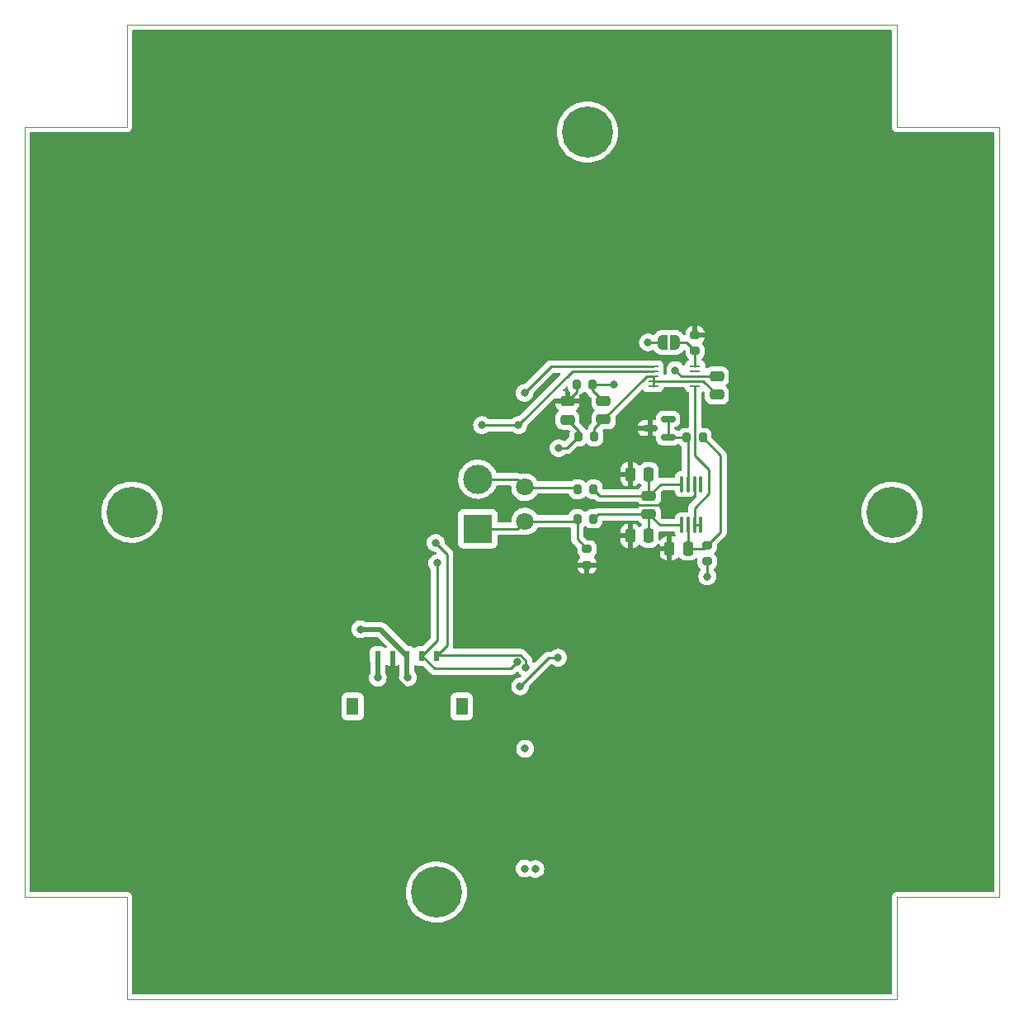
<source format=gbr>
%TF.GenerationSoftware,KiCad,Pcbnew,(6.0.9)*%
%TF.CreationDate,2023-03-20T12:04:43-07:00*%
%TF.ProjectId,solar-panel-side-Z,736f6c61-722d-4706-916e-656c2d736964,3.0*%
%TF.SameCoordinates,Original*%
%TF.FileFunction,Copper,L4,Bot*%
%TF.FilePolarity,Positive*%
%FSLAX46Y46*%
G04 Gerber Fmt 4.6, Leading zero omitted, Abs format (unit mm)*
G04 Created by KiCad (PCBNEW (6.0.9)) date 2023-03-20 12:04:43*
%MOMM*%
%LPD*%
G01*
G04 APERTURE LIST*
G04 Aperture macros list*
%AMRoundRect*
0 Rectangle with rounded corners*
0 $1 Rounding radius*
0 $2 $3 $4 $5 $6 $7 $8 $9 X,Y pos of 4 corners*
0 Add a 4 corners polygon primitive as box body*
4,1,4,$2,$3,$4,$5,$6,$7,$8,$9,$2,$3,0*
0 Add four circle primitives for the rounded corners*
1,1,$1+$1,$2,$3*
1,1,$1+$1,$4,$5*
1,1,$1+$1,$6,$7*
1,1,$1+$1,$8,$9*
0 Add four rect primitives between the rounded corners*
20,1,$1+$1,$2,$3,$4,$5,0*
20,1,$1+$1,$4,$5,$6,$7,0*
20,1,$1+$1,$6,$7,$8,$9,0*
20,1,$1+$1,$8,$9,$2,$3,0*%
%AMFreePoly0*
4,1,22,0.500000,-0.750000,0.000000,-0.750000,0.000000,-0.745033,-0.079941,-0.743568,-0.215256,-0.701293,-0.333266,-0.622738,-0.424486,-0.514219,-0.481581,-0.384460,-0.499164,-0.250000,-0.500000,-0.250000,-0.500000,0.250000,-0.499164,0.250000,-0.499963,0.256109,-0.478152,0.396186,-0.417904,0.524511,-0.324060,0.630769,-0.204165,0.706417,-0.067858,0.745374,0.000000,0.744959,0.000000,0.750000,
0.500000,0.750000,0.500000,-0.750000,0.500000,-0.750000,$1*%
%AMFreePoly1*
4,1,20,0.000000,0.744959,0.073905,0.744508,0.209726,0.703889,0.328688,0.626782,0.421226,0.519385,0.479903,0.390333,0.500000,0.250000,0.500000,-0.250000,0.499851,-0.262216,0.476331,-0.402017,0.414519,-0.529596,0.319384,-0.634700,0.198574,-0.708877,0.061801,-0.746166,0.000000,-0.745033,0.000000,-0.750000,-0.500000,-0.750000,-0.500000,0.750000,0.000000,0.750000,0.000000,0.744959,
0.000000,0.744959,$1*%
G04 Aperture macros list end*
%TA.AperFunction,Profile*%
%ADD10C,0.050000*%
%TD*%
%TA.AperFunction,ComponentPad*%
%ADD11R,3.000000X3.000000*%
%TD*%
%TA.AperFunction,ComponentPad*%
%ADD12C,3.000000*%
%TD*%
%TA.AperFunction,ComponentPad*%
%ADD13C,5.250000*%
%TD*%
%TA.AperFunction,SMDPad,CuDef*%
%ADD14R,0.600000X1.000000*%
%TD*%
%TA.AperFunction,SMDPad,CuDef*%
%ADD15R,1.250000X1.800000*%
%TD*%
%TA.AperFunction,SMDPad,CuDef*%
%ADD16R,1.100000X0.250000*%
%TD*%
%TA.AperFunction,ComponentPad*%
%ADD17C,1.800000*%
%TD*%
%TA.AperFunction,SMDPad,CuDef*%
%ADD18RoundRect,0.250000X0.250000X0.475000X-0.250000X0.475000X-0.250000X-0.475000X0.250000X-0.475000X0*%
%TD*%
%TA.AperFunction,SMDPad,CuDef*%
%ADD19RoundRect,0.250000X-0.250000X-0.475000X0.250000X-0.475000X0.250000X0.475000X-0.250000X0.475000X0*%
%TD*%
%TA.AperFunction,SMDPad,CuDef*%
%ADD20RoundRect,0.250000X0.475000X-0.250000X0.475000X0.250000X-0.475000X0.250000X-0.475000X-0.250000X0*%
%TD*%
%TA.AperFunction,SMDPad,CuDef*%
%ADD21FreePoly0,180.000000*%
%TD*%
%TA.AperFunction,SMDPad,CuDef*%
%ADD22FreePoly1,180.000000*%
%TD*%
%TA.AperFunction,SMDPad,CuDef*%
%ADD23RoundRect,0.200000X0.200000X0.275000X-0.200000X0.275000X-0.200000X-0.275000X0.200000X-0.275000X0*%
%TD*%
%TA.AperFunction,SMDPad,CuDef*%
%ADD24RoundRect,0.200000X-0.275000X0.200000X-0.275000X-0.200000X0.275000X-0.200000X0.275000X0.200000X0*%
%TD*%
%TA.AperFunction,SMDPad,CuDef*%
%ADD25RoundRect,0.250000X-0.475000X0.250000X-0.475000X-0.250000X0.475000X-0.250000X0.475000X0.250000X0*%
%TD*%
%TA.AperFunction,SMDPad,CuDef*%
%ADD26RoundRect,0.200000X-0.200000X-0.275000X0.200000X-0.275000X0.200000X0.275000X-0.200000X0.275000X0*%
%TD*%
%TA.AperFunction,SMDPad,CuDef*%
%ADD27RoundRect,0.100000X-0.100000X0.712500X-0.100000X-0.712500X0.100000X-0.712500X0.100000X0.712500X0*%
%TD*%
%TA.AperFunction,SMDPad,CuDef*%
%ADD28RoundRect,0.150000X0.587500X0.150000X-0.587500X0.150000X-0.587500X-0.150000X0.587500X-0.150000X0*%
%TD*%
%TA.AperFunction,ViaPad*%
%ADD29C,0.800000*%
%TD*%
%TA.AperFunction,Conductor*%
%ADD30C,0.250000*%
%TD*%
%TA.AperFunction,Conductor*%
%ADD31C,0.500000*%
%TD*%
G04 APERTURE END LIST*
D10*
X99500000Y-45500000D02*
X110000000Y-45500000D01*
X189000000Y-135000000D02*
X110000000Y-135000000D01*
X199500000Y-124500000D02*
X189000000Y-124500000D01*
X189000000Y-45500000D02*
X199500000Y-45500000D01*
X99500000Y-124500000D02*
X99500000Y-45500000D01*
X110000000Y-135000000D02*
X110000000Y-124500000D01*
X110000000Y-35000000D02*
X189000000Y-35000000D01*
X110000000Y-124500000D02*
X99500000Y-124500000D01*
X199500000Y-45500000D02*
X199500000Y-124500000D01*
X189000000Y-35000000D02*
X189000000Y-45500000D01*
X110000000Y-45500000D02*
X110000000Y-35000000D01*
X189000000Y-124500000D02*
X189000000Y-135000000D01*
D11*
%TO.P,J3,1,Pin_1*%
%TO.N,Net-(J2-Pad2)*%
X146000000Y-86710000D03*
D12*
%TO.P,J3,2,Pin_2*%
%TO.N,Net-(J2-Pad1)*%
X146000000Y-81630000D03*
%TD*%
D13*
%TO.P,J4,1,Pin_1*%
%TO.N,unconnected-(J4-Pad1)*%
X110500000Y-85000000D03*
%TD*%
%TO.P,J5,1,Pin_1*%
%TO.N,unconnected-(J5-Pad1)*%
X141750000Y-124000000D03*
%TD*%
%TO.P,J6,1,Pin_1*%
%TO.N,unconnected-(J6-Pad1)*%
X157250000Y-46000000D03*
%TD*%
%TO.P,J7,1,Pin_1*%
%TO.N,unconnected-(J7-Pad1)*%
X188500000Y-85000000D03*
%TD*%
D14*
%TO.P,J1,1,1*%
%TO.N,SDA*%
X141750000Y-99750000D03*
%TO.P,J1,2,2*%
%TO.N,SCL*%
X140250000Y-99750000D03*
%TO.P,J1,3,3*%
%TO.N,+3V3*%
X138750001Y-99750000D03*
%TO.P,J1,4,4*%
%TO.N,GND*%
X137249999Y-99750000D03*
%TO.P,J1,5,5*%
%TO.N,VSOLAR*%
X135749999Y-99750000D03*
D15*
%TO.P,J1,6,6*%
%TO.N,unconnected-(J1-Pad6)*%
X144354999Y-104940000D03*
%TO.P,J1,7,7*%
%TO.N,unconnected-(J1-Pad7)*%
X133145001Y-104940000D03*
%TD*%
D16*
%TO.P,U5,1,ADDR*%
%TO.N,Net-(JP1-Pad1)*%
X168300000Y-70060000D03*
%TO.P,U5,2,ALERT/RDY*%
%TO.N,unconnected-(U5-Pad2)*%
X168300000Y-70560000D03*
%TO.P,U5,3,GND*%
%TO.N,AGND*%
X168300000Y-71060000D03*
%TO.P,U5,4,AIN0*%
%TO.N,AVDD*%
X168300000Y-71560000D03*
%TO.P,U5,5,AIN1*%
%TO.N,OUT*%
X168300000Y-72060000D03*
%TO.P,U5,6,AIN2*%
%TO.N,AVDD*%
X164000000Y-72060000D03*
%TO.P,U5,7,AIN3*%
X164000000Y-71560000D03*
%TO.P,U5,8,VDD*%
X164000000Y-71060000D03*
%TO.P,U5,9,SDA*%
%TO.N,SDA*%
X164000000Y-70560000D03*
%TO.P,U5,10,SCL*%
%TO.N,SCL*%
X164000000Y-70060000D03*
%TD*%
D17*
%TO.P,J2,1,Pin_1*%
%TO.N,Net-(J2-Pad1)*%
X150850000Y-82450000D03*
%TO.P,J2,2,Pin_2*%
%TO.N,Net-(J2-Pad2)*%
X150850000Y-85950000D03*
%TD*%
D18*
%TO.P,C6,1*%
%TO.N,Net-(C6-Pad1)*%
X163560000Y-87420000D03*
%TO.P,C6,2*%
%TO.N,GND*%
X161660000Y-87420000D03*
%TD*%
D19*
%TO.P,C5,1*%
%TO.N,GND*%
X161640000Y-81120000D03*
%TO.P,C5,2*%
%TO.N,Net-(C5-Pad2)*%
X163540000Y-81120000D03*
%TD*%
D20*
%TO.P,C7,1*%
%TO.N,Net-(C6-Pad1)*%
X163560000Y-85220000D03*
%TO.P,C7,2*%
%TO.N,Net-(C5-Pad2)*%
X163560000Y-83320000D03*
%TD*%
D18*
%TO.P,C4,1*%
%TO.N,Net-(C4-Pad1)*%
X167580000Y-88720000D03*
%TO.P,C4,2*%
%TO.N,GND*%
X165680000Y-88720000D03*
%TD*%
D20*
%TO.P,C8,1*%
%TO.N,AVDD*%
X170530000Y-72960000D03*
%TO.P,C8,2*%
%TO.N,AGND*%
X170530000Y-71060000D03*
%TD*%
D21*
%TO.P,JP1,1,A*%
%TO.N,Net-(JP1-Pad1)*%
X166250000Y-67590000D03*
D22*
%TO.P,JP1,2,B*%
%TO.N,+3V3*%
X164950000Y-67590000D03*
%TD*%
D23*
%TO.P,FB1,1*%
%TO.N,AVDD*%
X157960000Y-77250000D03*
%TO.P,FB1,2*%
%TO.N,+3V3*%
X156310000Y-77250000D03*
%TD*%
D24*
%TO.P,R2,1*%
%TO.N,Net-(J2-Pad2)*%
X157210000Y-88780000D03*
%TO.P,R2,2*%
%TO.N,GND*%
X157210000Y-90430000D03*
%TD*%
D25*
%TO.P,C9,1*%
%TO.N,GND*%
X155200000Y-73620000D03*
%TO.P,C9,2*%
%TO.N,+3V3*%
X155200000Y-75520000D03*
%TD*%
D24*
%TO.P,FB3,1*%
%TO.N,Net-(C4-Pad1)*%
X169540000Y-88410000D03*
%TO.P,FB3,2*%
%TO.N,+3V3*%
X169540000Y-90060000D03*
%TD*%
D20*
%TO.P,C10,1*%
%TO.N,AVDD*%
X158890000Y-75500000D03*
%TO.P,C10,2*%
%TO.N,AGND*%
X158890000Y-73600000D03*
%TD*%
D26*
%TO.P,R5,1*%
%TO.N,Net-(R5-Pad1)*%
X167430000Y-77350000D03*
%TO.P,R5,2*%
%TO.N,Net-(C4-Pad1)*%
X169080000Y-77350000D03*
%TD*%
%TO.P,R3,1*%
%TO.N,Net-(J2-Pad1)*%
X156240000Y-82660000D03*
%TO.P,R3,2*%
%TO.N,Net-(C5-Pad2)*%
X157890000Y-82660000D03*
%TD*%
D23*
%TO.P,FB2,1*%
%TO.N,AGND*%
X157790000Y-71950000D03*
%TO.P,FB2,2*%
%TO.N,GND*%
X156140000Y-71950000D03*
%TD*%
D27*
%TO.P,U4,1,-IN*%
%TO.N,Net-(C5-Pad2)*%
X166930000Y-82115000D03*
%TO.P,U4,2,REF*%
%TO.N,Net-(R5-Pad1)*%
X167580000Y-82115000D03*
%TO.P,U4,3,-Vs*%
%TO.N,GND*%
X168230000Y-82115000D03*
%TO.P,U4,4,NC*%
%TO.N,unconnected-(U4-Pad4)*%
X168880000Y-82115000D03*
%TO.P,U4,5,SENSE*%
%TO.N,OUT*%
X168880000Y-86340000D03*
%TO.P,U4,6*%
X168230000Y-86340000D03*
%TO.P,U4,7,+Vs*%
%TO.N,Net-(C4-Pad1)*%
X167580000Y-86340000D03*
%TO.P,U4,8,+IN*%
%TO.N,Net-(C6-Pad1)*%
X166930000Y-86340000D03*
%TD*%
D24*
%TO.P,R6,1*%
%TO.N,GND*%
X168300000Y-66830000D03*
%TO.P,R6,2*%
%TO.N,Net-(JP1-Pad1)*%
X168300000Y-68480000D03*
%TD*%
D28*
%TO.P,U6,1,K*%
%TO.N,Net-(R5-Pad1)*%
X165530000Y-75440000D03*
%TO.P,U6,2,REF*%
X165530000Y-77340000D03*
%TO.P,U6,3,A*%
%TO.N,GND*%
X163655000Y-76390000D03*
%TD*%
D23*
%TO.P,R4,1*%
%TO.N,Net-(C6-Pad1)*%
X157860000Y-85690000D03*
%TO.P,R4,2*%
%TO.N,Net-(J2-Pad2)*%
X156210000Y-85690000D03*
%TD*%
D29*
%TO.N,SDA*%
X150185000Y-76075000D03*
%TO.N,SCL*%
X150800000Y-72770000D03*
X141840000Y-90240000D03*
%TO.N,SDA*%
X141680000Y-88150000D03*
X146435000Y-76075000D03*
%TO.N,GND*%
X169600000Y-74390000D03*
X107150000Y-112590000D03*
X137910000Y-86580000D03*
X153250000Y-68510000D03*
X149060000Y-96220000D03*
X145330000Y-69850000D03*
X145290000Y-102160000D03*
X156977500Y-73697500D03*
%TO.N,+3V3*%
X133940000Y-97020000D03*
X169540000Y-91600000D03*
X150340000Y-102880000D03*
X138815000Y-101955000D03*
X154290000Y-78430000D03*
X154250000Y-99940000D03*
X163460000Y-67590000D03*
%TO.N,VSOLAR*%
X135730000Y-101990000D03*
%TO.N,SDA*%
X150940000Y-100960000D03*
%TO.N,SCL*%
X150070000Y-100390000D03*
%TO.N,Net-(U2-Pad7)*%
X150800000Y-121570000D03*
X150850000Y-109290000D03*
X151910000Y-121620000D03*
%TO.N,AGND*%
X166270000Y-70430000D03*
X159930000Y-71950000D03*
%TD*%
D30*
%TO.N,SDA*%
X150185000Y-76075000D02*
X146435000Y-76075000D01*
X155700000Y-70560000D02*
X150185000Y-76075000D01*
X164000000Y-70560000D02*
X155700000Y-70560000D01*
%TO.N,SCL*%
X153510000Y-70060000D02*
X150800000Y-72770000D01*
X164000000Y-70060000D02*
X153510000Y-70060000D01*
%TO.N,SDA*%
X142845000Y-89315000D02*
X142845000Y-98655000D01*
X141680000Y-88150000D02*
X142845000Y-89315000D01*
X141750000Y-99750000D02*
X142845000Y-98655000D01*
%TO.N,SCL*%
X141840000Y-90240000D02*
X141840000Y-98160000D01*
X140520000Y-99480000D02*
X140250000Y-99750000D01*
X141840000Y-98160000D02*
X140520000Y-99480000D01*
%TO.N,Net-(J2-Pad1)*%
X150030000Y-81630000D02*
X150850000Y-82450000D01*
X146000000Y-81630000D02*
X150030000Y-81630000D01*
%TO.N,Net-(J2-Pad2)*%
X150090000Y-86710000D02*
X150850000Y-85950000D01*
X146000000Y-86710000D02*
X150090000Y-86710000D01*
%TO.N,SDA*%
X146510000Y-76000000D02*
X146435000Y-76075000D01*
%TO.N,GND*%
X168230000Y-82115000D02*
X168230000Y-83230000D01*
D31*
X144749999Y-102160000D02*
X143679999Y-103230000D01*
D30*
X167230000Y-84230000D02*
X157320000Y-84230000D01*
D31*
X143679999Y-103230000D02*
X138660000Y-103230000D01*
D30*
X156140000Y-72680000D02*
X155200000Y-73620000D01*
X156900000Y-73620000D02*
X156977500Y-73697500D01*
D31*
X145290000Y-102160000D02*
X144749999Y-102160000D01*
D30*
X168230000Y-83230000D02*
X167230000Y-84230000D01*
X137270000Y-99729999D02*
X137249999Y-99750000D01*
D31*
X138660000Y-103230000D02*
X137249999Y-101819999D01*
D30*
X155200000Y-73620000D02*
X156900000Y-73620000D01*
D31*
X137249999Y-101819999D02*
X137249999Y-99750000D01*
D30*
X156140000Y-71950000D02*
X156140000Y-72680000D01*
%TO.N,+3V3*%
X155130000Y-78430000D02*
X154290000Y-78430000D01*
X169520000Y-90040000D02*
X169540000Y-90060000D01*
X150340000Y-102880000D02*
X153270000Y-99950000D01*
X156310000Y-77250000D02*
X156310000Y-76630000D01*
X153270000Y-99950000D02*
X154240000Y-99950000D01*
X156310000Y-76630000D02*
X155200000Y-75520000D01*
D31*
X136020001Y-97020000D02*
X133940000Y-97020000D01*
X138750001Y-101720001D02*
X138900000Y-101870000D01*
D30*
X164950000Y-67590000D02*
X163460000Y-67590000D01*
D31*
X138750001Y-99750000D02*
X136020001Y-97020000D01*
D30*
X156310000Y-77250000D02*
X155130000Y-78430000D01*
X169540000Y-90060000D02*
X169540000Y-91600000D01*
D31*
X138750001Y-99750000D02*
X138750001Y-101720001D01*
%TO.N,VSOLAR*%
X135730000Y-101990000D02*
X135730000Y-99769999D01*
X135730000Y-99769999D02*
X135749999Y-99750000D01*
D30*
X135670000Y-99670001D02*
X135749999Y-99750000D01*
%TO.N,SDA*%
X141835000Y-99665000D02*
X150370305Y-99665000D01*
X150370305Y-99665000D02*
X150940000Y-100234695D01*
X150940000Y-100234695D02*
X150940000Y-100960000D01*
%TO.N,SCL*%
X141560000Y-101060000D02*
X149400000Y-101060000D01*
X140250000Y-99750000D02*
X141560000Y-101060000D01*
X149400000Y-101060000D02*
X150070000Y-100390000D01*
%TO.N,Net-(C4-Pad1)*%
X167580000Y-86340000D02*
X167580000Y-88720000D01*
X169290000Y-77350000D02*
X169080000Y-77350000D01*
X170910000Y-79180000D02*
X169080000Y-77350000D01*
X169230000Y-88720000D02*
X169540000Y-88410000D01*
X170910000Y-87040000D02*
X170910000Y-79180000D01*
X169540000Y-88410000D02*
X170910000Y-87040000D01*
X167580000Y-88720000D02*
X169230000Y-88720000D01*
%TO.N,Net-(C6-Pad1)*%
X164680000Y-86340000D02*
X166930000Y-86340000D01*
X163560000Y-87420000D02*
X163560000Y-85220000D01*
X163560000Y-85220000D02*
X164680000Y-86340000D01*
X158330000Y-85220000D02*
X157860000Y-85690000D01*
X163560000Y-85220000D02*
X158330000Y-85220000D01*
%TO.N,AVDD*%
X168300000Y-71560000D02*
X169125000Y-71560000D01*
X158890000Y-75500000D02*
X163330000Y-71060000D01*
X164000000Y-71060000D02*
X164000000Y-72060000D01*
X157960000Y-77250000D02*
X157960000Y-76430000D01*
X168300000Y-71560000D02*
X164000000Y-71560000D01*
X170525000Y-72960000D02*
X170530000Y-72960000D01*
X163330000Y-71060000D02*
X164000000Y-71060000D01*
X157960000Y-76430000D02*
X158890000Y-75500000D01*
X169125000Y-71560000D02*
X170525000Y-72960000D01*
%TO.N,AGND*%
X157790000Y-72500000D02*
X158890000Y-73600000D01*
X157790000Y-71950000D02*
X159930000Y-71950000D01*
X168300000Y-71060000D02*
X166900000Y-71060000D01*
X157790000Y-72500000D02*
X157790000Y-71950000D01*
X168300000Y-71060000D02*
X170530000Y-71060000D01*
X166900000Y-71060000D02*
X166270000Y-70430000D01*
%TO.N,Net-(JP1-Pad1)*%
X166250000Y-67590000D02*
X167410000Y-67590000D01*
X168300000Y-70060000D02*
X168300000Y-68480000D01*
X167410000Y-67590000D02*
X168300000Y-68480000D01*
%TO.N,Net-(R5-Pad1)*%
X165540000Y-77350000D02*
X165530000Y-77340000D01*
X167430000Y-77350000D02*
X165540000Y-77350000D01*
X167580000Y-77500000D02*
X167430000Y-77350000D01*
X167580000Y-82115000D02*
X167580000Y-77500000D01*
X165530000Y-77340000D02*
X165530000Y-75440000D01*
%TO.N,OUT*%
X169710000Y-80640000D02*
X168300000Y-79230000D01*
X168300000Y-79230000D02*
X168300000Y-72060000D01*
X168880000Y-86340000D02*
X168230000Y-86340000D01*
X168230000Y-84580000D02*
X169710000Y-83100000D01*
X168230000Y-86340000D02*
X168230000Y-84580000D01*
X169710000Y-83100000D02*
X169710000Y-80640000D01*
%TO.N,Net-(J2-Pad1)*%
X156040000Y-82460000D02*
X150720000Y-82460000D01*
X156240000Y-82660000D02*
X156040000Y-82460000D01*
%TO.N,Net-(C5-Pad2)*%
X164765000Y-82115000D02*
X166930000Y-82115000D01*
X163560000Y-81140000D02*
X163540000Y-81120000D01*
X163560000Y-83320000D02*
X164765000Y-82115000D01*
X163560000Y-83320000D02*
X163560000Y-81140000D01*
X163560000Y-83320000D02*
X160830000Y-83320000D01*
X158550000Y-83320000D02*
X157890000Y-82660000D01*
X163575000Y-83335000D02*
X163560000Y-83320000D01*
X163560000Y-83320000D02*
X158550000Y-83320000D01*
%TO.N,Net-(J2-Pad2)*%
X156210000Y-85690000D02*
X155940000Y-85960000D01*
X156210000Y-87780000D02*
X157210000Y-88780000D01*
X155940000Y-85960000D02*
X150720000Y-85960000D01*
X156210000Y-85690000D02*
X156210000Y-87780000D01*
%TD*%
%TA.AperFunction,Conductor*%
%TO.N,GND*%
G36*
X188433621Y-35528502D02*
G01*
X188480114Y-35582158D01*
X188491500Y-35634500D01*
X188491500Y-45491377D01*
X188491498Y-45492147D01*
X188491024Y-45569721D01*
X188493491Y-45578352D01*
X188499150Y-45598153D01*
X188502728Y-45614915D01*
X188506920Y-45644187D01*
X188510634Y-45652355D01*
X188510634Y-45652356D01*
X188517548Y-45667562D01*
X188523996Y-45685086D01*
X188531051Y-45709771D01*
X188535843Y-45717365D01*
X188535844Y-45717368D01*
X188546830Y-45734780D01*
X188554969Y-45749863D01*
X188567208Y-45776782D01*
X188573069Y-45783584D01*
X188583970Y-45796235D01*
X188595073Y-45811239D01*
X188608776Y-45832958D01*
X188615501Y-45838897D01*
X188615504Y-45838901D01*
X188630938Y-45852532D01*
X188642982Y-45864724D01*
X188656427Y-45880327D01*
X188656430Y-45880329D01*
X188662287Y-45887127D01*
X188669816Y-45892007D01*
X188669817Y-45892008D01*
X188683835Y-45901094D01*
X188698709Y-45912385D01*
X188711217Y-45923431D01*
X188717951Y-45929378D01*
X188744711Y-45941942D01*
X188759691Y-45950263D01*
X188776983Y-45961471D01*
X188776988Y-45961473D01*
X188784515Y-45966352D01*
X188793108Y-45968922D01*
X188793113Y-45968924D01*
X188809120Y-45973711D01*
X188826564Y-45980372D01*
X188841676Y-45987467D01*
X188841678Y-45987468D01*
X188849800Y-45991281D01*
X188858667Y-45992662D01*
X188858668Y-45992662D01*
X188861353Y-45993080D01*
X188879017Y-45995830D01*
X188895732Y-45999613D01*
X188915466Y-46005515D01*
X188915472Y-46005516D01*
X188924066Y-46008086D01*
X188933037Y-46008141D01*
X188933038Y-46008141D01*
X188943097Y-46008202D01*
X188958506Y-46008296D01*
X188959289Y-46008329D01*
X188960386Y-46008500D01*
X188991377Y-46008500D01*
X188992147Y-46008502D01*
X189065785Y-46008952D01*
X189065786Y-46008952D01*
X189069721Y-46008976D01*
X189071065Y-46008592D01*
X189072410Y-46008500D01*
X198865500Y-46008500D01*
X198933621Y-46028502D01*
X198980114Y-46082158D01*
X198991500Y-46134500D01*
X198991500Y-123865500D01*
X198971498Y-123933621D01*
X198917842Y-123980114D01*
X198865500Y-123991500D01*
X189008623Y-123991500D01*
X189007853Y-123991498D01*
X189007037Y-123991493D01*
X188930279Y-123991024D01*
X188907918Y-123997415D01*
X188901847Y-123999150D01*
X188885085Y-124002728D01*
X188855813Y-124006920D01*
X188847645Y-124010634D01*
X188847644Y-124010634D01*
X188832438Y-124017548D01*
X188814914Y-124023996D01*
X188790229Y-124031051D01*
X188782635Y-124035843D01*
X188782632Y-124035844D01*
X188765220Y-124046830D01*
X188750137Y-124054969D01*
X188723218Y-124067208D01*
X188716416Y-124073069D01*
X188703765Y-124083970D01*
X188688761Y-124095073D01*
X188667042Y-124108776D01*
X188661103Y-124115501D01*
X188661099Y-124115504D01*
X188647468Y-124130938D01*
X188635276Y-124142982D01*
X188619673Y-124156427D01*
X188619671Y-124156430D01*
X188612873Y-124162287D01*
X188607993Y-124169816D01*
X188607992Y-124169817D01*
X188598906Y-124183835D01*
X188587615Y-124198709D01*
X188576569Y-124211217D01*
X188570622Y-124217951D01*
X188564312Y-124231391D01*
X188558058Y-124244711D01*
X188549737Y-124259691D01*
X188538529Y-124276983D01*
X188538527Y-124276988D01*
X188533648Y-124284515D01*
X188531078Y-124293108D01*
X188531076Y-124293113D01*
X188526289Y-124309120D01*
X188519628Y-124326564D01*
X188512533Y-124341676D01*
X188508719Y-124349800D01*
X188507338Y-124358667D01*
X188507338Y-124358668D01*
X188504170Y-124379015D01*
X188500387Y-124395732D01*
X188494485Y-124415466D01*
X188494484Y-124415472D01*
X188491914Y-124424066D01*
X188491859Y-124433037D01*
X188491859Y-124433038D01*
X188491704Y-124458497D01*
X188491671Y-124459289D01*
X188491500Y-124460386D01*
X188491500Y-124491377D01*
X188491498Y-124492147D01*
X188491024Y-124569721D01*
X188491408Y-124571065D01*
X188491500Y-124572410D01*
X188491500Y-134365500D01*
X188471498Y-134433621D01*
X188417842Y-134480114D01*
X188365500Y-134491500D01*
X110634500Y-134491500D01*
X110566379Y-134471498D01*
X110519886Y-134417842D01*
X110508500Y-134365500D01*
X110508500Y-124508623D01*
X110508502Y-124507853D01*
X110508800Y-124459102D01*
X110508976Y-124430279D01*
X110500850Y-124401847D01*
X110497272Y-124385085D01*
X110494352Y-124364698D01*
X110493080Y-124355813D01*
X110482451Y-124332436D01*
X110476004Y-124314913D01*
X110471416Y-124298862D01*
X110468949Y-124290229D01*
X110464156Y-124282632D01*
X110453170Y-124265220D01*
X110445030Y-124250135D01*
X110442564Y-124244711D01*
X110432792Y-124223218D01*
X110416030Y-124203765D01*
X110404927Y-124188761D01*
X110391224Y-124167042D01*
X110384499Y-124161103D01*
X110384496Y-124161099D01*
X110369062Y-124147468D01*
X110357018Y-124135276D01*
X110343573Y-124119673D01*
X110343570Y-124119671D01*
X110337713Y-124112873D01*
X110324009Y-124103990D01*
X110316165Y-124098906D01*
X110301291Y-124087615D01*
X110288783Y-124076569D01*
X110288782Y-124076568D01*
X110282049Y-124070622D01*
X110255287Y-124058057D01*
X110240309Y-124049737D01*
X110223017Y-124038529D01*
X110223012Y-124038527D01*
X110215485Y-124033648D01*
X110206892Y-124031078D01*
X110206887Y-124031076D01*
X110190880Y-124026289D01*
X110173436Y-124019628D01*
X110158324Y-124012533D01*
X110158322Y-124012532D01*
X110150200Y-124008719D01*
X110141333Y-124007338D01*
X110141332Y-124007338D01*
X110130478Y-124005648D01*
X110120983Y-124004170D01*
X110104268Y-124000387D01*
X110084534Y-123994485D01*
X110084528Y-123994484D01*
X110075934Y-123991914D01*
X110066963Y-123991859D01*
X110066962Y-123991859D01*
X110056903Y-123991798D01*
X110041494Y-123991704D01*
X110040711Y-123991671D01*
X110039614Y-123991500D01*
X110008623Y-123991500D01*
X110007853Y-123991498D01*
X109934215Y-123991048D01*
X109934214Y-123991048D01*
X109930279Y-123991024D01*
X109928935Y-123991408D01*
X109927590Y-123991500D01*
X100134500Y-123991500D01*
X100066379Y-123971498D01*
X100053107Y-123956181D01*
X138611869Y-123956181D01*
X138626542Y-124306258D01*
X138647131Y-124439254D01*
X138667328Y-124569721D01*
X138680145Y-124652518D01*
X138772012Y-124990645D01*
X138773302Y-124993904D01*
X138773304Y-124993909D01*
X138822316Y-125117698D01*
X138900998Y-125316424D01*
X139065493Y-125625795D01*
X139067483Y-125628701D01*
X139067484Y-125628703D01*
X139141490Y-125736785D01*
X139263449Y-125914902D01*
X139492397Y-126180142D01*
X139749485Y-126418207D01*
X140031507Y-126626132D01*
X140034544Y-126627886D01*
X140034548Y-126627888D01*
X140195060Y-126720559D01*
X140334949Y-126801324D01*
X140338170Y-126802731D01*
X140652807Y-126940193D01*
X140652817Y-126940197D01*
X140656029Y-126941600D01*
X140659387Y-126942639D01*
X140659391Y-126942641D01*
X140795685Y-126984831D01*
X140990743Y-127045212D01*
X140994199Y-127045871D01*
X140994198Y-127045871D01*
X141331471Y-127110210D01*
X141331477Y-127110211D01*
X141334922Y-127110868D01*
X141566253Y-127128668D01*
X141680777Y-127137480D01*
X141680778Y-127137480D01*
X141684274Y-127137749D01*
X141916291Y-127129646D01*
X142030929Y-127125643D01*
X142030933Y-127125643D01*
X142034445Y-127125520D01*
X142037924Y-127125006D01*
X142037927Y-127125006D01*
X142377578Y-127074851D01*
X142377584Y-127074850D01*
X142381070Y-127074335D01*
X142384474Y-127073436D01*
X142384477Y-127073435D01*
X142716439Y-126985727D01*
X142716440Y-126985727D01*
X142719830Y-126984831D01*
X143046502Y-126858123D01*
X143357014Y-126695792D01*
X143647496Y-126499859D01*
X143914327Y-126272768D01*
X143999069Y-126182527D01*
X144151771Y-126019916D01*
X144151775Y-126019911D01*
X144154182Y-126017348D01*
X144364071Y-125736785D01*
X144541377Y-125434573D01*
X144542809Y-125431357D01*
X144682459Y-125117698D01*
X144682461Y-125117693D01*
X144683891Y-125114481D01*
X144789837Y-124780498D01*
X144857894Y-124436786D01*
X144877886Y-124198709D01*
X144887030Y-124089814D01*
X144887031Y-124089803D01*
X144887213Y-124087630D01*
X144887265Y-124083970D01*
X144888407Y-124002178D01*
X144888407Y-124002166D01*
X144888437Y-124000000D01*
X144888074Y-123993491D01*
X144869074Y-123653671D01*
X144868878Y-123650162D01*
X144810445Y-123304684D01*
X144713866Y-122967873D01*
X144666818Y-122853726D01*
X144581683Y-122647171D01*
X144581679Y-122647163D01*
X144580345Y-122643926D01*
X144411546Y-122336882D01*
X144209573Y-122050567D01*
X144162262Y-121997279D01*
X143979274Y-121791175D01*
X143979270Y-121791171D01*
X143976943Y-121788550D01*
X143974342Y-121786208D01*
X143974337Y-121786203D01*
X143734219Y-121570000D01*
X149886496Y-121570000D01*
X149906458Y-121759928D01*
X149965473Y-121941556D01*
X150060960Y-122106944D01*
X150065378Y-122111851D01*
X150065379Y-122111852D01*
X150105980Y-122156944D01*
X150188747Y-122248866D01*
X150343248Y-122361118D01*
X150349276Y-122363802D01*
X150349278Y-122363803D01*
X150358020Y-122367695D01*
X150517712Y-122438794D01*
X150611113Y-122458647D01*
X150698056Y-122477128D01*
X150698061Y-122477128D01*
X150704513Y-122478500D01*
X150895487Y-122478500D01*
X150901939Y-122477128D01*
X150901944Y-122477128D01*
X150988887Y-122458647D01*
X151082288Y-122438794D01*
X151241980Y-122367695D01*
X151250722Y-122363803D01*
X151250724Y-122363802D01*
X151256752Y-122361118D01*
X151258167Y-122360090D01*
X151325411Y-122343773D01*
X151393482Y-122367695D01*
X151453248Y-122411118D01*
X151459276Y-122413802D01*
X151459278Y-122413803D01*
X151604591Y-122478500D01*
X151627712Y-122488794D01*
X151721113Y-122508647D01*
X151808056Y-122527128D01*
X151808061Y-122527128D01*
X151814513Y-122528500D01*
X152005487Y-122528500D01*
X152011939Y-122527128D01*
X152011944Y-122527128D01*
X152098887Y-122508647D01*
X152192288Y-122488794D01*
X152215409Y-122478500D01*
X152360722Y-122413803D01*
X152360724Y-122413802D01*
X152366752Y-122411118D01*
X152521253Y-122298866D01*
X152649040Y-122156944D01*
X152744527Y-121991556D01*
X152803542Y-121809928D01*
X152823504Y-121620000D01*
X152803542Y-121430072D01*
X152744527Y-121248444D01*
X152649040Y-121083056D01*
X152613345Y-121043412D01*
X152525675Y-120946045D01*
X152525674Y-120946044D01*
X152521253Y-120941134D01*
X152366752Y-120828882D01*
X152360724Y-120826198D01*
X152360722Y-120826197D01*
X152198319Y-120753891D01*
X152198318Y-120753891D01*
X152192288Y-120751206D01*
X152098888Y-120731353D01*
X152011944Y-120712872D01*
X152011939Y-120712872D01*
X152005487Y-120711500D01*
X151814513Y-120711500D01*
X151808061Y-120712872D01*
X151808056Y-120712872D01*
X151721112Y-120731353D01*
X151627712Y-120751206D01*
X151621682Y-120753891D01*
X151621681Y-120753891D01*
X151459278Y-120826197D01*
X151459276Y-120826198D01*
X151453248Y-120828882D01*
X151451833Y-120829910D01*
X151384589Y-120846227D01*
X151316518Y-120822305D01*
X151262094Y-120782763D01*
X151262092Y-120782762D01*
X151256752Y-120778882D01*
X151250724Y-120776198D01*
X151250722Y-120776197D01*
X151088319Y-120703891D01*
X151088318Y-120703891D01*
X151082288Y-120701206D01*
X150988887Y-120681353D01*
X150901944Y-120662872D01*
X150901939Y-120662872D01*
X150895487Y-120661500D01*
X150704513Y-120661500D01*
X150698061Y-120662872D01*
X150698056Y-120662872D01*
X150611113Y-120681353D01*
X150517712Y-120701206D01*
X150511682Y-120703891D01*
X150511681Y-120703891D01*
X150349278Y-120776197D01*
X150349276Y-120776198D01*
X150343248Y-120778882D01*
X150188747Y-120891134D01*
X150184326Y-120896044D01*
X150184325Y-120896045D01*
X150149452Y-120934776D01*
X150060960Y-121033056D01*
X150028791Y-121088774D01*
X149986556Y-121161928D01*
X149965473Y-121198444D01*
X149906458Y-121380072D01*
X149886496Y-121570000D01*
X143734219Y-121570000D01*
X143719167Y-121556447D01*
X143719166Y-121556447D01*
X143716557Y-121554097D01*
X143678538Y-121526878D01*
X143434513Y-121352173D01*
X143434510Y-121352171D01*
X143431659Y-121350130D01*
X143125800Y-121179192D01*
X142802794Y-121043412D01*
X142799425Y-121042421D01*
X142799421Y-121042419D01*
X142651053Y-120998752D01*
X142466665Y-120944484D01*
X142190895Y-120895858D01*
X142125063Y-120884250D01*
X142125061Y-120884250D01*
X142121603Y-120883640D01*
X142118094Y-120883419D01*
X142118092Y-120883419D01*
X141775428Y-120861860D01*
X141775422Y-120861860D01*
X141771910Y-120861639D01*
X141674516Y-120866403D01*
X141425451Y-120878584D01*
X141425443Y-120878585D01*
X141421944Y-120878756D01*
X141418476Y-120879318D01*
X141418473Y-120879318D01*
X141079542Y-120934213D01*
X141079539Y-120934214D01*
X141076067Y-120934776D01*
X141072684Y-120935721D01*
X141072682Y-120935721D01*
X141037747Y-120945475D01*
X140738589Y-121029001D01*
X140735341Y-121030313D01*
X140735333Y-121030316D01*
X140416983Y-121158938D01*
X140416979Y-121158940D01*
X140413719Y-121160257D01*
X140410632Y-121161926D01*
X140410628Y-121161928D01*
X140381220Y-121177829D01*
X140105503Y-121326909D01*
X139817785Y-121526878D01*
X139815143Y-121529191D01*
X139815139Y-121529194D01*
X139776026Y-121563435D01*
X139554151Y-121757673D01*
X139317886Y-122016416D01*
X139111935Y-122299883D01*
X138938865Y-122604541D01*
X138800834Y-122926591D01*
X138699562Y-123262021D01*
X138636311Y-123606650D01*
X138611869Y-123956181D01*
X100053107Y-123956181D01*
X100019886Y-123917842D01*
X100008500Y-123865500D01*
X100008500Y-109290000D01*
X149936496Y-109290000D01*
X149956458Y-109479928D01*
X150015473Y-109661556D01*
X150110960Y-109826944D01*
X150238747Y-109968866D01*
X150393248Y-110081118D01*
X150399276Y-110083802D01*
X150399278Y-110083803D01*
X150561681Y-110156109D01*
X150567712Y-110158794D01*
X150661112Y-110178647D01*
X150748056Y-110197128D01*
X150748061Y-110197128D01*
X150754513Y-110198500D01*
X150945487Y-110198500D01*
X150951939Y-110197128D01*
X150951944Y-110197128D01*
X151038888Y-110178647D01*
X151132288Y-110158794D01*
X151138319Y-110156109D01*
X151300722Y-110083803D01*
X151300724Y-110083802D01*
X151306752Y-110081118D01*
X151461253Y-109968866D01*
X151589040Y-109826944D01*
X151684527Y-109661556D01*
X151743542Y-109479928D01*
X151763504Y-109290000D01*
X151743542Y-109100072D01*
X151684527Y-108918444D01*
X151589040Y-108753056D01*
X151461253Y-108611134D01*
X151306752Y-108498882D01*
X151300724Y-108496198D01*
X151300722Y-108496197D01*
X151138319Y-108423891D01*
X151138318Y-108423891D01*
X151132288Y-108421206D01*
X151038888Y-108401353D01*
X150951944Y-108382872D01*
X150951939Y-108382872D01*
X150945487Y-108381500D01*
X150754513Y-108381500D01*
X150748061Y-108382872D01*
X150748056Y-108382872D01*
X150661113Y-108401353D01*
X150567712Y-108421206D01*
X150561682Y-108423891D01*
X150561681Y-108423891D01*
X150399278Y-108496197D01*
X150399276Y-108496198D01*
X150393248Y-108498882D01*
X150238747Y-108611134D01*
X150110960Y-108753056D01*
X150015473Y-108918444D01*
X149956458Y-109100072D01*
X149936496Y-109290000D01*
X100008500Y-109290000D01*
X100008500Y-105888134D01*
X132011501Y-105888134D01*
X132018256Y-105950316D01*
X132069386Y-106086705D01*
X132156740Y-106203261D01*
X132273296Y-106290615D01*
X132409685Y-106341745D01*
X132471867Y-106348500D01*
X133818135Y-106348500D01*
X133880317Y-106341745D01*
X134016706Y-106290615D01*
X134133262Y-106203261D01*
X134220616Y-106086705D01*
X134271746Y-105950316D01*
X134278501Y-105888134D01*
X143221499Y-105888134D01*
X143228254Y-105950316D01*
X143279384Y-106086705D01*
X143366738Y-106203261D01*
X143483294Y-106290615D01*
X143619683Y-106341745D01*
X143681865Y-106348500D01*
X145028133Y-106348500D01*
X145090315Y-106341745D01*
X145226704Y-106290615D01*
X145343260Y-106203261D01*
X145430614Y-106086705D01*
X145481744Y-105950316D01*
X145488499Y-105888134D01*
X145488499Y-103991866D01*
X145481744Y-103929684D01*
X145430614Y-103793295D01*
X145343260Y-103676739D01*
X145226704Y-103589385D01*
X145090315Y-103538255D01*
X145028133Y-103531500D01*
X143681865Y-103531500D01*
X143619683Y-103538255D01*
X143483294Y-103589385D01*
X143366738Y-103676739D01*
X143279384Y-103793295D01*
X143228254Y-103929684D01*
X143221499Y-103991866D01*
X143221499Y-105888134D01*
X134278501Y-105888134D01*
X134278501Y-103991866D01*
X134271746Y-103929684D01*
X134220616Y-103793295D01*
X134133262Y-103676739D01*
X134016706Y-103589385D01*
X133880317Y-103538255D01*
X133818135Y-103531500D01*
X132471867Y-103531500D01*
X132409685Y-103538255D01*
X132273296Y-103589385D01*
X132156740Y-103676739D01*
X132069386Y-103793295D01*
X132018256Y-103929684D01*
X132011501Y-103991866D01*
X132011501Y-105888134D01*
X100008500Y-105888134D01*
X100008500Y-97020000D01*
X133026496Y-97020000D01*
X133046458Y-97209928D01*
X133105473Y-97391556D01*
X133200960Y-97556944D01*
X133328747Y-97698866D01*
X133427843Y-97770864D01*
X133477904Y-97807235D01*
X133483248Y-97811118D01*
X133489276Y-97813802D01*
X133489278Y-97813803D01*
X133560258Y-97845405D01*
X133657712Y-97888794D01*
X133751113Y-97908647D01*
X133838056Y-97927128D01*
X133838061Y-97927128D01*
X133844513Y-97928500D01*
X134035487Y-97928500D01*
X134041939Y-97927128D01*
X134041944Y-97927128D01*
X134128887Y-97908647D01*
X134222288Y-97888794D01*
X134319742Y-97845405D01*
X134390722Y-97813803D01*
X134390724Y-97813802D01*
X134396752Y-97811118D01*
X134402091Y-97807239D01*
X134402098Y-97807235D01*
X134408528Y-97802563D01*
X134482587Y-97778500D01*
X135653630Y-97778500D01*
X135721751Y-97798502D01*
X135742725Y-97815405D01*
X136614269Y-98686949D01*
X136648295Y-98749261D01*
X136643230Y-98820076D01*
X136600741Y-98876869D01*
X136594274Y-98881716D01*
X136589451Y-98886539D01*
X136527139Y-98920565D01*
X136456324Y-98915500D01*
X136414828Y-98888832D01*
X136413260Y-98886739D01*
X136296704Y-98799385D01*
X136160315Y-98748255D01*
X136098133Y-98741500D01*
X135401865Y-98741500D01*
X135339683Y-98748255D01*
X135203294Y-98799385D01*
X135086738Y-98886739D01*
X134999384Y-99003295D01*
X134948254Y-99139684D01*
X134941499Y-99201866D01*
X134941499Y-100298134D01*
X134948254Y-100360316D01*
X134951026Y-100367709D01*
X134951026Y-100367711D01*
X134963482Y-100400937D01*
X134971500Y-100445166D01*
X134971500Y-101453001D01*
X134954619Y-101516001D01*
X134903375Y-101604758D01*
X134895473Y-101618444D01*
X134836458Y-101800072D01*
X134816496Y-101990000D01*
X134817186Y-101996565D01*
X134832090Y-102138365D01*
X134836458Y-102179928D01*
X134895473Y-102361556D01*
X134990960Y-102526944D01*
X135118747Y-102668866D01*
X135273248Y-102781118D01*
X135279276Y-102783802D01*
X135279278Y-102783803D01*
X135403366Y-102839050D01*
X135447712Y-102858794D01*
X135541112Y-102878647D01*
X135628056Y-102897128D01*
X135628061Y-102897128D01*
X135634513Y-102898500D01*
X135825487Y-102898500D01*
X135831939Y-102897128D01*
X135831944Y-102897128D01*
X135918888Y-102878647D01*
X136012288Y-102858794D01*
X136056634Y-102839050D01*
X136180722Y-102783803D01*
X136180724Y-102783802D01*
X136186752Y-102781118D01*
X136341253Y-102668866D01*
X136469040Y-102526944D01*
X136564527Y-102361556D01*
X136623542Y-102179928D01*
X136627911Y-102138365D01*
X136642814Y-101996565D01*
X136643504Y-101990000D01*
X136623542Y-101800072D01*
X136564527Y-101618444D01*
X136556626Y-101604758D01*
X136505381Y-101516001D01*
X136488500Y-101453001D01*
X136488500Y-100790901D01*
X136508502Y-100722780D01*
X136562158Y-100676287D01*
X136632432Y-100666183D01*
X136690066Y-100690076D01*
X136696350Y-100694786D01*
X136711945Y-100703324D01*
X136832393Y-100748478D01*
X136847648Y-100752105D01*
X136898513Y-100757631D01*
X136905327Y-100758000D01*
X136977884Y-100758000D01*
X136993123Y-100753525D01*
X136994328Y-100752135D01*
X136995999Y-100744452D01*
X136995999Y-99622000D01*
X137016001Y-99553879D01*
X137069657Y-99507386D01*
X137121999Y-99496000D01*
X137371130Y-99496000D01*
X137439251Y-99516002D01*
X137460225Y-99532905D01*
X137467094Y-99539774D01*
X137501120Y-99602086D01*
X137503999Y-99628869D01*
X137503999Y-100739884D01*
X137508474Y-100755123D01*
X137509864Y-100756328D01*
X137517547Y-100757999D01*
X137594668Y-100757999D01*
X137601489Y-100757629D01*
X137652351Y-100752105D01*
X137667603Y-100748479D01*
X137788055Y-100703323D01*
X137804990Y-100694051D01*
X137874347Y-100678881D01*
X137940895Y-100703616D01*
X137983506Y-100760403D01*
X137991501Y-100804570D01*
X137991501Y-101533590D01*
X137981156Y-101582261D01*
X137980473Y-101583444D01*
X137921458Y-101765072D01*
X137920768Y-101771633D01*
X137920768Y-101771635D01*
X137914726Y-101829122D01*
X137901496Y-101955000D01*
X137921458Y-102144928D01*
X137980473Y-102326556D01*
X137983776Y-102332278D01*
X137983777Y-102332279D01*
X137997052Y-102355271D01*
X138075960Y-102491944D01*
X138080378Y-102496851D01*
X138080379Y-102496852D01*
X138107474Y-102526944D01*
X138203747Y-102633866D01*
X138358248Y-102746118D01*
X138364276Y-102748802D01*
X138364278Y-102748803D01*
X138442890Y-102783803D01*
X138532712Y-102823794D01*
X138626113Y-102843647D01*
X138713056Y-102862128D01*
X138713061Y-102862128D01*
X138719513Y-102863500D01*
X138910487Y-102863500D01*
X138916939Y-102862128D01*
X138916944Y-102862128D01*
X139003887Y-102843647D01*
X139097288Y-102823794D01*
X139187110Y-102783803D01*
X139265722Y-102748803D01*
X139265724Y-102748802D01*
X139271752Y-102746118D01*
X139426253Y-102633866D01*
X139522526Y-102526944D01*
X139549621Y-102496852D01*
X139549622Y-102496851D01*
X139554040Y-102491944D01*
X139632948Y-102355271D01*
X139646223Y-102332279D01*
X139646224Y-102332278D01*
X139649527Y-102326556D01*
X139708542Y-102144928D01*
X139728504Y-101955000D01*
X139715274Y-101829122D01*
X139709232Y-101771635D01*
X139709232Y-101771633D01*
X139708542Y-101765072D01*
X139649527Y-101583444D01*
X139635375Y-101558931D01*
X139557343Y-101423777D01*
X139554040Y-101418056D01*
X139549620Y-101413147D01*
X139549617Y-101413143D01*
X139540866Y-101403424D01*
X139510148Y-101339417D01*
X139508501Y-101319113D01*
X139508501Y-100805148D01*
X139528503Y-100737027D01*
X139582159Y-100690534D01*
X139652433Y-100680430D01*
X139695011Y-100694629D01*
X139696113Y-100695232D01*
X139703295Y-100700615D01*
X139711696Y-100703764D01*
X139711697Y-100703765D01*
X139762420Y-100722780D01*
X139839684Y-100751745D01*
X139901866Y-100758500D01*
X140310405Y-100758500D01*
X140378526Y-100778502D01*
X140399501Y-100795405D01*
X141056353Y-101452258D01*
X141063887Y-101460537D01*
X141068000Y-101467018D01*
X141105095Y-101501852D01*
X141117651Y-101513643D01*
X141120493Y-101516398D01*
X141140230Y-101536135D01*
X141143427Y-101538615D01*
X141152447Y-101546318D01*
X141184679Y-101576586D01*
X141191625Y-101580405D01*
X141191628Y-101580407D01*
X141202434Y-101586348D01*
X141218953Y-101597199D01*
X141234959Y-101609614D01*
X141242228Y-101612759D01*
X141242232Y-101612762D01*
X141275537Y-101627174D01*
X141286187Y-101632391D01*
X141324940Y-101653695D01*
X141332615Y-101655666D01*
X141332616Y-101655666D01*
X141344562Y-101658733D01*
X141363267Y-101665137D01*
X141381855Y-101673181D01*
X141389678Y-101674420D01*
X141389688Y-101674423D01*
X141425524Y-101680099D01*
X141437144Y-101682505D01*
X141468959Y-101690673D01*
X141479970Y-101693500D01*
X141500224Y-101693500D01*
X141519934Y-101695051D01*
X141539943Y-101698220D01*
X141547835Y-101697474D01*
X141566580Y-101695702D01*
X141583962Y-101694059D01*
X141595819Y-101693500D01*
X149321233Y-101693500D01*
X149332416Y-101694027D01*
X149339909Y-101695702D01*
X149347835Y-101695453D01*
X149347836Y-101695453D01*
X149407986Y-101693562D01*
X149411945Y-101693500D01*
X149439856Y-101693500D01*
X149443791Y-101693003D01*
X149443856Y-101692995D01*
X149455693Y-101692062D01*
X149487951Y-101691048D01*
X149491970Y-101690922D01*
X149499889Y-101690673D01*
X149519343Y-101685021D01*
X149538700Y-101681013D01*
X149550930Y-101679468D01*
X149550931Y-101679468D01*
X149558797Y-101678474D01*
X149566168Y-101675555D01*
X149566170Y-101675555D01*
X149599912Y-101662196D01*
X149611142Y-101658351D01*
X149645983Y-101648229D01*
X149645984Y-101648229D01*
X149653593Y-101646018D01*
X149660412Y-101641985D01*
X149660417Y-101641983D01*
X149671028Y-101635707D01*
X149688776Y-101627012D01*
X149707617Y-101619552D01*
X149743387Y-101593564D01*
X149753307Y-101587048D01*
X149784535Y-101568580D01*
X149784538Y-101568578D01*
X149791362Y-101564542D01*
X149805683Y-101550221D01*
X149820717Y-101537380D01*
X149825934Y-101533590D01*
X149837107Y-101525472D01*
X149865293Y-101491401D01*
X149873282Y-101482622D01*
X149959668Y-101396236D01*
X150021980Y-101362210D01*
X150092795Y-101367275D01*
X150149631Y-101409822D01*
X150157882Y-101422331D01*
X150200960Y-101496944D01*
X150205378Y-101501851D01*
X150205379Y-101501852D01*
X150321357Y-101630659D01*
X150328747Y-101638866D01*
X150357849Y-101660010D01*
X150415867Y-101702163D01*
X150459221Y-101758386D01*
X150465296Y-101829122D01*
X150430901Y-101893195D01*
X150399594Y-101924502D01*
X150389498Y-101934597D01*
X150327186Y-101968621D01*
X150300404Y-101971500D01*
X150244513Y-101971500D01*
X150238061Y-101972872D01*
X150238056Y-101972872D01*
X150157478Y-101990000D01*
X150057712Y-102011206D01*
X150051682Y-102013891D01*
X150051681Y-102013891D01*
X149889278Y-102086197D01*
X149889276Y-102086198D01*
X149883248Y-102088882D01*
X149728747Y-102201134D01*
X149724326Y-102206044D01*
X149724325Y-102206045D01*
X149610664Y-102332279D01*
X149600960Y-102343056D01*
X149597659Y-102348774D01*
X149512166Y-102496852D01*
X149505473Y-102508444D01*
X149446458Y-102690072D01*
X149445768Y-102696633D01*
X149445768Y-102696635D01*
X149432686Y-102821109D01*
X149426496Y-102880000D01*
X149446458Y-103069928D01*
X149505473Y-103251556D01*
X149600960Y-103416944D01*
X149605378Y-103421851D01*
X149605379Y-103421852D01*
X149724325Y-103553955D01*
X149728747Y-103558866D01*
X149883248Y-103671118D01*
X149889276Y-103673802D01*
X149889278Y-103673803D01*
X150051681Y-103746109D01*
X150057712Y-103748794D01*
X150151112Y-103768647D01*
X150238056Y-103787128D01*
X150238061Y-103787128D01*
X150244513Y-103788500D01*
X150435487Y-103788500D01*
X150441939Y-103787128D01*
X150441944Y-103787128D01*
X150528888Y-103768647D01*
X150622288Y-103748794D01*
X150628319Y-103746109D01*
X150790722Y-103673803D01*
X150790724Y-103673802D01*
X150796752Y-103671118D01*
X150951253Y-103558866D01*
X150955675Y-103553955D01*
X151074621Y-103421852D01*
X151074622Y-103421851D01*
X151079040Y-103416944D01*
X151174527Y-103251556D01*
X151233542Y-103069928D01*
X151250907Y-102904706D01*
X151277920Y-102839050D01*
X151287122Y-102828782D01*
X153480576Y-100635329D01*
X153542888Y-100601303D01*
X153613704Y-100606368D01*
X153643732Y-100622488D01*
X153781772Y-100722780D01*
X153793248Y-100731118D01*
X153799276Y-100733802D01*
X153799278Y-100733803D01*
X153959523Y-100805148D01*
X153967712Y-100808794D01*
X154061112Y-100828647D01*
X154148056Y-100847128D01*
X154148061Y-100847128D01*
X154154513Y-100848500D01*
X154345487Y-100848500D01*
X154351939Y-100847128D01*
X154351944Y-100847128D01*
X154438887Y-100828647D01*
X154532288Y-100808794D01*
X154540477Y-100805148D01*
X154700722Y-100733803D01*
X154700724Y-100733802D01*
X154706752Y-100731118D01*
X154861253Y-100618866D01*
X154893097Y-100583500D01*
X154984621Y-100481852D01*
X154984622Y-100481851D01*
X154989040Y-100476944D01*
X155084527Y-100311556D01*
X155143542Y-100129928D01*
X155163504Y-99940000D01*
X155152755Y-99837726D01*
X155144232Y-99756635D01*
X155144232Y-99756633D01*
X155143542Y-99750072D01*
X155084527Y-99568444D01*
X154989040Y-99403056D01*
X154981886Y-99395110D01*
X154865675Y-99266045D01*
X154865674Y-99266044D01*
X154861253Y-99261134D01*
X154747765Y-99178680D01*
X154712094Y-99152763D01*
X154712093Y-99152762D01*
X154706752Y-99148882D01*
X154700724Y-99146198D01*
X154700722Y-99146197D01*
X154538319Y-99073891D01*
X154538318Y-99073891D01*
X154532288Y-99071206D01*
X154435237Y-99050577D01*
X154351944Y-99032872D01*
X154351939Y-99032872D01*
X154345487Y-99031500D01*
X154154513Y-99031500D01*
X154148061Y-99032872D01*
X154148056Y-99032872D01*
X154064763Y-99050577D01*
X153967712Y-99071206D01*
X153961682Y-99073891D01*
X153961681Y-99073891D01*
X153799278Y-99146197D01*
X153799276Y-99146198D01*
X153793248Y-99148882D01*
X153787907Y-99152762D01*
X153787906Y-99152763D01*
X153707259Y-99211357D01*
X153638747Y-99261134D01*
X153634334Y-99266036D01*
X153634332Y-99266037D01*
X153626432Y-99274811D01*
X153565985Y-99312050D01*
X153532796Y-99316500D01*
X153348768Y-99316500D01*
X153337585Y-99315973D01*
X153330092Y-99314298D01*
X153322166Y-99314547D01*
X153322165Y-99314547D01*
X153262002Y-99316438D01*
X153258044Y-99316500D01*
X153230144Y-99316500D01*
X153226154Y-99317004D01*
X153214320Y-99317936D01*
X153170111Y-99319326D01*
X153162497Y-99321538D01*
X153162492Y-99321539D01*
X153150659Y-99324977D01*
X153131296Y-99328988D01*
X153111203Y-99331526D01*
X153103836Y-99334443D01*
X153103831Y-99334444D01*
X153070092Y-99347802D01*
X153058865Y-99351646D01*
X153016407Y-99363982D01*
X153009581Y-99368019D01*
X152998972Y-99374293D01*
X152981224Y-99382988D01*
X152962383Y-99390448D01*
X152955967Y-99395110D01*
X152955966Y-99395110D01*
X152926613Y-99416436D01*
X152916693Y-99422952D01*
X152885465Y-99441420D01*
X152885462Y-99441422D01*
X152878638Y-99445458D01*
X152864317Y-99459779D01*
X152849284Y-99472619D01*
X152832893Y-99484528D01*
X152827842Y-99490634D01*
X152804702Y-99518605D01*
X152796712Y-99527384D01*
X151876282Y-100447814D01*
X151813970Y-100481840D01*
X151743155Y-100476775D01*
X151685250Y-100432779D01*
X151682345Y-100428781D01*
X151679040Y-100423056D01*
X151606993Y-100343040D01*
X151576277Y-100279034D01*
X151574692Y-100262688D01*
X151573562Y-100226727D01*
X151573500Y-100222770D01*
X151573500Y-100194839D01*
X151572994Y-100190833D01*
X151572061Y-100178987D01*
X151570922Y-100142732D01*
X151570673Y-100134805D01*
X151565022Y-100115353D01*
X151561014Y-100096001D01*
X151559468Y-100083763D01*
X151559467Y-100083761D01*
X151558474Y-100075898D01*
X151542194Y-100034781D01*
X151538359Y-100023580D01*
X151526018Y-99981101D01*
X151521985Y-99974282D01*
X151521983Y-99974277D01*
X151515707Y-99963666D01*
X151507010Y-99945916D01*
X151499552Y-99927078D01*
X151473571Y-99891318D01*
X151467053Y-99881396D01*
X151448578Y-99850155D01*
X151448574Y-99850150D01*
X151444542Y-99843332D01*
X151430218Y-99829008D01*
X151417376Y-99813973D01*
X151405472Y-99797588D01*
X151371406Y-99769406D01*
X151362627Y-99761417D01*
X150873957Y-99272747D01*
X150866417Y-99264461D01*
X150862305Y-99257982D01*
X150812653Y-99211356D01*
X150809812Y-99208602D01*
X150790075Y-99188865D01*
X150786878Y-99186385D01*
X150777856Y-99178680D01*
X150751405Y-99153841D01*
X150745626Y-99148414D01*
X150738680Y-99144595D01*
X150738677Y-99144593D01*
X150727871Y-99138652D01*
X150711352Y-99127801D01*
X150710888Y-99127441D01*
X150695346Y-99115386D01*
X150688077Y-99112241D01*
X150688073Y-99112238D01*
X150654768Y-99097826D01*
X150644118Y-99092609D01*
X150605365Y-99071305D01*
X150585742Y-99066267D01*
X150567039Y-99059863D01*
X150555725Y-99054967D01*
X150555724Y-99054967D01*
X150548450Y-99051819D01*
X150540627Y-99050580D01*
X150540617Y-99050577D01*
X150504781Y-99044901D01*
X150493161Y-99042495D01*
X150458016Y-99033472D01*
X150458015Y-99033472D01*
X150450335Y-99031500D01*
X150430081Y-99031500D01*
X150410370Y-99029949D01*
X150398191Y-99028020D01*
X150390362Y-99026780D01*
X150352903Y-99030321D01*
X150346344Y-99030941D01*
X150334486Y-99031500D01*
X143564817Y-99031500D01*
X143496696Y-99011498D01*
X143450203Y-98957842D01*
X143440099Y-98887568D01*
X143442775Y-98874168D01*
X143443737Y-98870424D01*
X143450137Y-98851734D01*
X143455033Y-98840420D01*
X143455033Y-98840419D01*
X143458181Y-98833145D01*
X143459420Y-98825322D01*
X143459423Y-98825312D01*
X143465099Y-98789476D01*
X143467505Y-98777856D01*
X143476528Y-98742711D01*
X143476528Y-98742710D01*
X143478500Y-98735030D01*
X143478500Y-98714776D01*
X143480051Y-98695065D01*
X143481980Y-98682886D01*
X143483220Y-98675057D01*
X143479059Y-98631038D01*
X143478500Y-98619181D01*
X143478500Y-90694294D01*
X156227709Y-90694294D01*
X156233132Y-90753315D01*
X156235743Y-90766351D01*
X156282715Y-90916243D01*
X156288921Y-90929988D01*
X156369824Y-91063574D01*
X156379131Y-91075443D01*
X156489557Y-91185869D01*
X156501426Y-91195176D01*
X156635012Y-91276079D01*
X156648757Y-91282285D01*
X156798644Y-91329256D01*
X156811694Y-91331869D01*
X156875521Y-91337734D01*
X156881309Y-91338000D01*
X156937885Y-91338000D01*
X156953124Y-91333525D01*
X156954329Y-91332135D01*
X156956000Y-91324452D01*
X156956000Y-91319884D01*
X157464000Y-91319884D01*
X157468475Y-91335123D01*
X157469865Y-91336328D01*
X157477548Y-91337999D01*
X157538705Y-91337999D01*
X157544454Y-91337736D01*
X157608315Y-91331868D01*
X157621351Y-91329257D01*
X157771243Y-91282285D01*
X157784988Y-91276079D01*
X157918574Y-91195176D01*
X157930443Y-91185869D01*
X158040869Y-91075443D01*
X158050176Y-91063574D01*
X158131079Y-90929988D01*
X158137285Y-90916243D01*
X158184256Y-90766356D01*
X158186869Y-90753306D01*
X158191913Y-90698414D01*
X158188525Y-90686876D01*
X158187135Y-90685671D01*
X158179452Y-90684000D01*
X157482115Y-90684000D01*
X157466876Y-90688475D01*
X157465671Y-90689865D01*
X157464000Y-90697548D01*
X157464000Y-91319884D01*
X156956000Y-91319884D01*
X156956000Y-90702115D01*
X156951525Y-90686876D01*
X156950135Y-90685671D01*
X156942452Y-90684000D01*
X156245116Y-90684000D01*
X156229877Y-90688475D01*
X156228672Y-90689865D01*
X156227709Y-90694294D01*
X143478500Y-90694294D01*
X143478500Y-89393767D01*
X143479027Y-89382584D01*
X143480702Y-89375091D01*
X143480024Y-89353500D01*
X143478562Y-89307001D01*
X143478500Y-89303043D01*
X143478500Y-89275144D01*
X143477996Y-89271153D01*
X143477063Y-89259311D01*
X143475923Y-89223036D01*
X143475674Y-89215111D01*
X143473462Y-89207497D01*
X143473461Y-89207492D01*
X143470023Y-89195659D01*
X143466012Y-89176295D01*
X143464467Y-89164064D01*
X143463474Y-89156203D01*
X143460557Y-89148836D01*
X143460556Y-89148831D01*
X143447198Y-89115092D01*
X143443354Y-89103865D01*
X143433230Y-89069022D01*
X143431018Y-89061407D01*
X143420707Y-89043972D01*
X143412012Y-89026224D01*
X143404552Y-89007383D01*
X143378564Y-88971613D01*
X143372048Y-88961693D01*
X143353580Y-88930465D01*
X143353578Y-88930462D01*
X143349542Y-88923638D01*
X143335221Y-88909317D01*
X143322380Y-88894283D01*
X143315131Y-88884306D01*
X143310472Y-88877893D01*
X143276395Y-88849702D01*
X143267616Y-88841712D01*
X142627122Y-88201218D01*
X142593096Y-88138906D01*
X142590907Y-88125293D01*
X142574232Y-87966635D01*
X142574232Y-87966633D01*
X142573542Y-87960072D01*
X142514527Y-87778444D01*
X142419040Y-87613056D01*
X142392900Y-87584024D01*
X142295675Y-87476045D01*
X142295674Y-87476044D01*
X142291253Y-87471134D01*
X142192157Y-87399136D01*
X142142094Y-87362763D01*
X142142093Y-87362762D01*
X142136752Y-87358882D01*
X142130724Y-87356198D01*
X142130722Y-87356197D01*
X141968319Y-87283891D01*
X141968318Y-87283891D01*
X141962288Y-87281206D01*
X141841060Y-87255438D01*
X141781944Y-87242872D01*
X141781939Y-87242872D01*
X141775487Y-87241500D01*
X141584513Y-87241500D01*
X141578061Y-87242872D01*
X141578056Y-87242872D01*
X141518940Y-87255438D01*
X141397712Y-87281206D01*
X141391682Y-87283891D01*
X141391681Y-87283891D01*
X141229278Y-87356197D01*
X141229276Y-87356198D01*
X141223248Y-87358882D01*
X141217907Y-87362762D01*
X141217906Y-87362763D01*
X141167843Y-87399136D01*
X141068747Y-87471134D01*
X141064326Y-87476044D01*
X141064325Y-87476045D01*
X140967101Y-87584024D01*
X140940960Y-87613056D01*
X140845473Y-87778444D01*
X140786458Y-87960072D01*
X140785768Y-87966633D01*
X140785768Y-87966635D01*
X140776001Y-88059563D01*
X140766496Y-88150000D01*
X140767186Y-88156565D01*
X140781584Y-88293550D01*
X140786458Y-88339928D01*
X140845473Y-88521556D01*
X140940960Y-88686944D01*
X140945378Y-88691851D01*
X140945379Y-88691852D01*
X140992868Y-88744594D01*
X141068747Y-88828866D01*
X141223248Y-88941118D01*
X141229276Y-88943802D01*
X141229278Y-88943803D01*
X141357669Y-89000966D01*
X141397712Y-89018794D01*
X141468079Y-89033751D01*
X141578056Y-89057128D01*
X141578061Y-89057128D01*
X141584513Y-89058500D01*
X141640406Y-89058500D01*
X141708527Y-89078502D01*
X141729501Y-89095405D01*
X141762748Y-89128652D01*
X141796774Y-89190964D01*
X141791709Y-89261779D01*
X141749162Y-89318615D01*
X141699852Y-89340993D01*
X141557712Y-89371206D01*
X141551682Y-89373891D01*
X141551681Y-89373891D01*
X141389278Y-89446197D01*
X141389276Y-89446198D01*
X141383248Y-89448882D01*
X141228747Y-89561134D01*
X141224326Y-89566044D01*
X141224325Y-89566045D01*
X141127868Y-89673172D01*
X141100960Y-89703056D01*
X141005473Y-89868444D01*
X140946458Y-90050072D01*
X140945768Y-90056633D01*
X140945768Y-90056635D01*
X140933839Y-90170135D01*
X140926496Y-90240000D01*
X140927186Y-90246565D01*
X140941569Y-90383408D01*
X140946458Y-90429928D01*
X141005473Y-90611556D01*
X141100960Y-90776944D01*
X141174137Y-90858215D01*
X141204853Y-90922221D01*
X141206500Y-90942524D01*
X141206500Y-97845405D01*
X141186498Y-97913526D01*
X141169595Y-97934501D01*
X140399499Y-98704596D01*
X140337187Y-98738621D01*
X140310404Y-98741500D01*
X139901866Y-98741500D01*
X139839684Y-98748255D01*
X139703295Y-98799385D01*
X139586739Y-98886739D01*
X139585815Y-98887972D01*
X139526790Y-98920206D01*
X139455974Y-98915145D01*
X139414646Y-98888585D01*
X139413262Y-98886739D01*
X139296706Y-98799385D01*
X139160317Y-98748255D01*
X139098135Y-98741500D01*
X138866372Y-98741500D01*
X138798251Y-98721498D01*
X138777277Y-98704595D01*
X136603771Y-96531089D01*
X136591385Y-96516677D01*
X136582852Y-96505082D01*
X136582847Y-96505077D01*
X136578509Y-96499182D01*
X136572931Y-96494443D01*
X136572928Y-96494440D01*
X136538233Y-96464965D01*
X136530717Y-96458035D01*
X136525022Y-96452340D01*
X136518881Y-96447482D01*
X136502750Y-96434719D01*
X136499346Y-96431928D01*
X136449298Y-96389409D01*
X136449296Y-96389408D01*
X136443716Y-96384667D01*
X136437200Y-96381339D01*
X136432151Y-96377972D01*
X136427022Y-96374805D01*
X136421285Y-96370266D01*
X136355126Y-96339345D01*
X136351226Y-96337439D01*
X136350858Y-96337251D01*
X136286193Y-96304231D01*
X136279085Y-96302492D01*
X136273442Y-96300393D01*
X136267679Y-96298476D01*
X136261051Y-96295378D01*
X136189584Y-96280513D01*
X136185300Y-96279543D01*
X136114391Y-96262192D01*
X136108789Y-96261844D01*
X136108786Y-96261844D01*
X136103237Y-96261500D01*
X136103239Y-96261464D01*
X136099246Y-96261225D01*
X136095054Y-96260851D01*
X136087886Y-96259360D01*
X136021676Y-96261151D01*
X136010480Y-96261454D01*
X136007073Y-96261500D01*
X134482587Y-96261500D01*
X134408528Y-96237437D01*
X134402098Y-96232765D01*
X134402091Y-96232761D01*
X134396752Y-96228882D01*
X134390724Y-96226198D01*
X134390722Y-96226197D01*
X134228319Y-96153891D01*
X134228318Y-96153891D01*
X134222288Y-96151206D01*
X134128887Y-96131353D01*
X134041944Y-96112872D01*
X134041939Y-96112872D01*
X134035487Y-96111500D01*
X133844513Y-96111500D01*
X133838061Y-96112872D01*
X133838056Y-96112872D01*
X133751112Y-96131353D01*
X133657712Y-96151206D01*
X133651682Y-96153891D01*
X133651681Y-96153891D01*
X133489278Y-96226197D01*
X133489276Y-96226198D01*
X133483248Y-96228882D01*
X133477907Y-96232762D01*
X133477906Y-96232763D01*
X133471473Y-96237437D01*
X133328747Y-96341134D01*
X133324326Y-96346044D01*
X133324325Y-96346045D01*
X133220229Y-96461656D01*
X133200960Y-96483056D01*
X133105473Y-96648444D01*
X133046458Y-96830072D01*
X133026496Y-97020000D01*
X100008500Y-97020000D01*
X100008500Y-84956181D01*
X107361869Y-84956181D01*
X107376542Y-85306258D01*
X107397285Y-85440250D01*
X107420098Y-85587615D01*
X107430145Y-85652518D01*
X107522012Y-85990645D01*
X107523302Y-85993904D01*
X107523304Y-85993909D01*
X107572316Y-86117698D01*
X107650998Y-86316424D01*
X107652653Y-86319536D01*
X107652655Y-86319541D01*
X107733558Y-86471697D01*
X107815493Y-86625795D01*
X107817483Y-86628701D01*
X107817484Y-86628703D01*
X108001777Y-86897855D01*
X108013449Y-86914902D01*
X108242397Y-87180142D01*
X108499485Y-87418207D01*
X108502311Y-87420290D01*
X108502314Y-87420293D01*
X108592793Y-87487000D01*
X108781507Y-87626132D01*
X108784544Y-87627886D01*
X108784548Y-87627888D01*
X108911586Y-87701233D01*
X109084949Y-87801324D01*
X109166434Y-87836924D01*
X109402807Y-87940193D01*
X109402817Y-87940197D01*
X109406029Y-87941600D01*
X109409387Y-87942639D01*
X109409391Y-87942641D01*
X109545685Y-87984831D01*
X109740743Y-88045212D01*
X109771955Y-88051166D01*
X110081471Y-88110210D01*
X110081477Y-88110211D01*
X110084922Y-88110868D01*
X110310069Y-88128192D01*
X110430777Y-88137480D01*
X110430778Y-88137480D01*
X110434274Y-88137749D01*
X110666291Y-88129646D01*
X110780929Y-88125643D01*
X110780933Y-88125643D01*
X110784445Y-88125520D01*
X110787924Y-88125006D01*
X110787927Y-88125006D01*
X111127578Y-88074851D01*
X111127584Y-88074850D01*
X111131070Y-88074335D01*
X111134474Y-88073436D01*
X111134477Y-88073435D01*
X111466439Y-87985727D01*
X111466440Y-87985727D01*
X111469830Y-87984831D01*
X111796502Y-87858123D01*
X112107014Y-87695792D01*
X112358410Y-87526223D01*
X112394580Y-87501826D01*
X112394582Y-87501825D01*
X112397496Y-87499859D01*
X112400554Y-87497257D01*
X112661654Y-87275043D01*
X112661655Y-87275042D01*
X112664327Y-87272768D01*
X112749069Y-87182527D01*
X112901771Y-87019916D01*
X112901775Y-87019911D01*
X112904182Y-87017348D01*
X113114071Y-86736785D01*
X113146145Y-86682117D01*
X113202706Y-86585710D01*
X113291377Y-86434573D01*
X113332482Y-86342249D01*
X113432459Y-86117698D01*
X113432461Y-86117693D01*
X113433891Y-86114481D01*
X113539837Y-85780498D01*
X113607894Y-85436786D01*
X113628744Y-85188484D01*
X113637030Y-85089814D01*
X113637031Y-85089803D01*
X113637213Y-85087630D01*
X113637331Y-85079241D01*
X113638407Y-85002178D01*
X113638407Y-85002166D01*
X113638437Y-85000000D01*
X113637382Y-84981120D01*
X113622043Y-84706766D01*
X113618878Y-84650162D01*
X113617885Y-84644293D01*
X113561032Y-84308153D01*
X113561031Y-84308148D01*
X113560445Y-84304684D01*
X113463866Y-83967873D01*
X113384363Y-83774984D01*
X113331683Y-83647171D01*
X113331679Y-83647163D01*
X113330345Y-83643926D01*
X113161546Y-83336882D01*
X112985441Y-83087237D01*
X112961609Y-83053453D01*
X112961608Y-83053451D01*
X112959573Y-83050567D01*
X112848958Y-82925978D01*
X112729274Y-82791175D01*
X112729270Y-82791171D01*
X112726943Y-82788550D01*
X112724342Y-82786208D01*
X112724337Y-82786203D01*
X112469167Y-82556447D01*
X112469166Y-82556447D01*
X112466557Y-82554097D01*
X112428538Y-82526878D01*
X112184513Y-82352173D01*
X112184510Y-82352171D01*
X112181659Y-82350130D01*
X111875800Y-82179192D01*
X111552794Y-82043412D01*
X111549425Y-82042421D01*
X111549421Y-82042419D01*
X111401053Y-81998752D01*
X111216665Y-81944484D01*
X110888010Y-81886533D01*
X110875063Y-81884250D01*
X110875061Y-81884250D01*
X110871603Y-81883640D01*
X110868094Y-81883419D01*
X110868092Y-81883419D01*
X110525428Y-81861860D01*
X110525422Y-81861860D01*
X110521910Y-81861639D01*
X110424516Y-81866403D01*
X110175451Y-81878584D01*
X110175443Y-81878585D01*
X110171944Y-81878756D01*
X110168476Y-81879318D01*
X110168473Y-81879318D01*
X109829542Y-81934213D01*
X109829539Y-81934214D01*
X109826067Y-81934776D01*
X109822684Y-81935721D01*
X109822682Y-81935721D01*
X109790813Y-81944619D01*
X109488589Y-82029001D01*
X109485341Y-82030313D01*
X109485333Y-82030316D01*
X109166983Y-82158938D01*
X109166979Y-82158940D01*
X109163719Y-82160257D01*
X109160632Y-82161926D01*
X109160628Y-82161928D01*
X109095881Y-82196937D01*
X108855503Y-82326909D01*
X108567785Y-82526878D01*
X108565143Y-82529191D01*
X108565139Y-82529194D01*
X108408299Y-82666498D01*
X108304151Y-82757673D01*
X108067886Y-83016416D01*
X107861935Y-83299883D01*
X107688865Y-83604541D01*
X107672281Y-83643234D01*
X107578573Y-83861872D01*
X107550834Y-83926591D01*
X107541659Y-83956980D01*
X107456527Y-84238953D01*
X107449562Y-84262021D01*
X107425233Y-84394580D01*
X107387434Y-84600532D01*
X107386311Y-84606650D01*
X107361869Y-84956181D01*
X100008500Y-84956181D01*
X100008500Y-81608918D01*
X143986917Y-81608918D01*
X144002682Y-81882320D01*
X144003507Y-81886525D01*
X144003508Y-81886533D01*
X144016180Y-81951120D01*
X144055405Y-82151053D01*
X144056792Y-82155103D01*
X144056793Y-82155108D01*
X144142723Y-82406088D01*
X144144112Y-82410144D01*
X144173238Y-82468054D01*
X144252987Y-82626618D01*
X144267160Y-82654799D01*
X144269586Y-82658328D01*
X144269589Y-82658334D01*
X144357472Y-82786203D01*
X144422274Y-82880490D01*
X144425161Y-82883663D01*
X144425162Y-82883664D01*
X144543590Y-83013815D01*
X144606582Y-83083043D01*
X144609877Y-83085798D01*
X144609878Y-83085799D01*
X144640577Y-83111467D01*
X144816675Y-83258707D01*
X144820316Y-83260991D01*
X145045024Y-83401951D01*
X145045028Y-83401953D01*
X145048664Y-83404234D01*
X145119018Y-83436000D01*
X145294345Y-83515164D01*
X145294349Y-83515166D01*
X145298257Y-83516930D01*
X145328371Y-83525850D01*
X145556723Y-83593491D01*
X145556727Y-83593492D01*
X145560836Y-83594709D01*
X145565070Y-83595357D01*
X145565075Y-83595358D01*
X145827298Y-83635483D01*
X145827300Y-83635483D01*
X145831540Y-83636132D01*
X145970912Y-83638322D01*
X146101071Y-83640367D01*
X146101077Y-83640367D01*
X146105362Y-83640434D01*
X146377235Y-83607534D01*
X146642127Y-83538041D01*
X146646087Y-83536401D01*
X146646092Y-83536399D01*
X146823084Y-83463086D01*
X146895136Y-83433241D01*
X147089014Y-83319948D01*
X147127879Y-83297237D01*
X147127880Y-83297236D01*
X147131582Y-83295073D01*
X147347089Y-83126094D01*
X147380477Y-83091641D01*
X147471059Y-82998167D01*
X147537669Y-82929431D01*
X147540202Y-82925983D01*
X147540206Y-82925978D01*
X147697257Y-82712178D01*
X147699795Y-82708723D01*
X147711861Y-82686500D01*
X147828418Y-82471830D01*
X147828419Y-82471828D01*
X147830468Y-82468054D01*
X147874071Y-82352662D01*
X147876980Y-82344963D01*
X147919769Y-82288310D01*
X147986395Y-82263784D01*
X147994846Y-82263500D01*
X149313152Y-82263500D01*
X149381273Y-82283502D01*
X149427766Y-82337158D01*
X149438439Y-82402885D01*
X149437664Y-82410144D01*
X149437095Y-82415469D01*
X149437392Y-82420622D01*
X149437392Y-82420625D01*
X149443652Y-82529194D01*
X149450427Y-82646697D01*
X149451564Y-82651743D01*
X149451565Y-82651749D01*
X149476023Y-82760274D01*
X149501346Y-82872642D01*
X149503288Y-82877424D01*
X149503289Y-82877428D01*
X149560883Y-83019264D01*
X149588484Y-83087237D01*
X149654204Y-83194482D01*
X149698343Y-83266510D01*
X149709501Y-83284719D01*
X149861147Y-83459784D01*
X150039349Y-83607730D01*
X150239322Y-83724584D01*
X150455694Y-83807209D01*
X150460760Y-83808240D01*
X150460761Y-83808240D01*
X150513846Y-83819040D01*
X150682656Y-83853385D01*
X150813324Y-83858176D01*
X150908949Y-83861683D01*
X150908953Y-83861683D01*
X150914113Y-83861872D01*
X150919233Y-83861216D01*
X150919235Y-83861216D01*
X150992270Y-83851860D01*
X151143847Y-83832442D01*
X151148795Y-83830957D01*
X151148802Y-83830956D01*
X151360747Y-83767369D01*
X151365690Y-83765886D01*
X151370324Y-83763616D01*
X151569049Y-83666262D01*
X151569052Y-83666260D01*
X151573684Y-83663991D01*
X151762243Y-83529494D01*
X151926303Y-83366005D01*
X151931320Y-83359024D01*
X152058440Y-83182117D01*
X152061458Y-83177917D01*
X152068497Y-83163675D01*
X152116610Y-83111467D01*
X152181455Y-83093500D01*
X155254603Y-83093500D01*
X155322724Y-83113502D01*
X155369217Y-83167158D01*
X155374837Y-83181819D01*
X155389528Y-83228699D01*
X155478361Y-83375381D01*
X155599619Y-83496639D01*
X155746301Y-83585472D01*
X155753548Y-83587743D01*
X155753550Y-83587744D01*
X155816701Y-83607534D01*
X155909938Y-83636753D01*
X155983365Y-83643500D01*
X155986263Y-83643500D01*
X156240665Y-83643499D01*
X156496634Y-83643499D01*
X156499492Y-83643236D01*
X156499501Y-83643236D01*
X156535612Y-83639918D01*
X156570062Y-83636753D01*
X156576447Y-83634752D01*
X156726450Y-83587744D01*
X156726452Y-83587743D01*
X156733699Y-83585472D01*
X156880381Y-83496639D01*
X156975905Y-83401115D01*
X157038217Y-83367089D01*
X157109032Y-83372154D01*
X157154095Y-83401115D01*
X157249619Y-83496639D01*
X157396301Y-83585472D01*
X157403548Y-83587743D01*
X157403550Y-83587744D01*
X157466701Y-83607534D01*
X157559938Y-83636753D01*
X157633365Y-83643500D01*
X157651473Y-83643500D01*
X157925405Y-83643499D01*
X157993524Y-83663501D01*
X158014501Y-83680405D01*
X158046354Y-83712259D01*
X158053887Y-83720537D01*
X158058000Y-83727018D01*
X158096973Y-83763616D01*
X158107651Y-83773643D01*
X158110493Y-83776398D01*
X158130230Y-83796135D01*
X158133427Y-83798615D01*
X158142447Y-83806318D01*
X158174679Y-83836586D01*
X158181625Y-83840405D01*
X158181628Y-83840407D01*
X158192434Y-83846348D01*
X158208953Y-83857199D01*
X158224959Y-83869614D01*
X158232228Y-83872759D01*
X158232232Y-83872762D01*
X158265537Y-83887174D01*
X158276187Y-83892391D01*
X158314940Y-83913695D01*
X158322615Y-83915666D01*
X158322616Y-83915666D01*
X158334562Y-83918733D01*
X158353266Y-83925137D01*
X158364412Y-83929960D01*
X158371855Y-83933181D01*
X158379678Y-83934420D01*
X158379688Y-83934423D01*
X158415524Y-83940099D01*
X158427144Y-83942505D01*
X158462289Y-83951528D01*
X158469970Y-83953500D01*
X158490224Y-83953500D01*
X158509934Y-83955051D01*
X158529943Y-83958220D01*
X158537835Y-83957474D01*
X158573961Y-83954059D01*
X158585819Y-83953500D01*
X162360101Y-83953500D01*
X162428222Y-83973502D01*
X162467245Y-84013197D01*
X162486522Y-84044348D01*
X162611697Y-84169305D01*
X162615916Y-84171906D01*
X162656417Y-84229030D01*
X162659649Y-84299953D01*
X162624024Y-84361365D01*
X162616470Y-84367922D01*
X162610652Y-84371522D01*
X162485695Y-84496697D01*
X162481855Y-84502927D01*
X162467251Y-84526618D01*
X162414478Y-84574110D01*
X162359992Y-84586500D01*
X158408763Y-84586500D01*
X158397579Y-84585973D01*
X158390091Y-84584299D01*
X158382168Y-84584548D01*
X158322033Y-84586438D01*
X158318075Y-84586500D01*
X158290144Y-84586500D01*
X158286229Y-84586995D01*
X158286225Y-84586995D01*
X158286167Y-84587003D01*
X158286138Y-84587006D01*
X158274296Y-84587939D01*
X158230110Y-84589327D01*
X158212744Y-84594372D01*
X158210658Y-84594978D01*
X158191306Y-84598986D01*
X158179068Y-84600532D01*
X158179066Y-84600533D01*
X158171203Y-84601526D01*
X158130086Y-84617806D01*
X158118885Y-84621641D01*
X158076406Y-84633982D01*
X158069587Y-84638015D01*
X158069582Y-84638017D01*
X158058971Y-84644293D01*
X158041221Y-84652990D01*
X158022383Y-84660448D01*
X157999407Y-84677141D01*
X157992119Y-84682436D01*
X157918058Y-84706500D01*
X157629532Y-84706501D01*
X157603366Y-84706501D01*
X157600508Y-84706764D01*
X157600499Y-84706764D01*
X157564996Y-84710026D01*
X157529938Y-84713247D01*
X157523560Y-84715246D01*
X157523559Y-84715246D01*
X157373550Y-84762256D01*
X157373548Y-84762257D01*
X157366301Y-84764528D01*
X157219619Y-84853361D01*
X157124095Y-84948885D01*
X157061783Y-84982911D01*
X156990968Y-84977846D01*
X156945905Y-84948885D01*
X156850381Y-84853361D01*
X156703699Y-84764528D01*
X156696452Y-84762257D01*
X156696450Y-84762256D01*
X156630164Y-84741483D01*
X156540062Y-84713247D01*
X156466635Y-84706500D01*
X156463737Y-84706500D01*
X156209335Y-84706501D01*
X155953366Y-84706501D01*
X155950508Y-84706764D01*
X155950499Y-84706764D01*
X155914996Y-84710026D01*
X155879938Y-84713247D01*
X155873560Y-84715246D01*
X155873559Y-84715246D01*
X155723550Y-84762256D01*
X155723548Y-84762257D01*
X155716301Y-84764528D01*
X155569619Y-84853361D01*
X155448361Y-84974619D01*
X155359528Y-85121301D01*
X155357257Y-85128548D01*
X155322900Y-85238180D01*
X155283442Y-85297202D01*
X155218338Y-85325522D01*
X155202666Y-85326500D01*
X152192828Y-85326500D01*
X152124707Y-85306498D01*
X152087036Y-85268940D01*
X152079045Y-85256587D01*
X151969764Y-85087665D01*
X151935200Y-85049679D01*
X151874445Y-84982911D01*
X151813887Y-84916358D01*
X151809836Y-84913159D01*
X151809832Y-84913155D01*
X151636177Y-84776011D01*
X151636172Y-84776008D01*
X151632123Y-84772810D01*
X151627607Y-84770317D01*
X151627604Y-84770315D01*
X151433879Y-84663373D01*
X151433875Y-84663371D01*
X151429355Y-84660876D01*
X151424486Y-84659152D01*
X151424482Y-84659150D01*
X151215903Y-84585288D01*
X151215899Y-84585287D01*
X151211028Y-84583562D01*
X151205935Y-84582655D01*
X151205932Y-84582654D01*
X150988095Y-84543851D01*
X150988089Y-84543850D01*
X150983006Y-84542945D01*
X150910096Y-84542054D01*
X150756581Y-84540179D01*
X150756579Y-84540179D01*
X150751411Y-84540116D01*
X150522464Y-84575150D01*
X150302314Y-84647106D01*
X150297726Y-84649494D01*
X150297722Y-84649496D01*
X150171414Y-84715248D01*
X150096872Y-84754052D01*
X150092739Y-84757155D01*
X150092736Y-84757157D01*
X149935694Y-84875068D01*
X149911655Y-84893117D01*
X149908083Y-84896855D01*
X149776392Y-85034662D01*
X149751639Y-85060564D01*
X149748725Y-85064836D01*
X149748724Y-85064837D01*
X149724953Y-85099684D01*
X149621119Y-85251899D01*
X149523602Y-85461981D01*
X149461707Y-85685169D01*
X149437095Y-85915469D01*
X149437392Y-85920621D01*
X149437392Y-85920623D01*
X149438697Y-85943245D01*
X149422650Y-86012405D01*
X149371760Y-86061910D01*
X149312906Y-86076500D01*
X148134500Y-86076500D01*
X148066379Y-86056498D01*
X148019886Y-86002842D01*
X148008500Y-85950500D01*
X148008500Y-85161866D01*
X148001745Y-85099684D01*
X147950615Y-84963295D01*
X147863261Y-84846739D01*
X147746705Y-84759385D01*
X147610316Y-84708255D01*
X147548134Y-84701500D01*
X144451866Y-84701500D01*
X144389684Y-84708255D01*
X144253295Y-84759385D01*
X144136739Y-84846739D01*
X144049385Y-84963295D01*
X143998255Y-85099684D01*
X143991500Y-85161866D01*
X143991500Y-88258134D01*
X143998255Y-88320316D01*
X144049385Y-88456705D01*
X144136739Y-88573261D01*
X144253295Y-88660615D01*
X144389684Y-88711745D01*
X144451866Y-88718500D01*
X147548134Y-88718500D01*
X147610316Y-88711745D01*
X147746705Y-88660615D01*
X147863261Y-88573261D01*
X147950615Y-88456705D01*
X148001745Y-88320316D01*
X148008500Y-88258134D01*
X148008500Y-87469500D01*
X148028502Y-87401379D01*
X148082158Y-87354886D01*
X148134500Y-87343500D01*
X150011233Y-87343500D01*
X150022416Y-87344027D01*
X150029909Y-87345702D01*
X150037835Y-87345453D01*
X150037836Y-87345453D01*
X150097986Y-87343562D01*
X150101945Y-87343500D01*
X150129856Y-87343500D01*
X150133791Y-87343003D01*
X150133856Y-87342995D01*
X150145693Y-87342062D01*
X150177951Y-87341048D01*
X150181970Y-87340922D01*
X150189889Y-87340673D01*
X150209343Y-87335021D01*
X150228700Y-87331013D01*
X150240930Y-87329468D01*
X150240931Y-87329468D01*
X150248797Y-87328474D01*
X150256168Y-87325555D01*
X150256170Y-87325555D01*
X150289912Y-87312196D01*
X150301142Y-87308351D01*
X150316025Y-87304027D01*
X150343592Y-87296018D01*
X150344120Y-87297835D01*
X150404477Y-87290391D01*
X150428990Y-87297012D01*
X150450864Y-87305365D01*
X150450868Y-87305366D01*
X150455694Y-87307209D01*
X150460760Y-87308240D01*
X150460761Y-87308240D01*
X150513717Y-87319014D01*
X150682656Y-87353385D01*
X150813324Y-87358176D01*
X150908949Y-87361683D01*
X150908953Y-87361683D01*
X150914113Y-87361872D01*
X150919233Y-87361216D01*
X150919235Y-87361216D01*
X150992270Y-87351860D01*
X151143847Y-87332442D01*
X151148795Y-87330957D01*
X151148802Y-87330956D01*
X151360747Y-87267369D01*
X151365690Y-87265886D01*
X151387017Y-87255438D01*
X151569049Y-87166262D01*
X151569052Y-87166260D01*
X151573684Y-87163991D01*
X151762243Y-87029494D01*
X151926303Y-86866005D01*
X151978385Y-86793526D01*
X152058440Y-86682117D01*
X152061458Y-86677917D01*
X152066976Y-86666753D01*
X152068497Y-86663675D01*
X152116610Y-86611467D01*
X152181455Y-86593500D01*
X155450500Y-86593500D01*
X155518621Y-86613502D01*
X155565114Y-86667158D01*
X155576500Y-86719500D01*
X155576500Y-87701233D01*
X155575973Y-87712416D01*
X155574298Y-87719909D01*
X155574547Y-87727835D01*
X155574547Y-87727836D01*
X155576438Y-87787986D01*
X155576500Y-87791945D01*
X155576500Y-87819856D01*
X155576997Y-87823790D01*
X155576997Y-87823791D01*
X155577005Y-87823856D01*
X155577938Y-87835693D01*
X155579327Y-87879889D01*
X155584978Y-87899339D01*
X155588987Y-87918700D01*
X155591526Y-87938797D01*
X155594445Y-87946168D01*
X155594445Y-87946170D01*
X155607804Y-87979912D01*
X155611649Y-87991142D01*
X155621771Y-88025983D01*
X155623982Y-88033593D01*
X155628015Y-88040412D01*
X155628017Y-88040417D01*
X155634293Y-88051028D01*
X155642988Y-88068776D01*
X155650448Y-88087617D01*
X155655110Y-88094033D01*
X155655110Y-88094034D01*
X155676436Y-88123387D01*
X155682952Y-88133307D01*
X155705458Y-88171362D01*
X155719779Y-88185683D01*
X155732619Y-88200716D01*
X155744528Y-88217107D01*
X155750634Y-88222158D01*
X155778605Y-88245298D01*
X155787384Y-88253288D01*
X156189595Y-88655499D01*
X156223621Y-88717811D01*
X156226500Y-88744594D01*
X156226501Y-88894283D01*
X156226501Y-89036634D01*
X156226764Y-89039492D01*
X156226764Y-89039501D01*
X156230026Y-89075004D01*
X156233247Y-89110062D01*
X156235246Y-89116440D01*
X156235246Y-89116441D01*
X156280794Y-89261783D01*
X156284528Y-89273699D01*
X156373361Y-89420381D01*
X156469239Y-89516259D01*
X156503265Y-89578571D01*
X156498200Y-89649386D01*
X156469239Y-89694449D01*
X156379131Y-89784557D01*
X156369824Y-89796426D01*
X156288921Y-89930012D01*
X156282715Y-89943757D01*
X156235744Y-90093644D01*
X156233131Y-90106694D01*
X156228087Y-90161586D01*
X156231475Y-90173124D01*
X156232865Y-90174329D01*
X156240548Y-90176000D01*
X158174884Y-90176000D01*
X158190123Y-90171525D01*
X158191328Y-90170135D01*
X158192291Y-90165706D01*
X158186868Y-90106685D01*
X158184257Y-90093649D01*
X158137285Y-89943757D01*
X158131079Y-89930012D01*
X158050176Y-89796426D01*
X158040869Y-89784557D01*
X157950761Y-89694449D01*
X157916735Y-89632137D01*
X157921800Y-89561322D01*
X157950761Y-89516259D01*
X158046639Y-89420381D01*
X158135472Y-89273699D01*
X158139207Y-89261783D01*
X158145377Y-89242095D01*
X164672001Y-89242095D01*
X164672338Y-89248614D01*
X164682257Y-89344206D01*
X164685149Y-89357600D01*
X164736588Y-89511784D01*
X164742761Y-89524962D01*
X164828063Y-89662807D01*
X164837099Y-89674208D01*
X164951829Y-89788739D01*
X164963240Y-89797751D01*
X165101243Y-89882816D01*
X165114424Y-89888963D01*
X165268710Y-89940138D01*
X165282086Y-89943005D01*
X165376438Y-89952672D01*
X165382854Y-89953000D01*
X165407885Y-89953000D01*
X165423124Y-89948525D01*
X165424329Y-89947135D01*
X165426000Y-89939452D01*
X165426000Y-88992115D01*
X165421525Y-88976876D01*
X165420135Y-88975671D01*
X165412452Y-88974000D01*
X164690116Y-88974000D01*
X164674877Y-88978475D01*
X164673672Y-88979865D01*
X164672001Y-88987548D01*
X164672001Y-89242095D01*
X158145377Y-89242095D01*
X158184752Y-89116446D01*
X158186753Y-89110062D01*
X158193500Y-89036635D01*
X158193499Y-88523366D01*
X158192756Y-88515271D01*
X158189974Y-88484996D01*
X158186753Y-88449938D01*
X158162696Y-88373172D01*
X158137744Y-88293550D01*
X158137743Y-88293548D01*
X158135472Y-88286301D01*
X158046639Y-88139619D01*
X157925381Y-88018361D01*
X157799450Y-87942095D01*
X160652001Y-87942095D01*
X160652338Y-87948614D01*
X160662257Y-88044206D01*
X160665149Y-88057600D01*
X160716588Y-88211784D01*
X160722761Y-88224962D01*
X160808063Y-88362807D01*
X160817099Y-88374208D01*
X160931829Y-88488739D01*
X160943240Y-88497751D01*
X161081243Y-88582816D01*
X161094424Y-88588963D01*
X161248710Y-88640138D01*
X161262086Y-88643005D01*
X161356438Y-88652672D01*
X161362854Y-88653000D01*
X161387885Y-88653000D01*
X161403124Y-88648525D01*
X161404329Y-88647135D01*
X161406000Y-88639452D01*
X161406000Y-87692115D01*
X161401525Y-87676876D01*
X161400135Y-87675671D01*
X161392452Y-87674000D01*
X160670116Y-87674000D01*
X160654877Y-87678475D01*
X160653672Y-87679865D01*
X160652001Y-87687548D01*
X160652001Y-87942095D01*
X157799450Y-87942095D01*
X157778699Y-87929528D01*
X157771452Y-87927257D01*
X157771450Y-87927256D01*
X157682366Y-87899339D01*
X157615062Y-87878247D01*
X157541635Y-87871500D01*
X157523527Y-87871500D01*
X157249595Y-87871501D01*
X157181476Y-87851499D01*
X157160500Y-87834596D01*
X156880404Y-87554499D01*
X156846379Y-87492187D01*
X156843500Y-87465404D01*
X156843500Y-87147885D01*
X160652000Y-87147885D01*
X160656475Y-87163124D01*
X160657865Y-87164329D01*
X160665548Y-87166000D01*
X161387885Y-87166000D01*
X161403124Y-87161525D01*
X161404329Y-87160135D01*
X161406000Y-87152452D01*
X161406000Y-86205116D01*
X161401525Y-86189877D01*
X161400135Y-86188672D01*
X161392452Y-86187001D01*
X161362905Y-86187001D01*
X161356386Y-86187338D01*
X161260794Y-86197257D01*
X161247400Y-86200149D01*
X161093216Y-86251588D01*
X161080038Y-86257761D01*
X160942193Y-86343063D01*
X160930792Y-86352099D01*
X160816261Y-86466829D01*
X160807249Y-86478240D01*
X160722184Y-86616243D01*
X160716037Y-86629424D01*
X160664862Y-86783710D01*
X160661995Y-86797086D01*
X160652328Y-86891438D01*
X160652000Y-86897855D01*
X160652000Y-87147885D01*
X156843500Y-87147885D01*
X156843500Y-86585710D01*
X156863502Y-86517589D01*
X156880405Y-86496615D01*
X156945905Y-86431115D01*
X157008217Y-86397089D01*
X157079032Y-86402154D01*
X157124095Y-86431115D01*
X157219619Y-86526639D01*
X157366301Y-86615472D01*
X157373548Y-86617743D01*
X157373550Y-86617744D01*
X157439836Y-86638517D01*
X157529938Y-86666753D01*
X157603365Y-86673500D01*
X157606263Y-86673500D01*
X157860665Y-86673499D01*
X158116634Y-86673499D01*
X158119492Y-86673236D01*
X158119501Y-86673236D01*
X158155004Y-86669974D01*
X158190062Y-86666753D01*
X158199884Y-86663675D01*
X158346450Y-86617744D01*
X158346452Y-86617743D01*
X158353699Y-86615472D01*
X158500381Y-86526639D01*
X158621639Y-86405381D01*
X158710472Y-86258699D01*
X158724373Y-86214343D01*
X158755667Y-86114481D01*
X158761753Y-86095062D01*
X158768500Y-86021635D01*
X158768500Y-85979500D01*
X158788502Y-85911379D01*
X158842158Y-85864886D01*
X158894500Y-85853500D01*
X162360101Y-85853500D01*
X162428222Y-85873502D01*
X162467245Y-85913197D01*
X162486522Y-85944348D01*
X162611697Y-86069305D01*
X162762262Y-86162115D01*
X162769205Y-86164418D01*
X162775656Y-86167426D01*
X162828941Y-86214343D01*
X162848401Y-86282620D01*
X162827859Y-86350580D01*
X162811578Y-86370638D01*
X162710695Y-86471697D01*
X162707898Y-86476235D01*
X162650647Y-86516824D01*
X162579724Y-86520054D01*
X162518313Y-86484428D01*
X162510938Y-86475932D01*
X162502902Y-86465793D01*
X162388171Y-86351261D01*
X162376760Y-86342249D01*
X162238757Y-86257184D01*
X162225576Y-86251037D01*
X162071290Y-86199862D01*
X162057914Y-86196995D01*
X161963562Y-86187328D01*
X161957145Y-86187000D01*
X161932115Y-86187000D01*
X161916876Y-86191475D01*
X161915671Y-86192865D01*
X161914000Y-86200548D01*
X161914000Y-88634884D01*
X161918475Y-88650123D01*
X161919865Y-88651328D01*
X161927548Y-88652999D01*
X161957095Y-88652999D01*
X161963614Y-88652662D01*
X162059206Y-88642743D01*
X162072600Y-88639851D01*
X162226784Y-88588412D01*
X162239962Y-88582239D01*
X162377807Y-88496937D01*
X162389208Y-88487901D01*
X162503738Y-88373172D01*
X162510794Y-88364238D01*
X162568712Y-88323177D01*
X162639635Y-88319947D01*
X162701046Y-88355574D01*
X162707846Y-88363407D01*
X162711522Y-88369348D01*
X162836697Y-88494305D01*
X162842927Y-88498145D01*
X162842928Y-88498146D01*
X162980288Y-88582816D01*
X162987262Y-88587115D01*
X163067005Y-88613564D01*
X163148611Y-88640632D01*
X163148613Y-88640632D01*
X163155139Y-88642797D01*
X163161975Y-88643497D01*
X163161978Y-88643498D01*
X163205031Y-88647909D01*
X163259600Y-88653500D01*
X163860400Y-88653500D01*
X163863646Y-88653163D01*
X163863650Y-88653163D01*
X163959308Y-88643238D01*
X163959312Y-88643237D01*
X163966166Y-88642526D01*
X163972702Y-88640345D01*
X163972704Y-88640345D01*
X164104806Y-88596272D01*
X164133946Y-88586550D01*
X164284348Y-88493478D01*
X164409305Y-88368303D01*
X164421264Y-88348903D01*
X164438740Y-88320551D01*
X164491513Y-88273057D01*
X164561584Y-88261634D01*
X164626708Y-88289908D01*
X164666208Y-88348903D01*
X164672000Y-88386667D01*
X164672000Y-88447885D01*
X164676475Y-88463124D01*
X164677865Y-88464329D01*
X164685548Y-88466000D01*
X165407885Y-88466000D01*
X165423124Y-88461525D01*
X165424329Y-88460135D01*
X165426000Y-88452452D01*
X165426000Y-87505116D01*
X165421525Y-87489877D01*
X165420135Y-87488672D01*
X165412452Y-87487001D01*
X165382905Y-87487001D01*
X165376386Y-87487338D01*
X165280794Y-87497257D01*
X165267400Y-87500149D01*
X165113216Y-87551588D01*
X165100038Y-87557761D01*
X164962193Y-87643063D01*
X164950792Y-87652099D01*
X164836261Y-87766829D01*
X164827249Y-87778240D01*
X164801760Y-87819591D01*
X164748988Y-87867084D01*
X164678916Y-87878508D01*
X164613792Y-87850234D01*
X164574293Y-87791240D01*
X164568500Y-87753475D01*
X164568500Y-87101515D01*
X164588502Y-87033394D01*
X164642158Y-86986901D01*
X164682643Y-86976074D01*
X164691628Y-86975225D01*
X164703963Y-86974059D01*
X164715819Y-86973500D01*
X166095967Y-86973500D01*
X166164088Y-86993502D01*
X166210581Y-87047158D01*
X166221501Y-87090475D01*
X166221501Y-87092384D01*
X166226152Y-87127711D01*
X166232705Y-87177490D01*
X166237162Y-87211350D01*
X166272644Y-87297012D01*
X166293495Y-87347351D01*
X166301084Y-87417941D01*
X166269304Y-87481428D01*
X166208246Y-87517655D01*
X166137419Y-87515162D01*
X166091293Y-87499863D01*
X166077914Y-87496995D01*
X165983562Y-87487328D01*
X165977145Y-87487000D01*
X165952115Y-87487000D01*
X165936876Y-87491475D01*
X165935671Y-87492865D01*
X165934000Y-87500548D01*
X165934000Y-89934884D01*
X165938475Y-89950123D01*
X165939865Y-89951328D01*
X165947548Y-89952999D01*
X165977095Y-89952999D01*
X165983614Y-89952662D01*
X166079206Y-89942743D01*
X166092600Y-89939851D01*
X166246784Y-89888412D01*
X166259962Y-89882239D01*
X166397807Y-89796937D01*
X166409208Y-89787901D01*
X166523738Y-89673172D01*
X166530794Y-89664238D01*
X166588712Y-89623177D01*
X166659635Y-89619947D01*
X166721046Y-89655574D01*
X166727846Y-89663407D01*
X166731522Y-89669348D01*
X166856697Y-89794305D01*
X166862927Y-89798145D01*
X166862928Y-89798146D01*
X167000288Y-89882816D01*
X167007262Y-89887115D01*
X167087005Y-89913564D01*
X167168611Y-89940632D01*
X167168613Y-89940632D01*
X167175139Y-89942797D01*
X167181975Y-89943497D01*
X167181978Y-89943498D01*
X167225031Y-89947909D01*
X167279600Y-89953500D01*
X167880400Y-89953500D01*
X167883646Y-89953163D01*
X167883650Y-89953163D01*
X167979308Y-89943238D01*
X167979312Y-89943237D01*
X167986166Y-89942526D01*
X167992702Y-89940345D01*
X167992704Y-89940345D01*
X168124806Y-89896272D01*
X168153946Y-89886550D01*
X168304348Y-89793478D01*
X168341327Y-89756434D01*
X168403609Y-89722355D01*
X168474429Y-89727358D01*
X168531302Y-89769854D01*
X168556171Y-89836353D01*
X168556500Y-89845452D01*
X168556501Y-90316634D01*
X168556764Y-90319492D01*
X168556764Y-90319501D01*
X168560026Y-90355004D01*
X168563247Y-90390062D01*
X168565246Y-90396440D01*
X168565246Y-90396441D01*
X168573684Y-90423365D01*
X168614528Y-90553699D01*
X168703361Y-90700381D01*
X168824619Y-90821639D01*
X168831123Y-90825578D01*
X168832637Y-90826765D01*
X168873901Y-90884539D01*
X168877380Y-90955450D01*
X168848528Y-91010227D01*
X168800960Y-91063056D01*
X168705473Y-91228444D01*
X168646458Y-91410072D01*
X168626496Y-91600000D01*
X168646458Y-91789928D01*
X168705473Y-91971556D01*
X168800960Y-92136944D01*
X168928747Y-92278866D01*
X169083248Y-92391118D01*
X169089276Y-92393802D01*
X169089278Y-92393803D01*
X169251681Y-92466109D01*
X169257712Y-92468794D01*
X169351113Y-92488647D01*
X169438056Y-92507128D01*
X169438061Y-92507128D01*
X169444513Y-92508500D01*
X169635487Y-92508500D01*
X169641939Y-92507128D01*
X169641944Y-92507128D01*
X169728888Y-92488647D01*
X169822288Y-92468794D01*
X169828319Y-92466109D01*
X169990722Y-92393803D01*
X169990724Y-92393802D01*
X169996752Y-92391118D01*
X170151253Y-92278866D01*
X170279040Y-92136944D01*
X170374527Y-91971556D01*
X170433542Y-91789928D01*
X170453504Y-91600000D01*
X170433542Y-91410072D01*
X170374527Y-91228444D01*
X170279040Y-91063056D01*
X170231473Y-91010227D01*
X170200757Y-90946222D01*
X170209520Y-90875769D01*
X170247363Y-90826765D01*
X170248877Y-90825578D01*
X170255381Y-90821639D01*
X170376639Y-90700381D01*
X170465472Y-90553699D01*
X170516753Y-90390062D01*
X170523500Y-90316635D01*
X170523499Y-89803366D01*
X170523020Y-89798146D01*
X170517364Y-89736592D01*
X170516753Y-89729938D01*
X170493449Y-89655574D01*
X170467744Y-89573550D01*
X170467743Y-89573548D01*
X170465472Y-89566301D01*
X170376639Y-89419619D01*
X170281115Y-89324095D01*
X170247089Y-89261783D01*
X170252154Y-89190968D01*
X170281115Y-89145905D01*
X170376639Y-89050381D01*
X170465472Y-88903699D01*
X170471550Y-88884306D01*
X170514752Y-88746446D01*
X170516753Y-88740062D01*
X170523500Y-88666635D01*
X170523499Y-88374594D01*
X170543501Y-88306475D01*
X170560404Y-88285500D01*
X171302247Y-87543657D01*
X171310537Y-87536113D01*
X171317018Y-87532000D01*
X171363659Y-87482332D01*
X171366413Y-87479491D01*
X171386135Y-87459769D01*
X171388612Y-87456576D01*
X171396317Y-87447555D01*
X171421159Y-87421100D01*
X171426586Y-87415321D01*
X171430407Y-87408371D01*
X171436346Y-87397568D01*
X171447202Y-87381041D01*
X171454757Y-87371302D01*
X171454758Y-87371300D01*
X171459614Y-87365040D01*
X171477174Y-87324460D01*
X171482391Y-87313812D01*
X171499875Y-87282009D01*
X171499876Y-87282007D01*
X171503695Y-87275060D01*
X171506051Y-87265886D01*
X171508733Y-87255438D01*
X171515137Y-87236734D01*
X171520033Y-87225420D01*
X171520033Y-87225419D01*
X171523181Y-87218145D01*
X171524420Y-87210322D01*
X171524423Y-87210312D01*
X171530099Y-87174476D01*
X171532505Y-87162856D01*
X171541528Y-87127711D01*
X171541528Y-87127710D01*
X171543500Y-87120030D01*
X171543500Y-87099776D01*
X171545051Y-87080065D01*
X171546980Y-87067886D01*
X171548220Y-87060057D01*
X171544059Y-87016038D01*
X171543500Y-87004181D01*
X171543500Y-84956181D01*
X185361869Y-84956181D01*
X185376542Y-85306258D01*
X185397285Y-85440250D01*
X185420098Y-85587615D01*
X185430145Y-85652518D01*
X185522012Y-85990645D01*
X185523302Y-85993904D01*
X185523304Y-85993909D01*
X185572316Y-86117698D01*
X185650998Y-86316424D01*
X185652653Y-86319536D01*
X185652655Y-86319541D01*
X185733558Y-86471697D01*
X185815493Y-86625795D01*
X185817483Y-86628701D01*
X185817484Y-86628703D01*
X186001777Y-86897855D01*
X186013449Y-86914902D01*
X186242397Y-87180142D01*
X186499485Y-87418207D01*
X186502311Y-87420290D01*
X186502314Y-87420293D01*
X186592793Y-87487000D01*
X186781507Y-87626132D01*
X186784544Y-87627886D01*
X186784548Y-87627888D01*
X186911586Y-87701233D01*
X187084949Y-87801324D01*
X187166434Y-87836924D01*
X187402807Y-87940193D01*
X187402817Y-87940197D01*
X187406029Y-87941600D01*
X187409387Y-87942639D01*
X187409391Y-87942641D01*
X187545685Y-87984831D01*
X187740743Y-88045212D01*
X187771955Y-88051166D01*
X188081471Y-88110210D01*
X188081477Y-88110211D01*
X188084922Y-88110868D01*
X188310069Y-88128192D01*
X188430777Y-88137480D01*
X188430778Y-88137480D01*
X188434274Y-88137749D01*
X188666291Y-88129646D01*
X188780929Y-88125643D01*
X188780933Y-88125643D01*
X188784445Y-88125520D01*
X188787924Y-88125006D01*
X188787927Y-88125006D01*
X189127578Y-88074851D01*
X189127584Y-88074850D01*
X189131070Y-88074335D01*
X189134474Y-88073436D01*
X189134477Y-88073435D01*
X189466439Y-87985727D01*
X189466440Y-87985727D01*
X189469830Y-87984831D01*
X189796502Y-87858123D01*
X190107014Y-87695792D01*
X190358410Y-87526223D01*
X190394580Y-87501826D01*
X190394582Y-87501825D01*
X190397496Y-87499859D01*
X190400554Y-87497257D01*
X190661654Y-87275043D01*
X190661655Y-87275042D01*
X190664327Y-87272768D01*
X190749069Y-87182527D01*
X190901771Y-87019916D01*
X190901775Y-87019911D01*
X190904182Y-87017348D01*
X191114071Y-86736785D01*
X191146145Y-86682117D01*
X191202706Y-86585710D01*
X191291377Y-86434573D01*
X191332482Y-86342249D01*
X191432459Y-86117698D01*
X191432461Y-86117693D01*
X191433891Y-86114481D01*
X191539837Y-85780498D01*
X191607894Y-85436786D01*
X191628744Y-85188484D01*
X191637030Y-85089814D01*
X191637031Y-85089803D01*
X191637213Y-85087630D01*
X191637331Y-85079241D01*
X191638407Y-85002178D01*
X191638407Y-85002166D01*
X191638437Y-85000000D01*
X191637382Y-84981120D01*
X191622043Y-84706766D01*
X191618878Y-84650162D01*
X191617885Y-84644293D01*
X191561032Y-84308153D01*
X191561031Y-84308148D01*
X191560445Y-84304684D01*
X191463866Y-83967873D01*
X191384363Y-83774984D01*
X191331683Y-83647171D01*
X191331679Y-83647163D01*
X191330345Y-83643926D01*
X191161546Y-83336882D01*
X190985441Y-83087237D01*
X190961609Y-83053453D01*
X190961608Y-83053451D01*
X190959573Y-83050567D01*
X190848958Y-82925978D01*
X190729274Y-82791175D01*
X190729270Y-82791171D01*
X190726943Y-82788550D01*
X190724342Y-82786208D01*
X190724337Y-82786203D01*
X190469167Y-82556447D01*
X190469166Y-82556447D01*
X190466557Y-82554097D01*
X190428538Y-82526878D01*
X190184513Y-82352173D01*
X190184510Y-82352171D01*
X190181659Y-82350130D01*
X189875800Y-82179192D01*
X189552794Y-82043412D01*
X189549425Y-82042421D01*
X189549421Y-82042419D01*
X189401053Y-81998752D01*
X189216665Y-81944484D01*
X188888010Y-81886533D01*
X188875063Y-81884250D01*
X188875061Y-81884250D01*
X188871603Y-81883640D01*
X188868094Y-81883419D01*
X188868092Y-81883419D01*
X188525428Y-81861860D01*
X188525422Y-81861860D01*
X188521910Y-81861639D01*
X188424516Y-81866403D01*
X188175451Y-81878584D01*
X188175443Y-81878585D01*
X188171944Y-81878756D01*
X188168476Y-81879318D01*
X188168473Y-81879318D01*
X187829542Y-81934213D01*
X187829539Y-81934214D01*
X187826067Y-81934776D01*
X187822684Y-81935721D01*
X187822682Y-81935721D01*
X187790813Y-81944619D01*
X187488589Y-82029001D01*
X187485341Y-82030313D01*
X187485333Y-82030316D01*
X187166983Y-82158938D01*
X187166979Y-82158940D01*
X187163719Y-82160257D01*
X187160632Y-82161926D01*
X187160628Y-82161928D01*
X187095881Y-82196937D01*
X186855503Y-82326909D01*
X186567785Y-82526878D01*
X186565143Y-82529191D01*
X186565139Y-82529194D01*
X186408299Y-82666498D01*
X186304151Y-82757673D01*
X186067886Y-83016416D01*
X185861935Y-83299883D01*
X185688865Y-83604541D01*
X185672281Y-83643234D01*
X185578573Y-83861872D01*
X185550834Y-83926591D01*
X185541659Y-83956980D01*
X185456527Y-84238953D01*
X185449562Y-84262021D01*
X185425233Y-84394580D01*
X185387434Y-84600532D01*
X185386311Y-84606650D01*
X185361869Y-84956181D01*
X171543500Y-84956181D01*
X171543500Y-79258767D01*
X171544027Y-79247584D01*
X171545702Y-79240091D01*
X171543562Y-79172000D01*
X171543500Y-79168043D01*
X171543500Y-79140144D01*
X171542996Y-79136153D01*
X171542063Y-79124311D01*
X171541424Y-79103955D01*
X171540674Y-79080111D01*
X171538462Y-79072497D01*
X171538461Y-79072492D01*
X171535023Y-79060659D01*
X171531012Y-79041295D01*
X171529587Y-79030010D01*
X171528474Y-79021203D01*
X171525557Y-79013836D01*
X171525556Y-79013831D01*
X171512198Y-78980092D01*
X171508354Y-78968865D01*
X171505799Y-78960073D01*
X171496018Y-78926407D01*
X171489511Y-78915405D01*
X171485707Y-78908972D01*
X171477012Y-78891224D01*
X171469552Y-78872383D01*
X171443564Y-78836613D01*
X171437048Y-78826693D01*
X171418580Y-78795465D01*
X171418578Y-78795462D01*
X171414542Y-78788638D01*
X171400221Y-78774317D01*
X171387380Y-78759283D01*
X171380131Y-78749306D01*
X171375472Y-78742893D01*
X171341395Y-78714702D01*
X171332616Y-78706712D01*
X170025405Y-77399500D01*
X169991379Y-77337188D01*
X169988500Y-77310405D01*
X169988499Y-77021249D01*
X169988499Y-77018366D01*
X169981753Y-76944938D01*
X169973426Y-76918366D01*
X169932744Y-76788550D01*
X169932743Y-76788548D01*
X169930472Y-76781301D01*
X169841639Y-76634619D01*
X169720381Y-76513361D01*
X169573699Y-76424528D01*
X169566452Y-76422257D01*
X169566450Y-76422256D01*
X169494256Y-76399632D01*
X169410062Y-76373247D01*
X169336635Y-76366500D01*
X169327571Y-76366500D01*
X169059499Y-76366501D01*
X168991380Y-76346499D01*
X168944887Y-76292844D01*
X168933500Y-76240501D01*
X168933500Y-72784126D01*
X168953502Y-72716005D01*
X169007158Y-72669512D01*
X169015270Y-72666144D01*
X169088303Y-72638765D01*
X169088304Y-72638764D01*
X169096705Y-72635615D01*
X169103886Y-72630233D01*
X169109990Y-72626891D01*
X169179347Y-72611721D01*
X169245895Y-72636457D01*
X169288506Y-72693244D01*
X169296500Y-72737410D01*
X169296500Y-73260400D01*
X169296837Y-73263646D01*
X169296837Y-73263650D01*
X169306522Y-73356988D01*
X169307474Y-73366166D01*
X169309655Y-73372702D01*
X169309655Y-73372704D01*
X169335065Y-73448866D01*
X169363450Y-73533946D01*
X169456522Y-73684348D01*
X169581697Y-73809305D01*
X169587927Y-73813145D01*
X169587928Y-73813146D01*
X169725090Y-73897694D01*
X169732262Y-73902115D01*
X169796923Y-73923562D01*
X169893611Y-73955632D01*
X169893613Y-73955632D01*
X169900139Y-73957797D01*
X169906975Y-73958497D01*
X169906978Y-73958498D01*
X169950031Y-73962909D01*
X170004600Y-73968500D01*
X171055400Y-73968500D01*
X171058646Y-73968163D01*
X171058650Y-73968163D01*
X171154308Y-73958238D01*
X171154312Y-73958237D01*
X171161166Y-73957526D01*
X171167702Y-73955345D01*
X171167704Y-73955345D01*
X171299806Y-73911272D01*
X171328946Y-73901550D01*
X171479348Y-73808478D01*
X171604305Y-73683303D01*
X171697115Y-73532738D01*
X171752797Y-73364861D01*
X171754069Y-73352452D01*
X171759317Y-73301226D01*
X171763500Y-73260400D01*
X171763500Y-72659600D01*
X171763163Y-72656350D01*
X171753238Y-72560692D01*
X171753237Y-72560688D01*
X171752526Y-72553834D01*
X171744599Y-72530072D01*
X171700684Y-72398444D01*
X171696550Y-72386054D01*
X171603478Y-72235652D01*
X171478303Y-72110695D01*
X171474084Y-72108094D01*
X171433583Y-72050970D01*
X171430351Y-71980047D01*
X171465976Y-71918635D01*
X171473530Y-71912078D01*
X171479348Y-71908478D01*
X171604305Y-71783303D01*
X171697115Y-71632738D01*
X171752797Y-71464861D01*
X171763500Y-71360400D01*
X171763500Y-70759600D01*
X171763163Y-70756350D01*
X171753238Y-70660692D01*
X171753237Y-70660688D01*
X171752526Y-70653834D01*
X171739025Y-70613365D01*
X171698868Y-70493002D01*
X171696550Y-70486054D01*
X171603478Y-70335652D01*
X171478303Y-70210695D01*
X171346573Y-70129495D01*
X171333968Y-70121725D01*
X171333966Y-70121724D01*
X171327738Y-70117885D01*
X171167254Y-70064655D01*
X171166389Y-70064368D01*
X171166387Y-70064368D01*
X171159861Y-70062203D01*
X171153025Y-70061503D01*
X171153022Y-70061502D01*
X171109969Y-70057091D01*
X171055400Y-70051500D01*
X170004600Y-70051500D01*
X170001354Y-70051837D01*
X170001350Y-70051837D01*
X169905692Y-70061762D01*
X169905688Y-70061763D01*
X169898834Y-70062474D01*
X169892298Y-70064655D01*
X169892296Y-70064655D01*
X169760194Y-70108728D01*
X169731054Y-70118450D01*
X169580652Y-70211522D01*
X169575478Y-70216705D01*
X169573672Y-70218514D01*
X169572133Y-70219356D01*
X169569742Y-70221251D01*
X169569418Y-70220842D01*
X169511389Y-70252592D01*
X169440569Y-70247588D01*
X169383697Y-70205091D01*
X169358829Y-70138592D01*
X169358500Y-70129495D01*
X169358500Y-69886866D01*
X169351745Y-69824684D01*
X169300615Y-69688295D01*
X169213261Y-69571739D01*
X169096705Y-69484385D01*
X169088296Y-69481233D01*
X169088295Y-69481232D01*
X169041264Y-69463601D01*
X168984499Y-69420960D01*
X168959799Y-69354398D01*
X168975006Y-69285050D01*
X169007745Y-69246466D01*
X169008880Y-69245576D01*
X169015381Y-69241639D01*
X169136639Y-69120381D01*
X169225472Y-68973699D01*
X169276753Y-68810062D01*
X169283500Y-68736635D01*
X169283499Y-68223366D01*
X169276753Y-68149938D01*
X169225472Y-67986301D01*
X169136639Y-67839619D01*
X169040761Y-67743741D01*
X169006735Y-67681429D01*
X169011800Y-67610614D01*
X169040761Y-67565551D01*
X169130869Y-67475443D01*
X169140176Y-67463574D01*
X169221079Y-67329988D01*
X169227285Y-67316243D01*
X169274256Y-67166356D01*
X169276869Y-67153306D01*
X169281913Y-67098414D01*
X169278525Y-67086876D01*
X169277135Y-67085671D01*
X169269452Y-67084000D01*
X168172000Y-67084000D01*
X168103879Y-67063998D01*
X168057386Y-67010342D01*
X168046000Y-66958000D01*
X168046000Y-66557885D01*
X168554000Y-66557885D01*
X168558475Y-66573124D01*
X168559865Y-66574329D01*
X168567548Y-66576000D01*
X169264884Y-66576000D01*
X169280123Y-66571525D01*
X169281328Y-66570135D01*
X169282291Y-66565706D01*
X169276868Y-66506685D01*
X169274257Y-66493649D01*
X169227285Y-66343757D01*
X169221079Y-66330012D01*
X169140176Y-66196426D01*
X169130869Y-66184557D01*
X169020443Y-66074131D01*
X169008574Y-66064824D01*
X168874988Y-65983921D01*
X168861243Y-65977715D01*
X168711356Y-65930744D01*
X168698306Y-65928131D01*
X168634479Y-65922266D01*
X168628691Y-65922000D01*
X168572115Y-65922000D01*
X168556876Y-65926475D01*
X168555671Y-65927865D01*
X168554000Y-65935548D01*
X168554000Y-66557885D01*
X168046000Y-66557885D01*
X168046000Y-65940116D01*
X168041525Y-65924877D01*
X168040135Y-65923672D01*
X168032452Y-65922001D01*
X167971295Y-65922001D01*
X167965546Y-65922264D01*
X167901685Y-65928132D01*
X167888649Y-65930743D01*
X167738757Y-65977715D01*
X167725012Y-65983921D01*
X167591426Y-66064824D01*
X167579557Y-66074131D01*
X167469131Y-66184557D01*
X167459824Y-66196426D01*
X167378921Y-66330012D01*
X167372715Y-66343757D01*
X167325744Y-66493644D01*
X167323131Y-66506694D01*
X167317266Y-66570521D01*
X167317000Y-66576309D01*
X167317000Y-66695082D01*
X167296998Y-66763203D01*
X167243342Y-66809696D01*
X167173068Y-66819800D01*
X167108488Y-66790306D01*
X167084029Y-66761664D01*
X167074471Y-66746308D01*
X167074470Y-66746306D01*
X167072103Y-66742504D01*
X167054201Y-66721206D01*
X166982831Y-66636301D01*
X166982830Y-66636300D01*
X166979946Y-66632869D01*
X166871361Y-66535782D01*
X166867628Y-66533297D01*
X166867624Y-66533294D01*
X166755865Y-66458901D01*
X166755863Y-66458900D01*
X166752136Y-66456419D01*
X166620667Y-66393711D01*
X166616388Y-66392374D01*
X166616385Y-66392373D01*
X166488240Y-66352338D01*
X166488242Y-66352338D01*
X166483961Y-66351001D01*
X166479537Y-66350284D01*
X166479535Y-66350284D01*
X166429419Y-66342167D01*
X166340179Y-66327713D01*
X166270298Y-66326432D01*
X166201461Y-66325170D01*
X166201459Y-66325170D01*
X166196980Y-66325088D01*
X166192535Y-66325641D01*
X166188056Y-66325878D01*
X166188049Y-66325751D01*
X166179661Y-66326271D01*
X165750000Y-66326271D01*
X165719813Y-66328430D01*
X165683627Y-66331018D01*
X165683626Y-66331018D01*
X165676889Y-66331500D01*
X165640560Y-66342167D01*
X165587132Y-66345988D01*
X165450000Y-66326271D01*
X164962678Y-66326271D01*
X164960369Y-66326250D01*
X164901453Y-66325170D01*
X164896980Y-66325088D01*
X164870150Y-66328430D01*
X164756872Y-66342540D01*
X164756868Y-66342541D01*
X164752435Y-66343093D01*
X164614255Y-66380766D01*
X164610138Y-66382548D01*
X164610134Y-66382549D01*
X164484704Y-66436827D01*
X164484699Y-66436829D01*
X164480580Y-66438612D01*
X164358528Y-66513552D01*
X164355080Y-66516415D01*
X164355078Y-66516416D01*
X164286773Y-66573124D01*
X164246460Y-66606592D01*
X164150346Y-66712776D01*
X164107504Y-66776293D01*
X164052831Y-66821581D01*
X163982350Y-66830123D01*
X163928984Y-66807769D01*
X163922095Y-66802764D01*
X163916752Y-66798882D01*
X163910724Y-66796198D01*
X163910722Y-66796197D01*
X163748319Y-66723891D01*
X163748318Y-66723891D01*
X163742288Y-66721206D01*
X163648888Y-66701353D01*
X163561944Y-66682872D01*
X163561939Y-66682872D01*
X163555487Y-66681500D01*
X163364513Y-66681500D01*
X163358061Y-66682872D01*
X163358056Y-66682872D01*
X163271112Y-66701353D01*
X163177712Y-66721206D01*
X163171682Y-66723891D01*
X163171681Y-66723891D01*
X163009278Y-66796197D01*
X163009276Y-66796198D01*
X163003248Y-66798882D01*
X162997907Y-66802762D01*
X162997906Y-66802763D01*
X162960249Y-66830123D01*
X162848747Y-66911134D01*
X162844326Y-66916044D01*
X162844325Y-66916045D01*
X162796669Y-66968973D01*
X162720960Y-67053056D01*
X162625473Y-67218444D01*
X162566458Y-67400072D01*
X162546496Y-67590000D01*
X162547186Y-67596565D01*
X162562655Y-67743741D01*
X162566458Y-67779928D01*
X162625473Y-67961556D01*
X162628776Y-67967278D01*
X162628777Y-67967279D01*
X162643945Y-67993550D01*
X162720960Y-68126944D01*
X162725378Y-68131851D01*
X162725379Y-68131852D01*
X162833813Y-68252280D01*
X162848747Y-68268866D01*
X162878737Y-68290655D01*
X162980512Y-68364599D01*
X163003248Y-68381118D01*
X163009276Y-68383802D01*
X163009278Y-68383803D01*
X163166174Y-68453657D01*
X163177712Y-68458794D01*
X163271113Y-68478647D01*
X163358056Y-68497128D01*
X163358061Y-68497128D01*
X163364513Y-68498500D01*
X163555487Y-68498500D01*
X163561939Y-68497128D01*
X163561944Y-68497128D01*
X163648887Y-68478647D01*
X163742288Y-68458794D01*
X163753826Y-68453657D01*
X163910722Y-68383803D01*
X163910724Y-68383802D01*
X163916752Y-68381118D01*
X163928783Y-68372377D01*
X163995651Y-68348518D01*
X164064803Y-68364599D01*
X164108992Y-68406426D01*
X164135258Y-68447497D01*
X164228748Y-68555998D01*
X164338511Y-68651750D01*
X164342272Y-68654188D01*
X164342275Y-68654190D01*
X164349943Y-68659160D01*
X164458696Y-68729650D01*
X164462757Y-68731526D01*
X164462758Y-68731527D01*
X164480070Y-68739526D01*
X164590924Y-68790748D01*
X164655507Y-68810062D01*
X164723844Y-68830499D01*
X164723849Y-68830500D01*
X164728142Y-68831784D01*
X164732574Y-68832446D01*
X164732577Y-68832447D01*
X164867765Y-68852650D01*
X164867768Y-68852650D01*
X164872196Y-68853312D01*
X164946855Y-68853768D01*
X165010945Y-68854160D01*
X165010950Y-68854160D01*
X165015417Y-68854187D01*
X165017861Y-68853852D01*
X165021656Y-68853729D01*
X165450000Y-68853729D01*
X165481986Y-68851441D01*
X165516373Y-68848982D01*
X165516374Y-68848982D01*
X165523111Y-68848500D01*
X165559440Y-68837833D01*
X165612868Y-68834012D01*
X165750000Y-68853729D01*
X166240008Y-68853729D01*
X166240778Y-68853731D01*
X166310931Y-68854160D01*
X166310937Y-68854160D01*
X166315417Y-68854187D01*
X166399507Y-68842669D01*
X166455276Y-68835030D01*
X166455280Y-68835029D01*
X166459727Y-68834420D01*
X166597436Y-68795063D01*
X166730398Y-68735586D01*
X166734180Y-68733200D01*
X166734187Y-68733196D01*
X166847736Y-68661551D01*
X166851526Y-68659160D01*
X166962452Y-68564754D01*
X167057260Y-68457403D01*
X167062272Y-68449774D01*
X167085188Y-68414887D01*
X167139305Y-68368932D01*
X167209677Y-68359531D01*
X167273959Y-68389667D01*
X167311745Y-68449774D01*
X167316500Y-68484063D01*
X167316501Y-68648802D01*
X167316501Y-68736634D01*
X167316764Y-68739492D01*
X167316764Y-68739501D01*
X167320026Y-68775004D01*
X167323247Y-68810062D01*
X167325246Y-68816440D01*
X167325246Y-68816441D01*
X167337067Y-68854160D01*
X167374528Y-68973699D01*
X167463361Y-69120381D01*
X167584619Y-69241639D01*
X167591120Y-69245576D01*
X167592255Y-69246466D01*
X167633519Y-69304240D01*
X167636997Y-69375151D01*
X167601586Y-69436686D01*
X167558736Y-69463601D01*
X167511705Y-69481232D01*
X167511704Y-69481233D01*
X167503295Y-69484385D01*
X167386739Y-69571739D01*
X167299385Y-69688295D01*
X167248255Y-69824684D01*
X167247402Y-69832540D01*
X167245754Y-69847705D01*
X167218511Y-69913267D01*
X167160148Y-69953693D01*
X167089194Y-69956147D01*
X167028176Y-69919851D01*
X167016442Y-69903960D01*
X167016224Y-69904118D01*
X167012341Y-69898774D01*
X167009040Y-69893056D01*
X166881253Y-69751134D01*
X166726752Y-69638882D01*
X166720724Y-69636198D01*
X166720722Y-69636197D01*
X166558319Y-69563891D01*
X166558318Y-69563891D01*
X166552288Y-69561206D01*
X166458887Y-69541353D01*
X166371944Y-69522872D01*
X166371939Y-69522872D01*
X166365487Y-69521500D01*
X166174513Y-69521500D01*
X166168061Y-69522872D01*
X166168056Y-69522872D01*
X166081113Y-69541353D01*
X165987712Y-69561206D01*
X165981682Y-69563891D01*
X165981681Y-69563891D01*
X165819278Y-69636197D01*
X165819276Y-69636198D01*
X165813248Y-69638882D01*
X165658747Y-69751134D01*
X165530960Y-69893056D01*
X165519291Y-69913267D01*
X165439288Y-70051837D01*
X165435473Y-70058444D01*
X165376458Y-70240072D01*
X165375768Y-70246633D01*
X165375768Y-70246635D01*
X165360670Y-70390283D01*
X165356496Y-70430000D01*
X165376458Y-70619928D01*
X165422479Y-70761565D01*
X165424507Y-70832531D01*
X165387844Y-70893329D01*
X165324132Y-70924654D01*
X165302646Y-70926500D01*
X165177923Y-70926500D01*
X165109802Y-70906498D01*
X165063309Y-70852842D01*
X165052660Y-70786892D01*
X165058131Y-70736531D01*
X165058500Y-70733134D01*
X165058500Y-70386866D01*
X165051745Y-70324684D01*
X165054174Y-70324420D01*
X165054174Y-70295580D01*
X165051745Y-70295316D01*
X165058131Y-70236531D01*
X165058500Y-70233134D01*
X165058500Y-69886866D01*
X165051745Y-69824684D01*
X165000615Y-69688295D01*
X164913261Y-69571739D01*
X164796705Y-69484385D01*
X164660316Y-69433255D01*
X164604440Y-69427185D01*
X164601531Y-69426869D01*
X164598134Y-69426500D01*
X153588768Y-69426500D01*
X153577585Y-69425973D01*
X153570092Y-69424298D01*
X153562166Y-69424547D01*
X153562165Y-69424547D01*
X153502002Y-69426438D01*
X153498044Y-69426500D01*
X153470144Y-69426500D01*
X153466154Y-69427004D01*
X153454320Y-69427936D01*
X153410111Y-69429326D01*
X153402497Y-69431538D01*
X153402492Y-69431539D01*
X153390659Y-69434977D01*
X153371296Y-69438988D01*
X153351203Y-69441526D01*
X153343836Y-69444443D01*
X153343831Y-69444444D01*
X153310092Y-69457802D01*
X153298865Y-69461646D01*
X153256407Y-69473982D01*
X153249581Y-69478019D01*
X153238972Y-69484293D01*
X153221224Y-69492988D01*
X153202383Y-69500448D01*
X153195967Y-69505110D01*
X153195966Y-69505110D01*
X153166613Y-69526436D01*
X153156693Y-69532952D01*
X153125465Y-69551420D01*
X153125462Y-69551422D01*
X153118638Y-69555458D01*
X153104317Y-69569779D01*
X153089284Y-69582619D01*
X153072893Y-69594528D01*
X153067842Y-69600634D01*
X153044702Y-69628605D01*
X153036712Y-69637384D01*
X150849500Y-71824595D01*
X150787188Y-71858621D01*
X150760405Y-71861500D01*
X150704513Y-71861500D01*
X150698061Y-71862872D01*
X150698056Y-71862872D01*
X150611112Y-71881353D01*
X150517712Y-71901206D01*
X150511682Y-71903891D01*
X150511681Y-71903891D01*
X150349278Y-71976197D01*
X150349276Y-71976198D01*
X150343248Y-71978882D01*
X150188747Y-72091134D01*
X150184326Y-72096044D01*
X150184325Y-72096045D01*
X150073522Y-72219105D01*
X150060960Y-72233056D01*
X149965473Y-72398444D01*
X149906458Y-72580072D01*
X149905768Y-72586633D01*
X149905768Y-72586635D01*
X149895538Y-72683971D01*
X149886496Y-72770000D01*
X149887186Y-72776565D01*
X149902790Y-72925025D01*
X149906458Y-72959928D01*
X149965473Y-73141556D01*
X150060960Y-73306944D01*
X150065378Y-73311851D01*
X150065379Y-73311852D01*
X150184325Y-73443955D01*
X150188747Y-73448866D01*
X150343248Y-73561118D01*
X150349276Y-73563802D01*
X150349278Y-73563803D01*
X150511681Y-73636109D01*
X150517712Y-73638794D01*
X150611113Y-73658647D01*
X150698056Y-73677128D01*
X150698061Y-73677128D01*
X150704513Y-73678500D01*
X150895487Y-73678500D01*
X150901939Y-73677128D01*
X150901944Y-73677128D01*
X150988887Y-73658647D01*
X151082288Y-73638794D01*
X151088319Y-73636109D01*
X151250722Y-73563803D01*
X151250724Y-73563802D01*
X151256752Y-73561118D01*
X151411253Y-73448866D01*
X151415675Y-73443955D01*
X151534621Y-73311852D01*
X151534622Y-73311851D01*
X151539040Y-73306944D01*
X151634527Y-73141556D01*
X151693542Y-72959928D01*
X151697211Y-72925025D01*
X151706149Y-72839979D01*
X151710907Y-72794706D01*
X151737920Y-72729050D01*
X151747122Y-72718782D01*
X153735500Y-70730405D01*
X153797812Y-70696379D01*
X153824595Y-70693500D01*
X154366406Y-70693500D01*
X154434527Y-70713502D01*
X154481020Y-70767158D01*
X154491124Y-70837432D01*
X154461630Y-70902012D01*
X154455502Y-70908594D01*
X152338041Y-73026054D01*
X150234500Y-75129595D01*
X150172188Y-75163621D01*
X150145405Y-75166500D01*
X150089513Y-75166500D01*
X150083061Y-75167872D01*
X150083056Y-75167872D01*
X150026038Y-75179992D01*
X149902712Y-75206206D01*
X149896682Y-75208891D01*
X149896681Y-75208891D01*
X149734278Y-75281197D01*
X149734276Y-75281198D01*
X149728248Y-75283882D01*
X149573747Y-75396134D01*
X149569332Y-75401037D01*
X149564420Y-75405460D01*
X149563295Y-75404211D01*
X149509986Y-75437051D01*
X149476800Y-75441500D01*
X147143200Y-75441500D01*
X147075079Y-75421498D01*
X147055853Y-75405157D01*
X147055580Y-75405460D01*
X147050668Y-75401037D01*
X147046253Y-75396134D01*
X146891752Y-75283882D01*
X146885724Y-75281198D01*
X146885722Y-75281197D01*
X146723319Y-75208891D01*
X146723318Y-75208891D01*
X146717288Y-75206206D01*
X146593962Y-75179992D01*
X146536944Y-75167872D01*
X146536939Y-75167872D01*
X146530487Y-75166500D01*
X146339513Y-75166500D01*
X146333061Y-75167872D01*
X146333056Y-75167872D01*
X146276038Y-75179992D01*
X146152712Y-75206206D01*
X146146682Y-75208891D01*
X146146681Y-75208891D01*
X145984278Y-75281197D01*
X145984276Y-75281198D01*
X145978248Y-75283882D01*
X145823747Y-75396134D01*
X145695960Y-75538056D01*
X145692659Y-75543774D01*
X145629001Y-75654033D01*
X145600473Y-75703444D01*
X145541458Y-75885072D01*
X145540768Y-75891633D01*
X145540768Y-75891635D01*
X145527975Y-76013356D01*
X145521496Y-76075000D01*
X145522186Y-76081565D01*
X145539839Y-76249521D01*
X145541458Y-76264928D01*
X145600473Y-76446556D01*
X145695960Y-76611944D01*
X145700378Y-76616851D01*
X145700379Y-76616852D01*
X145800909Y-76728502D01*
X145823747Y-76753866D01*
X145881450Y-76795790D01*
X145940310Y-76838554D01*
X145978248Y-76866118D01*
X145984276Y-76868802D01*
X145984278Y-76868803D01*
X146102106Y-76921263D01*
X146152712Y-76943794D01*
X146246112Y-76963647D01*
X146333056Y-76982128D01*
X146333061Y-76982128D01*
X146339513Y-76983500D01*
X146530487Y-76983500D01*
X146536939Y-76982128D01*
X146536944Y-76982128D01*
X146623888Y-76963647D01*
X146717288Y-76943794D01*
X146767894Y-76921263D01*
X146885722Y-76868803D01*
X146885724Y-76868802D01*
X146891752Y-76866118D01*
X146929691Y-76838554D01*
X147024671Y-76769546D01*
X147046253Y-76753866D01*
X147050668Y-76748963D01*
X147055580Y-76744540D01*
X147056705Y-76745789D01*
X147110014Y-76712949D01*
X147143200Y-76708500D01*
X149476800Y-76708500D01*
X149544921Y-76728502D01*
X149564147Y-76744843D01*
X149564420Y-76744540D01*
X149569332Y-76748963D01*
X149573747Y-76753866D01*
X149595329Y-76769546D01*
X149690310Y-76838554D01*
X149728248Y-76866118D01*
X149734276Y-76868802D01*
X149734278Y-76868803D01*
X149852106Y-76921263D01*
X149902712Y-76943794D01*
X149996112Y-76963647D01*
X150083056Y-76982128D01*
X150083061Y-76982128D01*
X150089513Y-76983500D01*
X150280487Y-76983500D01*
X150286939Y-76982128D01*
X150286944Y-76982128D01*
X150373888Y-76963647D01*
X150467288Y-76943794D01*
X150517894Y-76921263D01*
X150635722Y-76868803D01*
X150635724Y-76868802D01*
X150641752Y-76866118D01*
X150679691Y-76838554D01*
X150738550Y-76795790D01*
X150796253Y-76753866D01*
X150819091Y-76728502D01*
X150919621Y-76616852D01*
X150919622Y-76616851D01*
X150924040Y-76611944D01*
X151019527Y-76446556D01*
X151078542Y-76264928D01*
X151080162Y-76249521D01*
X151092709Y-76130135D01*
X151095907Y-76099706D01*
X151122920Y-76034050D01*
X151132122Y-76023782D01*
X153792787Y-73363117D01*
X153855098Y-73329092D01*
X153925913Y-73334157D01*
X153964393Y-73356988D01*
X153972865Y-73364329D01*
X153980548Y-73366000D01*
X154927885Y-73366000D01*
X154943124Y-73361525D01*
X154944329Y-73360135D01*
X154946000Y-73352452D01*
X154946000Y-72630116D01*
X154941525Y-72614877D01*
X154940135Y-72613672D01*
X154932452Y-72612001D01*
X154848095Y-72612001D01*
X154779974Y-72591999D01*
X154733481Y-72538343D01*
X154723377Y-72468069D01*
X154752871Y-72403489D01*
X154758999Y-72396906D01*
X155016907Y-72138998D01*
X155079218Y-72104974D01*
X155150033Y-72110038D01*
X155206869Y-72152585D01*
X155231680Y-72219105D01*
X155232001Y-72228094D01*
X155232001Y-72278705D01*
X155232264Y-72284454D01*
X155238132Y-72348315D01*
X155240743Y-72361351D01*
X155287715Y-72511243D01*
X155293921Y-72524987D01*
X155313009Y-72556506D01*
X155327638Y-72569881D01*
X155350815Y-72575247D01*
X155350067Y-72578479D01*
X155396121Y-72592002D01*
X155442614Y-72645658D01*
X155454000Y-72698000D01*
X155454000Y-73347885D01*
X155458475Y-73363124D01*
X155459865Y-73364329D01*
X155467548Y-73366000D01*
X156414884Y-73366000D01*
X156430123Y-73361525D01*
X156431328Y-73360135D01*
X156432999Y-73352452D01*
X156432999Y-73322905D01*
X156432662Y-73316386D01*
X156422743Y-73220794D01*
X156419851Y-73207400D01*
X156380014Y-73087992D01*
X156377430Y-73017042D01*
X156413614Y-72955958D01*
X156470182Y-72926933D01*
X156469970Y-72926257D01*
X156473901Y-72925025D01*
X156474786Y-72924571D01*
X156476350Y-72924258D01*
X156626243Y-72877285D01*
X156639988Y-72871079D01*
X156773574Y-72790176D01*
X156785443Y-72780869D01*
X156875551Y-72690761D01*
X156937863Y-72656735D01*
X157008678Y-72661800D01*
X157053741Y-72690761D01*
X157149619Y-72786639D01*
X157156120Y-72790576D01*
X157237694Y-72839979D01*
X157276013Y-72878699D01*
X157276563Y-72878273D01*
X157280087Y-72882815D01*
X157280874Y-72883611D01*
X157285458Y-72891362D01*
X157299779Y-72905683D01*
X157312619Y-72920716D01*
X157324528Y-72937107D01*
X157352114Y-72959928D01*
X157358605Y-72965298D01*
X157367384Y-72973288D01*
X157619595Y-73225499D01*
X157653621Y-73287811D01*
X157656500Y-73314594D01*
X157656500Y-73900400D01*
X157656837Y-73903646D01*
X157656837Y-73903650D01*
X157663532Y-73968172D01*
X157667474Y-74006166D01*
X157669655Y-74012702D01*
X157669655Y-74012704D01*
X157675856Y-74031290D01*
X157723450Y-74173946D01*
X157816522Y-74324348D01*
X157941697Y-74449305D01*
X157945916Y-74451906D01*
X157986417Y-74509030D01*
X157989649Y-74579953D01*
X157954024Y-74641365D01*
X157946470Y-74647922D01*
X157940652Y-74651522D01*
X157815695Y-74776697D01*
X157811855Y-74782927D01*
X157811854Y-74782928D01*
X157750050Y-74883193D01*
X157722885Y-74927262D01*
X157667203Y-75095139D01*
X157666503Y-75101975D01*
X157666502Y-75101978D01*
X157665154Y-75115139D01*
X157656500Y-75199600D01*
X157656500Y-75785405D01*
X157636498Y-75853526D01*
X157619595Y-75874500D01*
X157567747Y-75926348D01*
X157559461Y-75933888D01*
X157552982Y-75938000D01*
X157547557Y-75943777D01*
X157506357Y-75987651D01*
X157503602Y-75990493D01*
X157483865Y-76010230D01*
X157481385Y-76013427D01*
X157473682Y-76022447D01*
X157443414Y-76054679D01*
X157439595Y-76061625D01*
X157439593Y-76061628D01*
X157433652Y-76072434D01*
X157422801Y-76088953D01*
X157410386Y-76104959D01*
X157407241Y-76112228D01*
X157407238Y-76112232D01*
X157392826Y-76145537D01*
X157387609Y-76156187D01*
X157366305Y-76194940D01*
X157364334Y-76202615D01*
X157364334Y-76202616D01*
X157361267Y-76214562D01*
X157354863Y-76233266D01*
X157350068Y-76244348D01*
X157346819Y-76251855D01*
X157345580Y-76259678D01*
X157345577Y-76259688D01*
X157339901Y-76295524D01*
X157337495Y-76307144D01*
X157326500Y-76349970D01*
X157326500Y-76357899D01*
X157325507Y-76365760D01*
X157323217Y-76365471D01*
X157306498Y-76422411D01*
X157289595Y-76443385D01*
X157224095Y-76508885D01*
X157161783Y-76542911D01*
X157090968Y-76537846D01*
X157045905Y-76508885D01*
X156950381Y-76413361D01*
X156927711Y-76399632D01*
X156879804Y-76347235D01*
X156875829Y-76338238D01*
X156872472Y-76329759D01*
X156869552Y-76322383D01*
X156859554Y-76308621D01*
X156843564Y-76286613D01*
X156837048Y-76276693D01*
X156818580Y-76245465D01*
X156818578Y-76245462D01*
X156814542Y-76238638D01*
X156800221Y-76224317D01*
X156787380Y-76209283D01*
X156780131Y-76199306D01*
X156775472Y-76192893D01*
X156741395Y-76164702D01*
X156732616Y-76156712D01*
X156470405Y-75894501D01*
X156436379Y-75832189D01*
X156433500Y-75805406D01*
X156433500Y-75219600D01*
X156432389Y-75208891D01*
X156423238Y-75120692D01*
X156423237Y-75120688D01*
X156422526Y-75113834D01*
X156366550Y-74946054D01*
X156273478Y-74795652D01*
X156148303Y-74670695D01*
X156143765Y-74667898D01*
X156103176Y-74610647D01*
X156099946Y-74539724D01*
X156135572Y-74478313D01*
X156144068Y-74470938D01*
X156154207Y-74462902D01*
X156268739Y-74348171D01*
X156277751Y-74336760D01*
X156362816Y-74198757D01*
X156368963Y-74185576D01*
X156420138Y-74031290D01*
X156423005Y-74017914D01*
X156432672Y-73923562D01*
X156433000Y-73917146D01*
X156433000Y-73892115D01*
X156428525Y-73876876D01*
X156427135Y-73875671D01*
X156419452Y-73874000D01*
X153985116Y-73874000D01*
X153969877Y-73878475D01*
X153968672Y-73879865D01*
X153967001Y-73887548D01*
X153967001Y-73917095D01*
X153967338Y-73923614D01*
X153977257Y-74019206D01*
X153980149Y-74032600D01*
X154031588Y-74186784D01*
X154037761Y-74199962D01*
X154123063Y-74337807D01*
X154132099Y-74349208D01*
X154246828Y-74463738D01*
X154255762Y-74470794D01*
X154296823Y-74528712D01*
X154300053Y-74599635D01*
X154264426Y-74661046D01*
X154256593Y-74667846D01*
X154250652Y-74671522D01*
X154125695Y-74796697D01*
X154121855Y-74802927D01*
X154121854Y-74802928D01*
X154068170Y-74890020D01*
X154032885Y-74947262D01*
X154030581Y-74954209D01*
X153983837Y-75095139D01*
X153977203Y-75115139D01*
X153976503Y-75121975D01*
X153976502Y-75121978D01*
X153972236Y-75163621D01*
X153966500Y-75219600D01*
X153966500Y-75820400D01*
X153966837Y-75823646D01*
X153966837Y-75823650D01*
X153975941Y-75911389D01*
X153977474Y-75926166D01*
X153979655Y-75932702D01*
X153979655Y-75932704D01*
X154005520Y-76010230D01*
X154033450Y-76093946D01*
X154126522Y-76244348D01*
X154251697Y-76369305D01*
X154257927Y-76373145D01*
X154257928Y-76373146D01*
X154377021Y-76446556D01*
X154402262Y-76462115D01*
X154482005Y-76488564D01*
X154563611Y-76515632D01*
X154563613Y-76515632D01*
X154570139Y-76517797D01*
X154576975Y-76518497D01*
X154576978Y-76518498D01*
X154620031Y-76522909D01*
X154674600Y-76528500D01*
X155260405Y-76528500D01*
X155328526Y-76548502D01*
X155349500Y-76565405D01*
X155406970Y-76622875D01*
X155440996Y-76685187D01*
X155438109Y-76749649D01*
X155408247Y-76844938D01*
X155401500Y-76918365D01*
X155401501Y-77086169D01*
X155401501Y-77210404D01*
X155381499Y-77278524D01*
X155364596Y-77299499D01*
X154984129Y-77679966D01*
X154921817Y-77713992D01*
X154851002Y-77708927D01*
X154820973Y-77692807D01*
X154752094Y-77642763D01*
X154752093Y-77642762D01*
X154746752Y-77638882D01*
X154740724Y-77636198D01*
X154740722Y-77636197D01*
X154578319Y-77563891D01*
X154578318Y-77563891D01*
X154572288Y-77561206D01*
X154478887Y-77541353D01*
X154391944Y-77522872D01*
X154391939Y-77522872D01*
X154385487Y-77521500D01*
X154194513Y-77521500D01*
X154188061Y-77522872D01*
X154188056Y-77522872D01*
X154101113Y-77541353D01*
X154007712Y-77561206D01*
X154001682Y-77563891D01*
X154001681Y-77563891D01*
X153839278Y-77636197D01*
X153839276Y-77636198D01*
X153833248Y-77638882D01*
X153678747Y-77751134D01*
X153674326Y-77756044D01*
X153674325Y-77756045D01*
X153670380Y-77760427D01*
X153550960Y-77893056D01*
X153492686Y-77993990D01*
X153470036Y-78033221D01*
X153455473Y-78058444D01*
X153396458Y-78240072D01*
X153395768Y-78246633D01*
X153395768Y-78246635D01*
X153386638Y-78333500D01*
X153376496Y-78430000D01*
X153396458Y-78619928D01*
X153455473Y-78801556D01*
X153550960Y-78966944D01*
X153555378Y-78971851D01*
X153555379Y-78971852D01*
X153670350Y-79099540D01*
X153678747Y-79108866D01*
X153833248Y-79221118D01*
X153839276Y-79223802D01*
X153839278Y-79223803D01*
X153875862Y-79240091D01*
X154007712Y-79298794D01*
X154101113Y-79318647D01*
X154188056Y-79337128D01*
X154188061Y-79337128D01*
X154194513Y-79338500D01*
X154385487Y-79338500D01*
X154391939Y-79337128D01*
X154391944Y-79337128D01*
X154478887Y-79318647D01*
X154572288Y-79298794D01*
X154704138Y-79240091D01*
X154740722Y-79223803D01*
X154740724Y-79223802D01*
X154746752Y-79221118D01*
X154814356Y-79172001D01*
X154879995Y-79124311D01*
X154901253Y-79108866D01*
X154905668Y-79103963D01*
X154910580Y-79099540D01*
X154911705Y-79100789D01*
X154965014Y-79067949D01*
X154998200Y-79063500D01*
X155051233Y-79063500D01*
X155062416Y-79064027D01*
X155069909Y-79065702D01*
X155077835Y-79065453D01*
X155077836Y-79065453D01*
X155137986Y-79063562D01*
X155141945Y-79063500D01*
X155169856Y-79063500D01*
X155173791Y-79063003D01*
X155173856Y-79062995D01*
X155185693Y-79062062D01*
X155217951Y-79061048D01*
X155221970Y-79060922D01*
X155229889Y-79060673D01*
X155249343Y-79055021D01*
X155268700Y-79051013D01*
X155280930Y-79049468D01*
X155280931Y-79049468D01*
X155288797Y-79048474D01*
X155296168Y-79045555D01*
X155296170Y-79045555D01*
X155329912Y-79032196D01*
X155341142Y-79028351D01*
X155375983Y-79018229D01*
X155375984Y-79018229D01*
X155383593Y-79016018D01*
X155390412Y-79011985D01*
X155390417Y-79011983D01*
X155401028Y-79005707D01*
X155418776Y-78997012D01*
X155437617Y-78989552D01*
X155473387Y-78963564D01*
X155483307Y-78957048D01*
X155514535Y-78938580D01*
X155514538Y-78938578D01*
X155521362Y-78934542D01*
X155535683Y-78920221D01*
X155550717Y-78907380D01*
X155560694Y-78900131D01*
X155567107Y-78895472D01*
X155572157Y-78889368D01*
X155572162Y-78889363D01*
X155595293Y-78861402D01*
X155603283Y-78852621D01*
X156185501Y-78270404D01*
X156247813Y-78236379D01*
X156274596Y-78233500D01*
X156548614Y-78233499D01*
X156566634Y-78233499D01*
X156569492Y-78233236D01*
X156569501Y-78233236D01*
X156605004Y-78229974D01*
X156640062Y-78226753D01*
X156646447Y-78224752D01*
X156796450Y-78177744D01*
X156796452Y-78177743D01*
X156803699Y-78175472D01*
X156950381Y-78086639D01*
X157045905Y-77991115D01*
X157108217Y-77957089D01*
X157179032Y-77962154D01*
X157224095Y-77991115D01*
X157319619Y-78086639D01*
X157466301Y-78175472D01*
X157473548Y-78177743D01*
X157473550Y-78177744D01*
X157539836Y-78198517D01*
X157629938Y-78226753D01*
X157703365Y-78233500D01*
X157706263Y-78233500D01*
X157960665Y-78233499D01*
X158216634Y-78233499D01*
X158219492Y-78233236D01*
X158219501Y-78233236D01*
X158255004Y-78229974D01*
X158290062Y-78226753D01*
X158296447Y-78224752D01*
X158446450Y-78177744D01*
X158446452Y-78177743D01*
X158453699Y-78175472D01*
X158600381Y-78086639D01*
X158721639Y-77965381D01*
X158810472Y-77818699D01*
X158828734Y-77760427D01*
X158843285Y-77713992D01*
X158861753Y-77655062D01*
X158868500Y-77581635D01*
X158868499Y-76918366D01*
X158868234Y-76915474D01*
X158864974Y-76879996D01*
X158861753Y-76844938D01*
X158810472Y-76681301D01*
X158811022Y-76681129D01*
X158807501Y-76655871D01*
X162415956Y-76655871D01*
X162456607Y-76795790D01*
X162462852Y-76810221D01*
X162539411Y-76939678D01*
X162549051Y-76952104D01*
X162655396Y-77058449D01*
X162667822Y-77068089D01*
X162797279Y-77144648D01*
X162811710Y-77150893D01*
X162957565Y-77193269D01*
X162970167Y-77195570D01*
X162998584Y-77197807D01*
X163003514Y-77198000D01*
X163382885Y-77198000D01*
X163398124Y-77193525D01*
X163399329Y-77192135D01*
X163401000Y-77184452D01*
X163401000Y-76662115D01*
X163396525Y-76646876D01*
X163395135Y-76645671D01*
X163387452Y-76644000D01*
X162430622Y-76644000D01*
X162417091Y-76647973D01*
X162415956Y-76655871D01*
X158807501Y-76655871D01*
X158801947Y-76616037D01*
X158831715Y-76551583D01*
X158891604Y-76513454D01*
X158926587Y-76508500D01*
X159415400Y-76508500D01*
X159418646Y-76508163D01*
X159418650Y-76508163D01*
X159514308Y-76498238D01*
X159514312Y-76498237D01*
X159521166Y-76497526D01*
X159527702Y-76495345D01*
X159527704Y-76495345D01*
X159681998Y-76443868D01*
X159688946Y-76441550D01*
X159839348Y-76348478D01*
X159964305Y-76223303D01*
X159986164Y-76187842D01*
X160028842Y-76118605D01*
X162417561Y-76118605D01*
X162417601Y-76132706D01*
X162424870Y-76136000D01*
X163382885Y-76136000D01*
X163398124Y-76131525D01*
X163399329Y-76130135D01*
X163401000Y-76122452D01*
X163401000Y-75600116D01*
X163396525Y-75584877D01*
X163395135Y-75583672D01*
X163387452Y-75582001D01*
X163003517Y-75582001D01*
X162998580Y-75582195D01*
X162970164Y-75584430D01*
X162957569Y-75586730D01*
X162811710Y-75629107D01*
X162797279Y-75635352D01*
X162667822Y-75711911D01*
X162655396Y-75721551D01*
X162549051Y-75827896D01*
X162539411Y-75840322D01*
X162462852Y-75969779D01*
X162456607Y-75984210D01*
X162417561Y-76118605D01*
X160028842Y-76118605D01*
X160053275Y-76078968D01*
X160053276Y-76078966D01*
X160057115Y-76072738D01*
X160099889Y-75943777D01*
X160110632Y-75911389D01*
X160110632Y-75911387D01*
X160112797Y-75904861D01*
X160113859Y-75894501D01*
X160123172Y-75803598D01*
X160123500Y-75800400D01*
X160123500Y-75214594D01*
X160143502Y-75146473D01*
X160160405Y-75125499D01*
X162834424Y-72451480D01*
X162896736Y-72417454D01*
X162967551Y-72422519D01*
X163024345Y-72465009D01*
X163086739Y-72548261D01*
X163203295Y-72635615D01*
X163339684Y-72686745D01*
X163401866Y-72693500D01*
X163928207Y-72693500D01*
X163951816Y-72695732D01*
X163952119Y-72695790D01*
X163952123Y-72695790D01*
X163959906Y-72697275D01*
X164015951Y-72693749D01*
X164023862Y-72693500D01*
X164598134Y-72693500D01*
X164660316Y-72686745D01*
X164796705Y-72635615D01*
X164913261Y-72548261D01*
X165000615Y-72431705D01*
X165015124Y-72393002D01*
X165048972Y-72302714D01*
X165048973Y-72302711D01*
X165051745Y-72295316D01*
X165052372Y-72289547D01*
X165087126Y-72228709D01*
X165150081Y-72195887D01*
X165174493Y-72193500D01*
X167125507Y-72193500D01*
X167193628Y-72213502D01*
X167240121Y-72267158D01*
X167247543Y-72288763D01*
X167248255Y-72295316D01*
X167251027Y-72302711D01*
X167251028Y-72302714D01*
X167284876Y-72393002D01*
X167299385Y-72431705D01*
X167386739Y-72548261D01*
X167503295Y-72635615D01*
X167511703Y-72638767D01*
X167584730Y-72666144D01*
X167641494Y-72708786D01*
X167666194Y-72775348D01*
X167666500Y-72784126D01*
X167666500Y-76240500D01*
X167646498Y-76308621D01*
X167592842Y-76355114D01*
X167540500Y-76366500D01*
X167184397Y-76366501D01*
X167173366Y-76366501D01*
X167170508Y-76366764D01*
X167170499Y-76366764D01*
X167134996Y-76370026D01*
X167099938Y-76373247D01*
X167093560Y-76375246D01*
X167093559Y-76375246D01*
X166943550Y-76422256D01*
X166943548Y-76422257D01*
X166936301Y-76424528D01*
X166789619Y-76513361D01*
X166668361Y-76634619D01*
X166667010Y-76633268D01*
X166617344Y-76668734D01*
X166546433Y-76672207D01*
X166511841Y-76658175D01*
X166381101Y-76580855D01*
X166373491Y-76578644D01*
X166373486Y-76578642D01*
X166254348Y-76544030D01*
X166194512Y-76505817D01*
X166164834Y-76441321D01*
X166163500Y-76423033D01*
X166163500Y-76356967D01*
X166183502Y-76288846D01*
X166237158Y-76242353D01*
X166254348Y-76235970D01*
X166373486Y-76201358D01*
X166373491Y-76201356D01*
X166381101Y-76199145D01*
X166452851Y-76156712D01*
X166517480Y-76118491D01*
X166517483Y-76118489D01*
X166524307Y-76114453D01*
X166641953Y-75996807D01*
X166645989Y-75989983D01*
X166645991Y-75989980D01*
X166722608Y-75860427D01*
X166726645Y-75853601D01*
X166735347Y-75823650D01*
X166746458Y-75785405D01*
X166773062Y-75693831D01*
X166776000Y-75656502D01*
X166776000Y-75223498D01*
X166775807Y-75221042D01*
X166773567Y-75192579D01*
X166773566Y-75192574D01*
X166773062Y-75186169D01*
X166726645Y-75026399D01*
X166683238Y-74953002D01*
X166645991Y-74890020D01*
X166645989Y-74890017D01*
X166641953Y-74883193D01*
X166524307Y-74765547D01*
X166517483Y-74761511D01*
X166517480Y-74761509D01*
X166387927Y-74684892D01*
X166387928Y-74684892D01*
X166381101Y-74680855D01*
X166373490Y-74678644D01*
X166373488Y-74678643D01*
X166312917Y-74661046D01*
X166221331Y-74634438D01*
X166214926Y-74633934D01*
X166214921Y-74633933D01*
X166186458Y-74631693D01*
X166186450Y-74631693D01*
X166184002Y-74631500D01*
X164875998Y-74631500D01*
X164873550Y-74631693D01*
X164873542Y-74631693D01*
X164845079Y-74633933D01*
X164845074Y-74633934D01*
X164838669Y-74634438D01*
X164747083Y-74661046D01*
X164686512Y-74678643D01*
X164686510Y-74678644D01*
X164678899Y-74680855D01*
X164672072Y-74684892D01*
X164672073Y-74684892D01*
X164542520Y-74761509D01*
X164542517Y-74761511D01*
X164535693Y-74765547D01*
X164418047Y-74883193D01*
X164414011Y-74890017D01*
X164414009Y-74890020D01*
X164376762Y-74953002D01*
X164333355Y-75026399D01*
X164286938Y-75186169D01*
X164286434Y-75192574D01*
X164286433Y-75192579D01*
X164284193Y-75221042D01*
X164284000Y-75223498D01*
X164284000Y-75456000D01*
X164263998Y-75524121D01*
X164210342Y-75570614D01*
X164158000Y-75582000D01*
X163927115Y-75582000D01*
X163911876Y-75586475D01*
X163910671Y-75587865D01*
X163909000Y-75595548D01*
X163909000Y-77179884D01*
X163913475Y-77195123D01*
X163914865Y-77196328D01*
X163922548Y-77197999D01*
X164158000Y-77197999D01*
X164226121Y-77218001D01*
X164272614Y-77271657D01*
X164284000Y-77323999D01*
X164284000Y-77556502D01*
X164284193Y-77558950D01*
X164284193Y-77558958D01*
X164286206Y-77584526D01*
X164286938Y-77593831D01*
X164333355Y-77753601D01*
X164337392Y-77760427D01*
X164414009Y-77889980D01*
X164414011Y-77889983D01*
X164418047Y-77896807D01*
X164535693Y-78014453D01*
X164542517Y-78018489D01*
X164542520Y-78018491D01*
X164610794Y-78058868D01*
X164678899Y-78099145D01*
X164686510Y-78101356D01*
X164686512Y-78101357D01*
X164738731Y-78116528D01*
X164838669Y-78145562D01*
X164845074Y-78146066D01*
X164845079Y-78146067D01*
X164873542Y-78148307D01*
X164873550Y-78148307D01*
X164875998Y-78148500D01*
X166184002Y-78148500D01*
X166186450Y-78148307D01*
X166186458Y-78148307D01*
X166214921Y-78146067D01*
X166214926Y-78146066D01*
X166221331Y-78145562D01*
X166321269Y-78116528D01*
X166373488Y-78101357D01*
X166373490Y-78101356D01*
X166381101Y-78099145D01*
X166501123Y-78028164D01*
X166569939Y-78010704D01*
X166637270Y-78033221D01*
X166664414Y-78058868D01*
X166664426Y-78058883D01*
X166668361Y-78065381D01*
X166789619Y-78186639D01*
X166871751Y-78236379D01*
X166885771Y-78244870D01*
X166933678Y-78297267D01*
X166946500Y-78352646D01*
X166946500Y-80668001D01*
X166926498Y-80736122D01*
X166872842Y-80782615D01*
X166820501Y-80794001D01*
X166790116Y-80794001D01*
X166786031Y-80794539D01*
X166786027Y-80794539D01*
X166679337Y-80808584D01*
X166679335Y-80808584D01*
X166671150Y-80809662D01*
X166630123Y-80826656D01*
X166530752Y-80867816D01*
X166530750Y-80867817D01*
X166523124Y-80870976D01*
X166396013Y-80968513D01*
X166390987Y-80975063D01*
X166390984Y-80975066D01*
X166359899Y-81015577D01*
X166298476Y-81095625D01*
X166237162Y-81243650D01*
X166236084Y-81251838D01*
X166222112Y-81357970D01*
X166221500Y-81362615D01*
X166221500Y-81364281D01*
X166197278Y-81430412D01*
X166140695Y-81473294D01*
X166095966Y-81481500D01*
X164843763Y-81481500D01*
X164832579Y-81480973D01*
X164825091Y-81479299D01*
X164817168Y-81479548D01*
X164757033Y-81481438D01*
X164753075Y-81481500D01*
X164725144Y-81481500D01*
X164721229Y-81481995D01*
X164721225Y-81481995D01*
X164721167Y-81482003D01*
X164721138Y-81482006D01*
X164709300Y-81482939D01*
X164678457Y-81483908D01*
X164609742Y-81466055D01*
X164561587Y-81413886D01*
X164548500Y-81357970D01*
X164548500Y-80594600D01*
X164547692Y-80586811D01*
X164538238Y-80495692D01*
X164538237Y-80495688D01*
X164537526Y-80488834D01*
X164481550Y-80321054D01*
X164388478Y-80170652D01*
X164263303Y-80045695D01*
X164167679Y-79986751D01*
X164118968Y-79956725D01*
X164118966Y-79956724D01*
X164112738Y-79952885D01*
X164032995Y-79926436D01*
X163951389Y-79899368D01*
X163951387Y-79899368D01*
X163944861Y-79897203D01*
X163938025Y-79896503D01*
X163938022Y-79896502D01*
X163894969Y-79892091D01*
X163840400Y-79886500D01*
X163239600Y-79886500D01*
X163236354Y-79886837D01*
X163236350Y-79886837D01*
X163140692Y-79896762D01*
X163140688Y-79896763D01*
X163133834Y-79897474D01*
X163127298Y-79899655D01*
X163127296Y-79899655D01*
X163110928Y-79905116D01*
X162966054Y-79953450D01*
X162815652Y-80046522D01*
X162690695Y-80171697D01*
X162687898Y-80176235D01*
X162630647Y-80216824D01*
X162559724Y-80220054D01*
X162498313Y-80184428D01*
X162490938Y-80175932D01*
X162482902Y-80165793D01*
X162368171Y-80051261D01*
X162356760Y-80042249D01*
X162218757Y-79957184D01*
X162205576Y-79951037D01*
X162051290Y-79899862D01*
X162037914Y-79896995D01*
X161943562Y-79887328D01*
X161937145Y-79887000D01*
X161912115Y-79887000D01*
X161896876Y-79891475D01*
X161895671Y-79892865D01*
X161894000Y-79900548D01*
X161894000Y-82334884D01*
X161898475Y-82350123D01*
X161899865Y-82351328D01*
X161907548Y-82352999D01*
X161937095Y-82352999D01*
X161943614Y-82352662D01*
X162039206Y-82342743D01*
X162052600Y-82339851D01*
X162206784Y-82288412D01*
X162219962Y-82282239D01*
X162357807Y-82196937D01*
X162369208Y-82187901D01*
X162483738Y-82073172D01*
X162490794Y-82064238D01*
X162548712Y-82023177D01*
X162619635Y-82019947D01*
X162681046Y-82055574D01*
X162687846Y-82063407D01*
X162691522Y-82069348D01*
X162696704Y-82074521D01*
X162797881Y-82175522D01*
X162831960Y-82237805D01*
X162826957Y-82308625D01*
X162784460Y-82365497D01*
X162765184Y-82377072D01*
X162761054Y-82378450D01*
X162754834Y-82382299D01*
X162754830Y-82382301D01*
X162709837Y-82410144D01*
X162610652Y-82471522D01*
X162485695Y-82596697D01*
X162481855Y-82602927D01*
X162467251Y-82626618D01*
X162414478Y-82674110D01*
X162359992Y-82686500D01*
X158924500Y-82686500D01*
X158856379Y-82666498D01*
X158809886Y-82612842D01*
X158798500Y-82560501D01*
X158798499Y-82331250D01*
X158798499Y-82328366D01*
X158798212Y-82325235D01*
X158794261Y-82282239D01*
X158791753Y-82254938D01*
X158773832Y-82197751D01*
X158742744Y-82098550D01*
X158742743Y-82098548D01*
X158740472Y-82091301D01*
X158651639Y-81944619D01*
X158530381Y-81823361D01*
X158383699Y-81734528D01*
X158376452Y-81732257D01*
X158376450Y-81732256D01*
X158310164Y-81711483D01*
X158220062Y-81683247D01*
X158146635Y-81676500D01*
X158143737Y-81676500D01*
X157889335Y-81676501D01*
X157633366Y-81676501D01*
X157630508Y-81676764D01*
X157630499Y-81676764D01*
X157594996Y-81680026D01*
X157559938Y-81683247D01*
X157553560Y-81685246D01*
X157553559Y-81685246D01*
X157403550Y-81732256D01*
X157403548Y-81732257D01*
X157396301Y-81734528D01*
X157249619Y-81823361D01*
X157154095Y-81918885D01*
X157091783Y-81952911D01*
X157020968Y-81947846D01*
X156975905Y-81918885D01*
X156880381Y-81823361D01*
X156733699Y-81734528D01*
X156726452Y-81732257D01*
X156726450Y-81732256D01*
X156660164Y-81711483D01*
X156570062Y-81683247D01*
X156496635Y-81676500D01*
X156493737Y-81676500D01*
X156239335Y-81676501D01*
X155983366Y-81676501D01*
X155980508Y-81676764D01*
X155980499Y-81676764D01*
X155944996Y-81680026D01*
X155909938Y-81683247D01*
X155903560Y-81685246D01*
X155903559Y-81685246D01*
X155753550Y-81732256D01*
X155753548Y-81732257D01*
X155746301Y-81734528D01*
X155624528Y-81808276D01*
X155559257Y-81826500D01*
X152192828Y-81826500D01*
X152124707Y-81806498D01*
X152087036Y-81768940D01*
X152075538Y-81751166D01*
X152004976Y-81642095D01*
X160632001Y-81642095D01*
X160632338Y-81648614D01*
X160642257Y-81744206D01*
X160645149Y-81757600D01*
X160696588Y-81911784D01*
X160702761Y-81924962D01*
X160788063Y-82062807D01*
X160797099Y-82074208D01*
X160911829Y-82188739D01*
X160923240Y-82197751D01*
X161061243Y-82282816D01*
X161074424Y-82288963D01*
X161228710Y-82340138D01*
X161242086Y-82343005D01*
X161336438Y-82352672D01*
X161342854Y-82353000D01*
X161367885Y-82353000D01*
X161383124Y-82348525D01*
X161384329Y-82347135D01*
X161386000Y-82339452D01*
X161386000Y-81392115D01*
X161381525Y-81376876D01*
X161380135Y-81375671D01*
X161372452Y-81374000D01*
X160650116Y-81374000D01*
X160634877Y-81378475D01*
X160633672Y-81379865D01*
X160632001Y-81387548D01*
X160632001Y-81642095D01*
X152004976Y-81642095D01*
X151969764Y-81587665D01*
X151813887Y-81416358D01*
X151809836Y-81413159D01*
X151809832Y-81413155D01*
X151636177Y-81276011D01*
X151636172Y-81276008D01*
X151632123Y-81272810D01*
X151627607Y-81270317D01*
X151627604Y-81270315D01*
X151433879Y-81163373D01*
X151433875Y-81163371D01*
X151429355Y-81160876D01*
X151424486Y-81159152D01*
X151424482Y-81159150D01*
X151215903Y-81085288D01*
X151215899Y-81085287D01*
X151211028Y-81083562D01*
X151205935Y-81082655D01*
X151205932Y-81082654D01*
X150988095Y-81043851D01*
X150988089Y-81043850D01*
X150983006Y-81042945D01*
X150910096Y-81042054D01*
X150756581Y-81040179D01*
X150756579Y-81040179D01*
X150751411Y-81040116D01*
X150522464Y-81075150D01*
X150461876Y-81094953D01*
X150390915Y-81097104D01*
X150359985Y-81084221D01*
X150355041Y-81080386D01*
X150347770Y-81077240D01*
X150347764Y-81077236D01*
X150314463Y-81062826D01*
X150303813Y-81057609D01*
X150265060Y-81036305D01*
X150245437Y-81031267D01*
X150226734Y-81024863D01*
X150215420Y-81019967D01*
X150215419Y-81019967D01*
X150208145Y-81016819D01*
X150200322Y-81015580D01*
X150200312Y-81015577D01*
X150164476Y-81009901D01*
X150152856Y-81007495D01*
X150117711Y-80998472D01*
X150117710Y-80998472D01*
X150110030Y-80996500D01*
X150089776Y-80996500D01*
X150070065Y-80994949D01*
X150057886Y-80993020D01*
X150050057Y-80991780D01*
X150042165Y-80992526D01*
X150006039Y-80995941D01*
X149994181Y-80996500D01*
X147995461Y-80996500D01*
X147927340Y-80976498D01*
X147880847Y-80922842D01*
X147876688Y-80912559D01*
X147853786Y-80847885D01*
X160632000Y-80847885D01*
X160636475Y-80863124D01*
X160637865Y-80864329D01*
X160645548Y-80866000D01*
X161367885Y-80866000D01*
X161383124Y-80861525D01*
X161384329Y-80860135D01*
X161386000Y-80852452D01*
X161386000Y-79905116D01*
X161381525Y-79889877D01*
X161380135Y-79888672D01*
X161372452Y-79887001D01*
X161342905Y-79887001D01*
X161336386Y-79887338D01*
X161240794Y-79897257D01*
X161227400Y-79900149D01*
X161073216Y-79951588D01*
X161060038Y-79957761D01*
X160922193Y-80043063D01*
X160910792Y-80052099D01*
X160796261Y-80166829D01*
X160787249Y-80178240D01*
X160702184Y-80316243D01*
X160696037Y-80329424D01*
X160644862Y-80483710D01*
X160641995Y-80497086D01*
X160632328Y-80591438D01*
X160632000Y-80597855D01*
X160632000Y-80847885D01*
X147853786Y-80847885D01*
X147849050Y-80834510D01*
X147849047Y-80834502D01*
X147847617Y-80830465D01*
X147722013Y-80587112D01*
X147712040Y-80572921D01*
X147567008Y-80366562D01*
X147564545Y-80363057D01*
X147463668Y-80254500D01*
X147381046Y-80165588D01*
X147381043Y-80165585D01*
X147378125Y-80162445D01*
X147374810Y-80159731D01*
X147374806Y-80159728D01*
X147232269Y-80043063D01*
X147166205Y-79988990D01*
X146932704Y-79845901D01*
X146928768Y-79844173D01*
X146685873Y-79737549D01*
X146685869Y-79737548D01*
X146681945Y-79735825D01*
X146418566Y-79660800D01*
X146414324Y-79660196D01*
X146414318Y-79660195D01*
X146213834Y-79631662D01*
X146147443Y-79622213D01*
X146003589Y-79621460D01*
X145877877Y-79620802D01*
X145877871Y-79620802D01*
X145873591Y-79620780D01*
X145869347Y-79621339D01*
X145869343Y-79621339D01*
X145750302Y-79637011D01*
X145602078Y-79656525D01*
X145597938Y-79657658D01*
X145597936Y-79657658D01*
X145525008Y-79677609D01*
X145337928Y-79728788D01*
X145333980Y-79730472D01*
X145089982Y-79834546D01*
X145089978Y-79834548D01*
X145086030Y-79836232D01*
X144980537Y-79899368D01*
X144854725Y-79974664D01*
X144854721Y-79974667D01*
X144851043Y-79976868D01*
X144637318Y-80148094D01*
X144560559Y-80228981D01*
X144466592Y-80328002D01*
X144448808Y-80346742D01*
X144289002Y-80569136D01*
X144160857Y-80811161D01*
X144159385Y-80815184D01*
X144159383Y-80815188D01*
X144077069Y-81040121D01*
X144066743Y-81068337D01*
X144008404Y-81335907D01*
X143986917Y-81608918D01*
X100008500Y-81608918D01*
X100008500Y-46134500D01*
X100028502Y-46066379D01*
X100082158Y-46019886D01*
X100134500Y-46008500D01*
X109991377Y-46008500D01*
X109992148Y-46008502D01*
X110069721Y-46008976D01*
X110098152Y-46000850D01*
X110114915Y-45997272D01*
X110115753Y-45997152D01*
X110144187Y-45993080D01*
X110167564Y-45982451D01*
X110185087Y-45976004D01*
X110209771Y-45968949D01*
X110217365Y-45964157D01*
X110217368Y-45964156D01*
X110230008Y-45956181D01*
X154111869Y-45956181D01*
X154126542Y-46306258D01*
X154180145Y-46652518D01*
X154272012Y-46990645D01*
X154273302Y-46993904D01*
X154273304Y-46993909D01*
X154322316Y-47117698D01*
X154400998Y-47316424D01*
X154565493Y-47625795D01*
X154567483Y-47628701D01*
X154567484Y-47628703D01*
X154641490Y-47736785D01*
X154763449Y-47914902D01*
X154992397Y-48180142D01*
X155249485Y-48418207D01*
X155531507Y-48626132D01*
X155534544Y-48627886D01*
X155534548Y-48627888D01*
X155695060Y-48720559D01*
X155834949Y-48801324D01*
X155838170Y-48802731D01*
X156152807Y-48940193D01*
X156152817Y-48940197D01*
X156156029Y-48941600D01*
X156159387Y-48942639D01*
X156159391Y-48942641D01*
X156295685Y-48984831D01*
X156490743Y-49045212D01*
X156494199Y-49045871D01*
X156494198Y-49045871D01*
X156831471Y-49110210D01*
X156831477Y-49110211D01*
X156834922Y-49110868D01*
X157066253Y-49128668D01*
X157180777Y-49137480D01*
X157180778Y-49137480D01*
X157184274Y-49137749D01*
X157416291Y-49129646D01*
X157530929Y-49125643D01*
X157530933Y-49125643D01*
X157534445Y-49125520D01*
X157537924Y-49125006D01*
X157537927Y-49125006D01*
X157877578Y-49074851D01*
X157877584Y-49074850D01*
X157881070Y-49074335D01*
X157884474Y-49073436D01*
X157884477Y-49073435D01*
X158216439Y-48985727D01*
X158216440Y-48985727D01*
X158219830Y-48984831D01*
X158546502Y-48858123D01*
X158857014Y-48695792D01*
X159147496Y-48499859D01*
X159414327Y-48272768D01*
X159499069Y-48182527D01*
X159651771Y-48019916D01*
X159651775Y-48019911D01*
X159654182Y-48017348D01*
X159864071Y-47736785D01*
X160041377Y-47434573D01*
X160042809Y-47431357D01*
X160182459Y-47117698D01*
X160182461Y-47117693D01*
X160183891Y-47114481D01*
X160289837Y-46780498D01*
X160357894Y-46436786D01*
X160371274Y-46277442D01*
X160387030Y-46089814D01*
X160387031Y-46089803D01*
X160387213Y-46087630D01*
X160387290Y-46082158D01*
X160388407Y-46002178D01*
X160388407Y-46002166D01*
X160388437Y-46000000D01*
X160388285Y-45997272D01*
X160371154Y-45690880D01*
X160368878Y-45650162D01*
X160363943Y-45620985D01*
X160311032Y-45308153D01*
X160311031Y-45308148D01*
X160310445Y-45304684D01*
X160213866Y-44967873D01*
X160166818Y-44853726D01*
X160081683Y-44647171D01*
X160081679Y-44647163D01*
X160080345Y-44643926D01*
X159911546Y-44336882D01*
X159709573Y-44050567D01*
X159476943Y-43788550D01*
X159474342Y-43786208D01*
X159474337Y-43786203D01*
X159219167Y-43556447D01*
X159219166Y-43556447D01*
X159216557Y-43554097D01*
X159178538Y-43526878D01*
X158934513Y-43352173D01*
X158934510Y-43352171D01*
X158931659Y-43350130D01*
X158625800Y-43179192D01*
X158302794Y-43043412D01*
X158299425Y-43042421D01*
X158299421Y-43042419D01*
X158151053Y-42998752D01*
X157966665Y-42944484D01*
X157690895Y-42895858D01*
X157625063Y-42884250D01*
X157625061Y-42884250D01*
X157621603Y-42883640D01*
X157618094Y-42883419D01*
X157618092Y-42883419D01*
X157275428Y-42861860D01*
X157275422Y-42861860D01*
X157271910Y-42861639D01*
X157174516Y-42866403D01*
X156925451Y-42878584D01*
X156925443Y-42878585D01*
X156921944Y-42878756D01*
X156918476Y-42879318D01*
X156918473Y-42879318D01*
X156579542Y-42934213D01*
X156579539Y-42934214D01*
X156576067Y-42934776D01*
X156572684Y-42935721D01*
X156572682Y-42935721D01*
X156537747Y-42945475D01*
X156238589Y-43029001D01*
X156235341Y-43030313D01*
X156235333Y-43030316D01*
X155916983Y-43158938D01*
X155916979Y-43158940D01*
X155913719Y-43160257D01*
X155910632Y-43161926D01*
X155910628Y-43161928D01*
X155881220Y-43177829D01*
X155605503Y-43326909D01*
X155317785Y-43526878D01*
X155315143Y-43529191D01*
X155315139Y-43529194D01*
X155076206Y-43738365D01*
X155054151Y-43757673D01*
X154817886Y-44016416D01*
X154611935Y-44299883D01*
X154438865Y-44604541D01*
X154300834Y-44926591D01*
X154281112Y-44991914D01*
X154200789Y-45257958D01*
X154199562Y-45262021D01*
X154183452Y-45349800D01*
X154141505Y-45578352D01*
X154136311Y-45606650D01*
X154111869Y-45956181D01*
X110230008Y-45956181D01*
X110234780Y-45953170D01*
X110249865Y-45945030D01*
X110276782Y-45932792D01*
X110296235Y-45916030D01*
X110311239Y-45904927D01*
X110332958Y-45891224D01*
X110338897Y-45884499D01*
X110338901Y-45884496D01*
X110352532Y-45869062D01*
X110364724Y-45857018D01*
X110380327Y-45843573D01*
X110380329Y-45843570D01*
X110387127Y-45837713D01*
X110401094Y-45816165D01*
X110412385Y-45801291D01*
X110423431Y-45788783D01*
X110423432Y-45788782D01*
X110429378Y-45782049D01*
X110441943Y-45755287D01*
X110450263Y-45740309D01*
X110461471Y-45723017D01*
X110461473Y-45723012D01*
X110466352Y-45715485D01*
X110468922Y-45706892D01*
X110468924Y-45706887D01*
X110473711Y-45690880D01*
X110480372Y-45673436D01*
X110487467Y-45658324D01*
X110487468Y-45658322D01*
X110491281Y-45650200D01*
X110495830Y-45620983D01*
X110499613Y-45604268D01*
X110505515Y-45584534D01*
X110505516Y-45584528D01*
X110508086Y-45575934D01*
X110508296Y-45541494D01*
X110508329Y-45540711D01*
X110508500Y-45539614D01*
X110508500Y-45508623D01*
X110508502Y-45507853D01*
X110508952Y-45434215D01*
X110508952Y-45434214D01*
X110508976Y-45430279D01*
X110508592Y-45428935D01*
X110508500Y-45427590D01*
X110508500Y-35634500D01*
X110528502Y-35566379D01*
X110582158Y-35519886D01*
X110634500Y-35508500D01*
X188365500Y-35508500D01*
X188433621Y-35528502D01*
G37*
%TD.AperFunction*%
%TA.AperFunction,Conductor*%
G36*
X166164088Y-82768502D02*
G01*
X166210581Y-82822158D01*
X166221501Y-82865475D01*
X166221501Y-82867384D01*
X166237162Y-82986350D01*
X166250935Y-83019600D01*
X166295046Y-83126094D01*
X166298476Y-83134376D01*
X166303502Y-83140926D01*
X166379963Y-83240570D01*
X166396013Y-83261487D01*
X166402563Y-83266513D01*
X166402566Y-83266516D01*
X166459569Y-83310255D01*
X166523125Y-83359024D01*
X166588297Y-83386019D01*
X166662341Y-83416689D01*
X166671150Y-83420338D01*
X166679338Y-83421416D01*
X166786021Y-83435461D01*
X166790115Y-83436000D01*
X166929983Y-83436000D01*
X167069884Y-83435999D01*
X167073969Y-83435461D01*
X167073973Y-83435461D01*
X167180663Y-83421416D01*
X167180665Y-83421416D01*
X167188850Y-83420338D01*
X167206781Y-83412911D01*
X167277370Y-83405321D01*
X167303218Y-83412910D01*
X167306661Y-83414337D01*
X167313520Y-83417178D01*
X167313523Y-83417179D01*
X167321150Y-83420338D01*
X167329338Y-83421416D01*
X167436021Y-83435461D01*
X167440115Y-83436000D01*
X167579983Y-83436000D01*
X167719884Y-83435999D01*
X167723969Y-83435461D01*
X167723973Y-83435461D01*
X167830663Y-83421416D01*
X167830665Y-83421416D01*
X167838850Y-83420338D01*
X167857435Y-83412640D01*
X167928023Y-83405050D01*
X167953874Y-83412640D01*
X167963649Y-83416689D01*
X167979469Y-83420928D01*
X168012040Y-83425216D01*
X168026222Y-83423005D01*
X168030000Y-83409848D01*
X168030000Y-83388069D01*
X168050002Y-83319948D01*
X168079294Y-83288109D01*
X168113987Y-83261487D01*
X168130039Y-83240568D01*
X168187378Y-83198702D01*
X168258249Y-83194482D01*
X168320152Y-83229247D01*
X168329962Y-83240570D01*
X168340983Y-83254933D01*
X168340986Y-83254936D01*
X168346013Y-83261487D01*
X168376290Y-83284719D01*
X168380705Y-83288107D01*
X168422572Y-83345446D01*
X168430000Y-83388069D01*
X168430000Y-83427580D01*
X168425878Y-83427580D01*
X168425882Y-83466408D01*
X168394077Y-83520019D01*
X168115536Y-83798559D01*
X167837742Y-84076353D01*
X167829463Y-84083887D01*
X167822982Y-84088000D01*
X167776357Y-84137651D01*
X167773602Y-84140493D01*
X167753865Y-84160230D01*
X167751385Y-84163427D01*
X167743682Y-84172447D01*
X167713414Y-84204679D01*
X167709595Y-84211625D01*
X167709593Y-84211628D01*
X167703652Y-84222434D01*
X167692801Y-84238953D01*
X167680386Y-84254959D01*
X167677241Y-84262228D01*
X167677238Y-84262232D01*
X167662826Y-84295537D01*
X167657609Y-84306187D01*
X167636305Y-84344940D01*
X167634334Y-84352615D01*
X167634334Y-84352616D01*
X167631267Y-84364562D01*
X167624863Y-84383266D01*
X167616819Y-84401855D01*
X167615580Y-84409678D01*
X167615577Y-84409688D01*
X167609901Y-84445524D01*
X167607495Y-84457144D01*
X167596500Y-84499970D01*
X167596500Y-84520224D01*
X167594949Y-84539934D01*
X167591780Y-84559943D01*
X167592526Y-84567835D01*
X167595941Y-84603961D01*
X167596500Y-84615819D01*
X167596500Y-84893001D01*
X167576498Y-84961122D01*
X167522842Y-85007615D01*
X167470501Y-85019001D01*
X167440116Y-85019001D01*
X167436031Y-85019539D01*
X167436027Y-85019539D01*
X167329337Y-85033584D01*
X167329335Y-85033584D01*
X167321150Y-85034662D01*
X167303219Y-85042089D01*
X167232630Y-85049679D01*
X167206782Y-85042090D01*
X167203339Y-85040663D01*
X167196480Y-85037822D01*
X167196477Y-85037821D01*
X167188850Y-85034662D01*
X167180662Y-85033584D01*
X167073972Y-85019538D01*
X167073971Y-85019538D01*
X167069885Y-85019000D01*
X166930017Y-85019000D01*
X166790116Y-85019001D01*
X166786031Y-85019539D01*
X166786027Y-85019539D01*
X166679337Y-85033584D01*
X166679335Y-85033584D01*
X166671150Y-85034662D01*
X166653220Y-85042089D01*
X166530752Y-85092816D01*
X166530750Y-85092817D01*
X166523124Y-85095976D01*
X166516574Y-85101002D01*
X166432803Y-85165283D01*
X166396013Y-85193513D01*
X166390987Y-85200063D01*
X166390984Y-85200066D01*
X166354493Y-85247623D01*
X166298476Y-85320625D01*
X166237162Y-85468650D01*
X166221500Y-85587615D01*
X166221500Y-85589281D01*
X166197278Y-85655412D01*
X166140695Y-85698294D01*
X166095966Y-85706500D01*
X164994595Y-85706500D01*
X164926474Y-85686498D01*
X164905500Y-85669595D01*
X164830405Y-85594500D01*
X164796379Y-85532188D01*
X164793500Y-85505405D01*
X164793500Y-84919600D01*
X164793163Y-84916350D01*
X164783238Y-84820692D01*
X164783237Y-84820688D01*
X164782526Y-84813834D01*
X164779214Y-84803905D01*
X164728868Y-84653002D01*
X164726550Y-84646054D01*
X164633478Y-84495652D01*
X164508303Y-84370695D01*
X164504084Y-84368094D01*
X164463583Y-84310970D01*
X164460351Y-84240047D01*
X164495976Y-84178635D01*
X164503530Y-84172078D01*
X164509348Y-84168478D01*
X164634305Y-84043303D01*
X164677331Y-83973502D01*
X164723275Y-83898968D01*
X164723276Y-83898966D01*
X164727115Y-83892738D01*
X164755778Y-83806320D01*
X164780632Y-83731389D01*
X164780632Y-83731387D01*
X164782797Y-83724861D01*
X164793500Y-83620400D01*
X164793500Y-83034594D01*
X164813502Y-82966473D01*
X164830405Y-82945499D01*
X164990499Y-82785405D01*
X165052811Y-82751379D01*
X165079594Y-82748500D01*
X166095967Y-82748500D01*
X166164088Y-82768502D01*
G37*
%TD.AperFunction*%
%TD*%
%TA.AperFunction,Conductor*%
%TO.N,GND*%
G36*
X188433621Y-35528502D02*
G01*
X188480114Y-35582158D01*
X188491500Y-35634500D01*
X188491500Y-45491377D01*
X188491498Y-45492147D01*
X188491024Y-45569721D01*
X188493491Y-45578352D01*
X188499150Y-45598153D01*
X188502728Y-45614915D01*
X188506920Y-45644187D01*
X188510634Y-45652355D01*
X188510634Y-45652356D01*
X188517548Y-45667562D01*
X188523996Y-45685086D01*
X188531051Y-45709771D01*
X188535843Y-45717365D01*
X188535844Y-45717368D01*
X188546830Y-45734780D01*
X188554969Y-45749863D01*
X188567208Y-45776782D01*
X188573069Y-45783584D01*
X188583970Y-45796235D01*
X188595073Y-45811239D01*
X188608776Y-45832958D01*
X188615501Y-45838897D01*
X188615504Y-45838901D01*
X188630938Y-45852532D01*
X188642982Y-45864724D01*
X188656427Y-45880327D01*
X188656430Y-45880329D01*
X188662287Y-45887127D01*
X188669816Y-45892007D01*
X188669817Y-45892008D01*
X188683835Y-45901094D01*
X188698709Y-45912385D01*
X188711217Y-45923431D01*
X188717951Y-45929378D01*
X188744711Y-45941942D01*
X188759691Y-45950263D01*
X188776983Y-45961471D01*
X188776988Y-45961473D01*
X188784515Y-45966352D01*
X188793108Y-45968922D01*
X188793113Y-45968924D01*
X188809120Y-45973711D01*
X188826564Y-45980372D01*
X188841676Y-45987467D01*
X188841678Y-45987468D01*
X188849800Y-45991281D01*
X188858667Y-45992662D01*
X188858668Y-45992662D01*
X188861353Y-45993080D01*
X188879017Y-45995830D01*
X188895732Y-45999613D01*
X188915466Y-46005515D01*
X188915472Y-46005516D01*
X188924066Y-46008086D01*
X188933037Y-46008141D01*
X188933038Y-46008141D01*
X188943097Y-46008202D01*
X188958506Y-46008296D01*
X188959289Y-46008329D01*
X188960386Y-46008500D01*
X188991377Y-46008500D01*
X188992147Y-46008502D01*
X189065785Y-46008952D01*
X189065786Y-46008952D01*
X189069721Y-46008976D01*
X189071065Y-46008592D01*
X189072410Y-46008500D01*
X198865500Y-46008500D01*
X198933621Y-46028502D01*
X198980114Y-46082158D01*
X198991500Y-46134500D01*
X198991500Y-123865500D01*
X198971498Y-123933621D01*
X198917842Y-123980114D01*
X198865500Y-123991500D01*
X189008623Y-123991500D01*
X189007853Y-123991498D01*
X189007037Y-123991493D01*
X188930279Y-123991024D01*
X188907918Y-123997415D01*
X188901847Y-123999150D01*
X188885085Y-124002728D01*
X188855813Y-124006920D01*
X188847645Y-124010634D01*
X188847644Y-124010634D01*
X188832438Y-124017548D01*
X188814914Y-124023996D01*
X188790229Y-124031051D01*
X188782635Y-124035843D01*
X188782632Y-124035844D01*
X188765220Y-124046830D01*
X188750137Y-124054969D01*
X188723218Y-124067208D01*
X188716416Y-124073069D01*
X188703765Y-124083970D01*
X188688761Y-124095073D01*
X188667042Y-124108776D01*
X188661103Y-124115501D01*
X188661099Y-124115504D01*
X188647468Y-124130938D01*
X188635276Y-124142982D01*
X188619673Y-124156427D01*
X188619671Y-124156430D01*
X188612873Y-124162287D01*
X188607993Y-124169816D01*
X188607992Y-124169817D01*
X188598906Y-124183835D01*
X188587615Y-124198709D01*
X188576569Y-124211217D01*
X188570622Y-124217951D01*
X188564312Y-124231391D01*
X188558058Y-124244711D01*
X188549737Y-124259691D01*
X188538529Y-124276983D01*
X188538527Y-124276988D01*
X188533648Y-124284515D01*
X188531078Y-124293108D01*
X188531076Y-124293113D01*
X188526289Y-124309120D01*
X188519628Y-124326564D01*
X188512533Y-124341676D01*
X188508719Y-124349800D01*
X188507338Y-124358667D01*
X188507338Y-124358668D01*
X188504170Y-124379015D01*
X188500387Y-124395732D01*
X188494485Y-124415466D01*
X188494484Y-124415472D01*
X188491914Y-124424066D01*
X188491859Y-124433037D01*
X188491859Y-124433038D01*
X188491704Y-124458497D01*
X188491671Y-124459289D01*
X188491500Y-124460386D01*
X188491500Y-124491377D01*
X188491498Y-124492147D01*
X188491024Y-124569721D01*
X188491408Y-124571065D01*
X188491500Y-124572410D01*
X188491500Y-134365500D01*
X188471498Y-134433621D01*
X188417842Y-134480114D01*
X188365500Y-134491500D01*
X110634500Y-134491500D01*
X110566379Y-134471498D01*
X110519886Y-134417842D01*
X110508500Y-134365500D01*
X110508500Y-124508623D01*
X110508502Y-124507853D01*
X110508800Y-124459102D01*
X110508976Y-124430279D01*
X110500850Y-124401847D01*
X110497272Y-124385085D01*
X110494352Y-124364698D01*
X110493080Y-124355813D01*
X110482451Y-124332436D01*
X110476004Y-124314913D01*
X110471416Y-124298862D01*
X110468949Y-124290229D01*
X110464156Y-124282632D01*
X110453170Y-124265220D01*
X110445030Y-124250135D01*
X110442564Y-124244711D01*
X110432792Y-124223218D01*
X110416030Y-124203765D01*
X110404927Y-124188761D01*
X110391224Y-124167042D01*
X110384499Y-124161103D01*
X110384496Y-124161099D01*
X110369062Y-124147468D01*
X110357018Y-124135276D01*
X110343573Y-124119673D01*
X110343570Y-124119671D01*
X110337713Y-124112873D01*
X110324009Y-124103990D01*
X110316165Y-124098906D01*
X110301291Y-124087615D01*
X110288783Y-124076569D01*
X110288782Y-124076568D01*
X110282049Y-124070622D01*
X110255287Y-124058057D01*
X110240309Y-124049737D01*
X110223017Y-124038529D01*
X110223012Y-124038527D01*
X110215485Y-124033648D01*
X110206892Y-124031078D01*
X110206887Y-124031076D01*
X110190880Y-124026289D01*
X110173436Y-124019628D01*
X110158324Y-124012533D01*
X110158322Y-124012532D01*
X110150200Y-124008719D01*
X110141333Y-124007338D01*
X110141332Y-124007338D01*
X110130478Y-124005648D01*
X110120983Y-124004170D01*
X110104268Y-124000387D01*
X110084534Y-123994485D01*
X110084528Y-123994484D01*
X110075934Y-123991914D01*
X110066963Y-123991859D01*
X110066962Y-123991859D01*
X110056903Y-123991798D01*
X110041494Y-123991704D01*
X110040711Y-123991671D01*
X110039614Y-123991500D01*
X110008623Y-123991500D01*
X110007853Y-123991498D01*
X109934215Y-123991048D01*
X109934214Y-123991048D01*
X109930279Y-123991024D01*
X109928935Y-123991408D01*
X109927590Y-123991500D01*
X100134500Y-123991500D01*
X100066379Y-123971498D01*
X100053107Y-123956181D01*
X138611869Y-123956181D01*
X138626542Y-124306258D01*
X138647131Y-124439254D01*
X138667328Y-124569721D01*
X138680145Y-124652518D01*
X138772012Y-124990645D01*
X138773302Y-124993904D01*
X138773304Y-124993909D01*
X138822316Y-125117698D01*
X138900998Y-125316424D01*
X139065493Y-125625795D01*
X139067483Y-125628701D01*
X139067484Y-125628703D01*
X139141490Y-125736785D01*
X139263449Y-125914902D01*
X139492397Y-126180142D01*
X139749485Y-126418207D01*
X140031507Y-126626132D01*
X140034544Y-126627886D01*
X140034548Y-126627888D01*
X140195060Y-126720559D01*
X140334949Y-126801324D01*
X140338170Y-126802731D01*
X140652807Y-126940193D01*
X140652817Y-126940197D01*
X140656029Y-126941600D01*
X140659387Y-126942639D01*
X140659391Y-126942641D01*
X140795685Y-126984831D01*
X140990743Y-127045212D01*
X140994199Y-127045871D01*
X140994198Y-127045871D01*
X141331471Y-127110210D01*
X141331477Y-127110211D01*
X141334922Y-127110868D01*
X141566253Y-127128668D01*
X141680777Y-127137480D01*
X141680778Y-127137480D01*
X141684274Y-127137749D01*
X141916291Y-127129646D01*
X142030929Y-127125643D01*
X142030933Y-127125643D01*
X142034445Y-127125520D01*
X142037924Y-127125006D01*
X142037927Y-127125006D01*
X142377578Y-127074851D01*
X142377584Y-127074850D01*
X142381070Y-127074335D01*
X142384474Y-127073436D01*
X142384477Y-127073435D01*
X142716439Y-126985727D01*
X142716440Y-126985727D01*
X142719830Y-126984831D01*
X143046502Y-126858123D01*
X143357014Y-126695792D01*
X143647496Y-126499859D01*
X143914327Y-126272768D01*
X143999069Y-126182527D01*
X144151771Y-126019916D01*
X144151775Y-126019911D01*
X144154182Y-126017348D01*
X144364071Y-125736785D01*
X144541377Y-125434573D01*
X144542809Y-125431357D01*
X144682459Y-125117698D01*
X144682461Y-125117693D01*
X144683891Y-125114481D01*
X144789837Y-124780498D01*
X144857894Y-124436786D01*
X144877886Y-124198709D01*
X144887030Y-124089814D01*
X144887031Y-124089803D01*
X144887213Y-124087630D01*
X144887265Y-124083970D01*
X144888407Y-124002178D01*
X144888407Y-124002166D01*
X144888437Y-124000000D01*
X144888074Y-123993491D01*
X144869074Y-123653671D01*
X144868878Y-123650162D01*
X144810445Y-123304684D01*
X144713866Y-122967873D01*
X144666818Y-122853726D01*
X144581683Y-122647171D01*
X144581679Y-122647163D01*
X144580345Y-122643926D01*
X144411546Y-122336882D01*
X144209573Y-122050567D01*
X144162262Y-121997279D01*
X143979274Y-121791175D01*
X143979270Y-121791171D01*
X143976943Y-121788550D01*
X143974342Y-121786208D01*
X143974337Y-121786203D01*
X143734219Y-121570000D01*
X149886496Y-121570000D01*
X149906458Y-121759928D01*
X149965473Y-121941556D01*
X150060960Y-122106944D01*
X150065378Y-122111851D01*
X150065379Y-122111852D01*
X150105980Y-122156944D01*
X150188747Y-122248866D01*
X150343248Y-122361118D01*
X150349276Y-122363802D01*
X150349278Y-122363803D01*
X150358020Y-122367695D01*
X150517712Y-122438794D01*
X150611113Y-122458647D01*
X150698056Y-122477128D01*
X150698061Y-122477128D01*
X150704513Y-122478500D01*
X150895487Y-122478500D01*
X150901939Y-122477128D01*
X150901944Y-122477128D01*
X150988887Y-122458647D01*
X151082288Y-122438794D01*
X151241980Y-122367695D01*
X151250722Y-122363803D01*
X151250724Y-122363802D01*
X151256752Y-122361118D01*
X151258167Y-122360090D01*
X151325411Y-122343773D01*
X151393482Y-122367695D01*
X151453248Y-122411118D01*
X151459276Y-122413802D01*
X151459278Y-122413803D01*
X151604591Y-122478500D01*
X151627712Y-122488794D01*
X151721113Y-122508647D01*
X151808056Y-122527128D01*
X151808061Y-122527128D01*
X151814513Y-122528500D01*
X152005487Y-122528500D01*
X152011939Y-122527128D01*
X152011944Y-122527128D01*
X152098887Y-122508647D01*
X152192288Y-122488794D01*
X152215409Y-122478500D01*
X152360722Y-122413803D01*
X152360724Y-122413802D01*
X152366752Y-122411118D01*
X152521253Y-122298866D01*
X152649040Y-122156944D01*
X152744527Y-121991556D01*
X152803542Y-121809928D01*
X152823504Y-121620000D01*
X152803542Y-121430072D01*
X152744527Y-121248444D01*
X152649040Y-121083056D01*
X152613345Y-121043412D01*
X152525675Y-120946045D01*
X152525674Y-120946044D01*
X152521253Y-120941134D01*
X152366752Y-120828882D01*
X152360724Y-120826198D01*
X152360722Y-120826197D01*
X152198319Y-120753891D01*
X152198318Y-120753891D01*
X152192288Y-120751206D01*
X152098888Y-120731353D01*
X152011944Y-120712872D01*
X152011939Y-120712872D01*
X152005487Y-120711500D01*
X151814513Y-120711500D01*
X151808061Y-120712872D01*
X151808056Y-120712872D01*
X151721112Y-120731353D01*
X151627712Y-120751206D01*
X151621682Y-120753891D01*
X151621681Y-120753891D01*
X151459278Y-120826197D01*
X151459276Y-120826198D01*
X151453248Y-120828882D01*
X151451833Y-120829910D01*
X151384589Y-120846227D01*
X151316518Y-120822305D01*
X151262094Y-120782763D01*
X151262092Y-120782762D01*
X151256752Y-120778882D01*
X151250724Y-120776198D01*
X151250722Y-120776197D01*
X151088319Y-120703891D01*
X151088318Y-120703891D01*
X151082288Y-120701206D01*
X150988887Y-120681353D01*
X150901944Y-120662872D01*
X150901939Y-120662872D01*
X150895487Y-120661500D01*
X150704513Y-120661500D01*
X150698061Y-120662872D01*
X150698056Y-120662872D01*
X150611113Y-120681353D01*
X150517712Y-120701206D01*
X150511682Y-120703891D01*
X150511681Y-120703891D01*
X150349278Y-120776197D01*
X150349276Y-120776198D01*
X150343248Y-120778882D01*
X150188747Y-120891134D01*
X150184326Y-120896044D01*
X150184325Y-120896045D01*
X150149452Y-120934776D01*
X150060960Y-121033056D01*
X150028791Y-121088774D01*
X149986556Y-121161928D01*
X149965473Y-121198444D01*
X149906458Y-121380072D01*
X149886496Y-121570000D01*
X143734219Y-121570000D01*
X143719167Y-121556447D01*
X143719166Y-121556447D01*
X143716557Y-121554097D01*
X143678538Y-121526878D01*
X143434513Y-121352173D01*
X143434510Y-121352171D01*
X143431659Y-121350130D01*
X143125800Y-121179192D01*
X142802794Y-121043412D01*
X142799425Y-121042421D01*
X142799421Y-121042419D01*
X142651053Y-120998752D01*
X142466665Y-120944484D01*
X142190895Y-120895858D01*
X142125063Y-120884250D01*
X142125061Y-120884250D01*
X142121603Y-120883640D01*
X142118094Y-120883419D01*
X142118092Y-120883419D01*
X141775428Y-120861860D01*
X141775422Y-120861860D01*
X141771910Y-120861639D01*
X141674516Y-120866403D01*
X141425451Y-120878584D01*
X141425443Y-120878585D01*
X141421944Y-120878756D01*
X141418476Y-120879318D01*
X141418473Y-120879318D01*
X141079542Y-120934213D01*
X141079539Y-120934214D01*
X141076067Y-120934776D01*
X141072684Y-120935721D01*
X141072682Y-120935721D01*
X141037747Y-120945475D01*
X140738589Y-121029001D01*
X140735341Y-121030313D01*
X140735333Y-121030316D01*
X140416983Y-121158938D01*
X140416979Y-121158940D01*
X140413719Y-121160257D01*
X140410632Y-121161926D01*
X140410628Y-121161928D01*
X140381220Y-121177829D01*
X140105503Y-121326909D01*
X139817785Y-121526878D01*
X139815143Y-121529191D01*
X139815139Y-121529194D01*
X139776026Y-121563435D01*
X139554151Y-121757673D01*
X139317886Y-122016416D01*
X139111935Y-122299883D01*
X138938865Y-122604541D01*
X138800834Y-122926591D01*
X138699562Y-123262021D01*
X138636311Y-123606650D01*
X138611869Y-123956181D01*
X100053107Y-123956181D01*
X100019886Y-123917842D01*
X100008500Y-123865500D01*
X100008500Y-109290000D01*
X149936496Y-109290000D01*
X149956458Y-109479928D01*
X150015473Y-109661556D01*
X150110960Y-109826944D01*
X150238747Y-109968866D01*
X150393248Y-110081118D01*
X150399276Y-110083802D01*
X150399278Y-110083803D01*
X150561681Y-110156109D01*
X150567712Y-110158794D01*
X150661112Y-110178647D01*
X150748056Y-110197128D01*
X150748061Y-110197128D01*
X150754513Y-110198500D01*
X150945487Y-110198500D01*
X150951939Y-110197128D01*
X150951944Y-110197128D01*
X151038888Y-110178647D01*
X151132288Y-110158794D01*
X151138319Y-110156109D01*
X151300722Y-110083803D01*
X151300724Y-110083802D01*
X151306752Y-110081118D01*
X151461253Y-109968866D01*
X151589040Y-109826944D01*
X151684527Y-109661556D01*
X151743542Y-109479928D01*
X151763504Y-109290000D01*
X151743542Y-109100072D01*
X151684527Y-108918444D01*
X151589040Y-108753056D01*
X151461253Y-108611134D01*
X151306752Y-108498882D01*
X151300724Y-108496198D01*
X151300722Y-108496197D01*
X151138319Y-108423891D01*
X151138318Y-108423891D01*
X151132288Y-108421206D01*
X151038888Y-108401353D01*
X150951944Y-108382872D01*
X150951939Y-108382872D01*
X150945487Y-108381500D01*
X150754513Y-108381500D01*
X150748061Y-108382872D01*
X150748056Y-108382872D01*
X150661113Y-108401353D01*
X150567712Y-108421206D01*
X150561682Y-108423891D01*
X150561681Y-108423891D01*
X150399278Y-108496197D01*
X150399276Y-108496198D01*
X150393248Y-108498882D01*
X150238747Y-108611134D01*
X150110960Y-108753056D01*
X150015473Y-108918444D01*
X149956458Y-109100072D01*
X149936496Y-109290000D01*
X100008500Y-109290000D01*
X100008500Y-105888134D01*
X132011501Y-105888134D01*
X132018256Y-105950316D01*
X132069386Y-106086705D01*
X132156740Y-106203261D01*
X132273296Y-106290615D01*
X132409685Y-106341745D01*
X132471867Y-106348500D01*
X133818135Y-106348500D01*
X133880317Y-106341745D01*
X134016706Y-106290615D01*
X134133262Y-106203261D01*
X134220616Y-106086705D01*
X134271746Y-105950316D01*
X134278501Y-105888134D01*
X143221499Y-105888134D01*
X143228254Y-105950316D01*
X143279384Y-106086705D01*
X143366738Y-106203261D01*
X143483294Y-106290615D01*
X143619683Y-106341745D01*
X143681865Y-106348500D01*
X145028133Y-106348500D01*
X145090315Y-106341745D01*
X145226704Y-106290615D01*
X145343260Y-106203261D01*
X145430614Y-106086705D01*
X145481744Y-105950316D01*
X145488499Y-105888134D01*
X145488499Y-103991866D01*
X145481744Y-103929684D01*
X145430614Y-103793295D01*
X145343260Y-103676739D01*
X145226704Y-103589385D01*
X145090315Y-103538255D01*
X145028133Y-103531500D01*
X143681865Y-103531500D01*
X143619683Y-103538255D01*
X143483294Y-103589385D01*
X143366738Y-103676739D01*
X143279384Y-103793295D01*
X143228254Y-103929684D01*
X143221499Y-103991866D01*
X143221499Y-105888134D01*
X134278501Y-105888134D01*
X134278501Y-103991866D01*
X134271746Y-103929684D01*
X134220616Y-103793295D01*
X134133262Y-103676739D01*
X134016706Y-103589385D01*
X133880317Y-103538255D01*
X133818135Y-103531500D01*
X132471867Y-103531500D01*
X132409685Y-103538255D01*
X132273296Y-103589385D01*
X132156740Y-103676739D01*
X132069386Y-103793295D01*
X132018256Y-103929684D01*
X132011501Y-103991866D01*
X132011501Y-105888134D01*
X100008500Y-105888134D01*
X100008500Y-97020000D01*
X133026496Y-97020000D01*
X133046458Y-97209928D01*
X133105473Y-97391556D01*
X133200960Y-97556944D01*
X133328747Y-97698866D01*
X133427843Y-97770864D01*
X133477904Y-97807235D01*
X133483248Y-97811118D01*
X133489276Y-97813802D01*
X133489278Y-97813803D01*
X133560258Y-97845405D01*
X133657712Y-97888794D01*
X133751113Y-97908647D01*
X133838056Y-97927128D01*
X133838061Y-97927128D01*
X133844513Y-97928500D01*
X134035487Y-97928500D01*
X134041939Y-97927128D01*
X134041944Y-97927128D01*
X134128887Y-97908647D01*
X134222288Y-97888794D01*
X134319742Y-97845405D01*
X134390722Y-97813803D01*
X134390724Y-97813802D01*
X134396752Y-97811118D01*
X134402091Y-97807239D01*
X134402098Y-97807235D01*
X134408528Y-97802563D01*
X134482587Y-97778500D01*
X135653630Y-97778500D01*
X135721751Y-97798502D01*
X135742725Y-97815405D01*
X136614269Y-98686949D01*
X136648295Y-98749261D01*
X136643230Y-98820076D01*
X136600741Y-98876869D01*
X136594274Y-98881716D01*
X136589451Y-98886539D01*
X136527139Y-98920565D01*
X136456324Y-98915500D01*
X136414828Y-98888832D01*
X136413260Y-98886739D01*
X136296704Y-98799385D01*
X136160315Y-98748255D01*
X136098133Y-98741500D01*
X135401865Y-98741500D01*
X135339683Y-98748255D01*
X135203294Y-98799385D01*
X135086738Y-98886739D01*
X134999384Y-99003295D01*
X134948254Y-99139684D01*
X134941499Y-99201866D01*
X134941499Y-100298134D01*
X134948254Y-100360316D01*
X134951026Y-100367709D01*
X134951026Y-100367711D01*
X134963482Y-100400937D01*
X134971500Y-100445166D01*
X134971500Y-101453001D01*
X134954619Y-101516001D01*
X134903375Y-101604758D01*
X134895473Y-101618444D01*
X134836458Y-101800072D01*
X134816496Y-101990000D01*
X134817186Y-101996565D01*
X134832090Y-102138365D01*
X134836458Y-102179928D01*
X134895473Y-102361556D01*
X134990960Y-102526944D01*
X135118747Y-102668866D01*
X135273248Y-102781118D01*
X135279276Y-102783802D01*
X135279278Y-102783803D01*
X135403366Y-102839050D01*
X135447712Y-102858794D01*
X135541112Y-102878647D01*
X135628056Y-102897128D01*
X135628061Y-102897128D01*
X135634513Y-102898500D01*
X135825487Y-102898500D01*
X135831939Y-102897128D01*
X135831944Y-102897128D01*
X135918888Y-102878647D01*
X136012288Y-102858794D01*
X136056634Y-102839050D01*
X136180722Y-102783803D01*
X136180724Y-102783802D01*
X136186752Y-102781118D01*
X136341253Y-102668866D01*
X136469040Y-102526944D01*
X136564527Y-102361556D01*
X136623542Y-102179928D01*
X136627911Y-102138365D01*
X136642814Y-101996565D01*
X136643504Y-101990000D01*
X136623542Y-101800072D01*
X136564527Y-101618444D01*
X136556626Y-101604758D01*
X136505381Y-101516001D01*
X136488500Y-101453001D01*
X136488500Y-100790901D01*
X136508502Y-100722780D01*
X136562158Y-100676287D01*
X136632432Y-100666183D01*
X136690066Y-100690076D01*
X136696350Y-100694786D01*
X136711945Y-100703324D01*
X136832393Y-100748478D01*
X136847648Y-100752105D01*
X136898513Y-100757631D01*
X136905327Y-100758000D01*
X136977884Y-100758000D01*
X136993123Y-100753525D01*
X136994328Y-100752135D01*
X136995999Y-100744452D01*
X136995999Y-99622000D01*
X137016001Y-99553879D01*
X137069657Y-99507386D01*
X137121999Y-99496000D01*
X137371130Y-99496000D01*
X137439251Y-99516002D01*
X137460225Y-99532905D01*
X137467094Y-99539774D01*
X137501120Y-99602086D01*
X137503999Y-99628869D01*
X137503999Y-100739884D01*
X137508474Y-100755123D01*
X137509864Y-100756328D01*
X137517547Y-100757999D01*
X137594668Y-100757999D01*
X137601489Y-100757629D01*
X137652351Y-100752105D01*
X137667603Y-100748479D01*
X137788055Y-100703323D01*
X137804990Y-100694051D01*
X137874347Y-100678881D01*
X137940895Y-100703616D01*
X137983506Y-100760403D01*
X137991501Y-100804570D01*
X137991501Y-101533590D01*
X137981156Y-101582261D01*
X137980473Y-101583444D01*
X137921458Y-101765072D01*
X137920768Y-101771633D01*
X137920768Y-101771635D01*
X137914726Y-101829122D01*
X137901496Y-101955000D01*
X137921458Y-102144928D01*
X137980473Y-102326556D01*
X137983776Y-102332278D01*
X137983777Y-102332279D01*
X137997052Y-102355271D01*
X138075960Y-102491944D01*
X138080378Y-102496851D01*
X138080379Y-102496852D01*
X138107474Y-102526944D01*
X138203747Y-102633866D01*
X138358248Y-102746118D01*
X138364276Y-102748802D01*
X138364278Y-102748803D01*
X138442890Y-102783803D01*
X138532712Y-102823794D01*
X138626113Y-102843647D01*
X138713056Y-102862128D01*
X138713061Y-102862128D01*
X138719513Y-102863500D01*
X138910487Y-102863500D01*
X138916939Y-102862128D01*
X138916944Y-102862128D01*
X139003887Y-102843647D01*
X139097288Y-102823794D01*
X139187110Y-102783803D01*
X139265722Y-102748803D01*
X139265724Y-102748802D01*
X139271752Y-102746118D01*
X139426253Y-102633866D01*
X139522526Y-102526944D01*
X139549621Y-102496852D01*
X139549622Y-102496851D01*
X139554040Y-102491944D01*
X139632948Y-102355271D01*
X139646223Y-102332279D01*
X139646224Y-102332278D01*
X139649527Y-102326556D01*
X139708542Y-102144928D01*
X139728504Y-101955000D01*
X139715274Y-101829122D01*
X139709232Y-101771635D01*
X139709232Y-101771633D01*
X139708542Y-101765072D01*
X139649527Y-101583444D01*
X139635375Y-101558931D01*
X139557343Y-101423777D01*
X139554040Y-101418056D01*
X139549620Y-101413147D01*
X139549617Y-101413143D01*
X139540866Y-101403424D01*
X139510148Y-101339417D01*
X139508501Y-101319113D01*
X139508501Y-100805148D01*
X139528503Y-100737027D01*
X139582159Y-100690534D01*
X139652433Y-100680430D01*
X139695011Y-100694629D01*
X139696113Y-100695232D01*
X139703295Y-100700615D01*
X139711696Y-100703764D01*
X139711697Y-100703765D01*
X139762420Y-100722780D01*
X139839684Y-100751745D01*
X139901866Y-100758500D01*
X140310405Y-100758500D01*
X140378526Y-100778502D01*
X140399501Y-100795405D01*
X141056353Y-101452258D01*
X141063887Y-101460537D01*
X141068000Y-101467018D01*
X141105095Y-101501852D01*
X141117651Y-101513643D01*
X141120493Y-101516398D01*
X141140230Y-101536135D01*
X141143427Y-101538615D01*
X141152447Y-101546318D01*
X141184679Y-101576586D01*
X141191625Y-101580405D01*
X141191628Y-101580407D01*
X141202434Y-101586348D01*
X141218953Y-101597199D01*
X141234959Y-101609614D01*
X141242228Y-101612759D01*
X141242232Y-101612762D01*
X141275537Y-101627174D01*
X141286187Y-101632391D01*
X141324940Y-101653695D01*
X141332615Y-101655666D01*
X141332616Y-101655666D01*
X141344562Y-101658733D01*
X141363267Y-101665137D01*
X141381855Y-101673181D01*
X141389678Y-101674420D01*
X141389688Y-101674423D01*
X141425524Y-101680099D01*
X141437144Y-101682505D01*
X141468959Y-101690673D01*
X141479970Y-101693500D01*
X141500224Y-101693500D01*
X141519934Y-101695051D01*
X141539943Y-101698220D01*
X141547835Y-101697474D01*
X141566580Y-101695702D01*
X141583962Y-101694059D01*
X141595819Y-101693500D01*
X149321233Y-101693500D01*
X149332416Y-101694027D01*
X149339909Y-101695702D01*
X149347835Y-101695453D01*
X149347836Y-101695453D01*
X149407986Y-101693562D01*
X149411945Y-101693500D01*
X149439856Y-101693500D01*
X149443791Y-101693003D01*
X149443856Y-101692995D01*
X149455693Y-101692062D01*
X149487951Y-101691048D01*
X149491970Y-101690922D01*
X149499889Y-101690673D01*
X149519343Y-101685021D01*
X149538700Y-101681013D01*
X149550930Y-101679468D01*
X149550931Y-101679468D01*
X149558797Y-101678474D01*
X149566168Y-101675555D01*
X149566170Y-101675555D01*
X149599912Y-101662196D01*
X149611142Y-101658351D01*
X149645983Y-101648229D01*
X149645984Y-101648229D01*
X149653593Y-101646018D01*
X149660412Y-101641985D01*
X149660417Y-101641983D01*
X149671028Y-101635707D01*
X149688776Y-101627012D01*
X149707617Y-101619552D01*
X149743387Y-101593564D01*
X149753307Y-101587048D01*
X149784535Y-101568580D01*
X149784538Y-101568578D01*
X149791362Y-101564542D01*
X149805683Y-101550221D01*
X149820717Y-101537380D01*
X149825934Y-101533590D01*
X149837107Y-101525472D01*
X149865293Y-101491401D01*
X149873282Y-101482622D01*
X149959668Y-101396236D01*
X150021980Y-101362210D01*
X150092795Y-101367275D01*
X150149631Y-101409822D01*
X150157882Y-101422331D01*
X150200960Y-101496944D01*
X150205378Y-101501851D01*
X150205379Y-101501852D01*
X150321357Y-101630659D01*
X150328747Y-101638866D01*
X150357849Y-101660010D01*
X150415867Y-101702163D01*
X150459221Y-101758386D01*
X150465296Y-101829122D01*
X150430901Y-101893195D01*
X150399594Y-101924502D01*
X150389498Y-101934597D01*
X150327186Y-101968621D01*
X150300404Y-101971500D01*
X150244513Y-101971500D01*
X150238061Y-101972872D01*
X150238056Y-101972872D01*
X150157478Y-101990000D01*
X150057712Y-102011206D01*
X150051682Y-102013891D01*
X150051681Y-102013891D01*
X149889278Y-102086197D01*
X149889276Y-102086198D01*
X149883248Y-102088882D01*
X149728747Y-102201134D01*
X149724326Y-102206044D01*
X149724325Y-102206045D01*
X149610664Y-102332279D01*
X149600960Y-102343056D01*
X149597659Y-102348774D01*
X149512166Y-102496852D01*
X149505473Y-102508444D01*
X149446458Y-102690072D01*
X149445768Y-102696633D01*
X149445768Y-102696635D01*
X149432686Y-102821109D01*
X149426496Y-102880000D01*
X149446458Y-103069928D01*
X149505473Y-103251556D01*
X149600960Y-103416944D01*
X149605378Y-103421851D01*
X149605379Y-103421852D01*
X149724325Y-103553955D01*
X149728747Y-103558866D01*
X149883248Y-103671118D01*
X149889276Y-103673802D01*
X149889278Y-103673803D01*
X150051681Y-103746109D01*
X150057712Y-103748794D01*
X150151112Y-103768647D01*
X150238056Y-103787128D01*
X150238061Y-103787128D01*
X150244513Y-103788500D01*
X150435487Y-103788500D01*
X150441939Y-103787128D01*
X150441944Y-103787128D01*
X150528888Y-103768647D01*
X150622288Y-103748794D01*
X150628319Y-103746109D01*
X150790722Y-103673803D01*
X150790724Y-103673802D01*
X150796752Y-103671118D01*
X150951253Y-103558866D01*
X150955675Y-103553955D01*
X151074621Y-103421852D01*
X151074622Y-103421851D01*
X151079040Y-103416944D01*
X151174527Y-103251556D01*
X151233542Y-103069928D01*
X151250907Y-102904706D01*
X151277920Y-102839050D01*
X151287122Y-102828782D01*
X153480576Y-100635329D01*
X153542888Y-100601303D01*
X153613704Y-100606368D01*
X153643732Y-100622488D01*
X153781772Y-100722780D01*
X153793248Y-100731118D01*
X153799276Y-100733802D01*
X153799278Y-100733803D01*
X153959523Y-100805148D01*
X153967712Y-100808794D01*
X154061112Y-100828647D01*
X154148056Y-100847128D01*
X154148061Y-100847128D01*
X154154513Y-100848500D01*
X154345487Y-100848500D01*
X154351939Y-100847128D01*
X154351944Y-100847128D01*
X154438887Y-100828647D01*
X154532288Y-100808794D01*
X154540477Y-100805148D01*
X154700722Y-100733803D01*
X154700724Y-100733802D01*
X154706752Y-100731118D01*
X154861253Y-100618866D01*
X154893097Y-100583500D01*
X154984621Y-100481852D01*
X154984622Y-100481851D01*
X154989040Y-100476944D01*
X155084527Y-100311556D01*
X155143542Y-100129928D01*
X155163504Y-99940000D01*
X155152755Y-99837726D01*
X155144232Y-99756635D01*
X155144232Y-99756633D01*
X155143542Y-99750072D01*
X155084527Y-99568444D01*
X154989040Y-99403056D01*
X154981886Y-99395110D01*
X154865675Y-99266045D01*
X154865674Y-99266044D01*
X154861253Y-99261134D01*
X154747765Y-99178680D01*
X154712094Y-99152763D01*
X154712093Y-99152762D01*
X154706752Y-99148882D01*
X154700724Y-99146198D01*
X154700722Y-99146197D01*
X154538319Y-99073891D01*
X154538318Y-99073891D01*
X154532288Y-99071206D01*
X154435237Y-99050577D01*
X154351944Y-99032872D01*
X154351939Y-99032872D01*
X154345487Y-99031500D01*
X154154513Y-99031500D01*
X154148061Y-99032872D01*
X154148056Y-99032872D01*
X154064763Y-99050577D01*
X153967712Y-99071206D01*
X153961682Y-99073891D01*
X153961681Y-99073891D01*
X153799278Y-99146197D01*
X153799276Y-99146198D01*
X153793248Y-99148882D01*
X153787907Y-99152762D01*
X153787906Y-99152763D01*
X153707259Y-99211357D01*
X153638747Y-99261134D01*
X153634334Y-99266036D01*
X153634332Y-99266037D01*
X153626432Y-99274811D01*
X153565985Y-99312050D01*
X153532796Y-99316500D01*
X153348768Y-99316500D01*
X153337585Y-99315973D01*
X153330092Y-99314298D01*
X153322166Y-99314547D01*
X153322165Y-99314547D01*
X153262002Y-99316438D01*
X153258044Y-99316500D01*
X153230144Y-99316500D01*
X153226154Y-99317004D01*
X153214320Y-99317936D01*
X153170111Y-99319326D01*
X153162497Y-99321538D01*
X153162492Y-99321539D01*
X153150659Y-99324977D01*
X153131296Y-99328988D01*
X153111203Y-99331526D01*
X153103836Y-99334443D01*
X153103831Y-99334444D01*
X153070092Y-99347802D01*
X153058865Y-99351646D01*
X153016407Y-99363982D01*
X153009581Y-99368019D01*
X152998972Y-99374293D01*
X152981224Y-99382988D01*
X152962383Y-99390448D01*
X152955967Y-99395110D01*
X152955966Y-99395110D01*
X152926613Y-99416436D01*
X152916693Y-99422952D01*
X152885465Y-99441420D01*
X152885462Y-99441422D01*
X152878638Y-99445458D01*
X152864317Y-99459779D01*
X152849284Y-99472619D01*
X152832893Y-99484528D01*
X152827842Y-99490634D01*
X152804702Y-99518605D01*
X152796712Y-99527384D01*
X151876282Y-100447814D01*
X151813970Y-100481840D01*
X151743155Y-100476775D01*
X151685250Y-100432779D01*
X151682345Y-100428781D01*
X151679040Y-100423056D01*
X151606993Y-100343040D01*
X151576277Y-100279034D01*
X151574692Y-100262688D01*
X151573562Y-100226727D01*
X151573500Y-100222770D01*
X151573500Y-100194839D01*
X151572994Y-100190833D01*
X151572061Y-100178987D01*
X151570922Y-100142732D01*
X151570673Y-100134805D01*
X151565022Y-100115353D01*
X151561014Y-100096001D01*
X151559468Y-100083763D01*
X151559467Y-100083761D01*
X151558474Y-100075898D01*
X151542194Y-100034781D01*
X151538359Y-100023580D01*
X151526018Y-99981101D01*
X151521985Y-99974282D01*
X151521983Y-99974277D01*
X151515707Y-99963666D01*
X151507010Y-99945916D01*
X151499552Y-99927078D01*
X151473571Y-99891318D01*
X151467053Y-99881396D01*
X151448578Y-99850155D01*
X151448574Y-99850150D01*
X151444542Y-99843332D01*
X151430218Y-99829008D01*
X151417376Y-99813973D01*
X151405472Y-99797588D01*
X151371406Y-99769406D01*
X151362627Y-99761417D01*
X150873957Y-99272747D01*
X150866417Y-99264461D01*
X150862305Y-99257982D01*
X150812653Y-99211356D01*
X150809812Y-99208602D01*
X150790075Y-99188865D01*
X150786878Y-99186385D01*
X150777856Y-99178680D01*
X150751405Y-99153841D01*
X150745626Y-99148414D01*
X150738680Y-99144595D01*
X150738677Y-99144593D01*
X150727871Y-99138652D01*
X150711352Y-99127801D01*
X150710888Y-99127441D01*
X150695346Y-99115386D01*
X150688077Y-99112241D01*
X150688073Y-99112238D01*
X150654768Y-99097826D01*
X150644118Y-99092609D01*
X150605365Y-99071305D01*
X150585742Y-99066267D01*
X150567039Y-99059863D01*
X150555725Y-99054967D01*
X150555724Y-99054967D01*
X150548450Y-99051819D01*
X150540627Y-99050580D01*
X150540617Y-99050577D01*
X150504781Y-99044901D01*
X150493161Y-99042495D01*
X150458016Y-99033472D01*
X150458015Y-99033472D01*
X150450335Y-99031500D01*
X150430081Y-99031500D01*
X150410370Y-99029949D01*
X150398191Y-99028020D01*
X150390362Y-99026780D01*
X150352903Y-99030321D01*
X150346344Y-99030941D01*
X150334486Y-99031500D01*
X143564817Y-99031500D01*
X143496696Y-99011498D01*
X143450203Y-98957842D01*
X143440099Y-98887568D01*
X143442775Y-98874168D01*
X143443737Y-98870424D01*
X143450137Y-98851734D01*
X143455033Y-98840420D01*
X143455033Y-98840419D01*
X143458181Y-98833145D01*
X143459420Y-98825322D01*
X143459423Y-98825312D01*
X143465099Y-98789476D01*
X143467505Y-98777856D01*
X143476528Y-98742711D01*
X143476528Y-98742710D01*
X143478500Y-98735030D01*
X143478500Y-98714776D01*
X143480051Y-98695065D01*
X143481980Y-98682886D01*
X143483220Y-98675057D01*
X143479059Y-98631038D01*
X143478500Y-98619181D01*
X143478500Y-90694294D01*
X156227709Y-90694294D01*
X156233132Y-90753315D01*
X156235743Y-90766351D01*
X156282715Y-90916243D01*
X156288921Y-90929988D01*
X156369824Y-91063574D01*
X156379131Y-91075443D01*
X156489557Y-91185869D01*
X156501426Y-91195176D01*
X156635012Y-91276079D01*
X156648757Y-91282285D01*
X156798644Y-91329256D01*
X156811694Y-91331869D01*
X156875521Y-91337734D01*
X156881309Y-91338000D01*
X156937885Y-91338000D01*
X156953124Y-91333525D01*
X156954329Y-91332135D01*
X156956000Y-91324452D01*
X156956000Y-91319884D01*
X157464000Y-91319884D01*
X157468475Y-91335123D01*
X157469865Y-91336328D01*
X157477548Y-91337999D01*
X157538705Y-91337999D01*
X157544454Y-91337736D01*
X157608315Y-91331868D01*
X157621351Y-91329257D01*
X157771243Y-91282285D01*
X157784988Y-91276079D01*
X157918574Y-91195176D01*
X157930443Y-91185869D01*
X158040869Y-91075443D01*
X158050176Y-91063574D01*
X158131079Y-90929988D01*
X158137285Y-90916243D01*
X158184256Y-90766356D01*
X158186869Y-90753306D01*
X158191913Y-90698414D01*
X158188525Y-90686876D01*
X158187135Y-90685671D01*
X158179452Y-90684000D01*
X157482115Y-90684000D01*
X157466876Y-90688475D01*
X157465671Y-90689865D01*
X157464000Y-90697548D01*
X157464000Y-91319884D01*
X156956000Y-91319884D01*
X156956000Y-90702115D01*
X156951525Y-90686876D01*
X156950135Y-90685671D01*
X156942452Y-90684000D01*
X156245116Y-90684000D01*
X156229877Y-90688475D01*
X156228672Y-90689865D01*
X156227709Y-90694294D01*
X143478500Y-90694294D01*
X143478500Y-89393767D01*
X143479027Y-89382584D01*
X143480702Y-89375091D01*
X143480024Y-89353500D01*
X143478562Y-89307001D01*
X143478500Y-89303043D01*
X143478500Y-89275144D01*
X143477996Y-89271153D01*
X143477063Y-89259311D01*
X143475923Y-89223036D01*
X143475674Y-89215111D01*
X143473462Y-89207497D01*
X143473461Y-89207492D01*
X143470023Y-89195659D01*
X143466012Y-89176295D01*
X143464467Y-89164064D01*
X143463474Y-89156203D01*
X143460557Y-89148836D01*
X143460556Y-89148831D01*
X143447198Y-89115092D01*
X143443354Y-89103865D01*
X143433230Y-89069022D01*
X143431018Y-89061407D01*
X143420707Y-89043972D01*
X143412012Y-89026224D01*
X143404552Y-89007383D01*
X143378564Y-88971613D01*
X143372048Y-88961693D01*
X143353580Y-88930465D01*
X143353578Y-88930462D01*
X143349542Y-88923638D01*
X143335221Y-88909317D01*
X143322380Y-88894283D01*
X143315131Y-88884306D01*
X143310472Y-88877893D01*
X143276395Y-88849702D01*
X143267616Y-88841712D01*
X142627122Y-88201218D01*
X142593096Y-88138906D01*
X142590907Y-88125293D01*
X142574232Y-87966635D01*
X142574232Y-87966633D01*
X142573542Y-87960072D01*
X142514527Y-87778444D01*
X142419040Y-87613056D01*
X142392900Y-87584024D01*
X142295675Y-87476045D01*
X142295674Y-87476044D01*
X142291253Y-87471134D01*
X142192157Y-87399136D01*
X142142094Y-87362763D01*
X142142093Y-87362762D01*
X142136752Y-87358882D01*
X142130724Y-87356198D01*
X142130722Y-87356197D01*
X141968319Y-87283891D01*
X141968318Y-87283891D01*
X141962288Y-87281206D01*
X141841060Y-87255438D01*
X141781944Y-87242872D01*
X141781939Y-87242872D01*
X141775487Y-87241500D01*
X141584513Y-87241500D01*
X141578061Y-87242872D01*
X141578056Y-87242872D01*
X141518940Y-87255438D01*
X141397712Y-87281206D01*
X141391682Y-87283891D01*
X141391681Y-87283891D01*
X141229278Y-87356197D01*
X141229276Y-87356198D01*
X141223248Y-87358882D01*
X141217907Y-87362762D01*
X141217906Y-87362763D01*
X141167843Y-87399136D01*
X141068747Y-87471134D01*
X141064326Y-87476044D01*
X141064325Y-87476045D01*
X140967101Y-87584024D01*
X140940960Y-87613056D01*
X140845473Y-87778444D01*
X140786458Y-87960072D01*
X140785768Y-87966633D01*
X140785768Y-87966635D01*
X140776001Y-88059563D01*
X140766496Y-88150000D01*
X140767186Y-88156565D01*
X140781584Y-88293550D01*
X140786458Y-88339928D01*
X140845473Y-88521556D01*
X140940960Y-88686944D01*
X140945378Y-88691851D01*
X140945379Y-88691852D01*
X140992868Y-88744594D01*
X141068747Y-88828866D01*
X141223248Y-88941118D01*
X141229276Y-88943802D01*
X141229278Y-88943803D01*
X141357669Y-89000966D01*
X141397712Y-89018794D01*
X141468079Y-89033751D01*
X141578056Y-89057128D01*
X141578061Y-89057128D01*
X141584513Y-89058500D01*
X141640406Y-89058500D01*
X141708527Y-89078502D01*
X141729501Y-89095405D01*
X141762748Y-89128652D01*
X141796774Y-89190964D01*
X141791709Y-89261779D01*
X141749162Y-89318615D01*
X141699852Y-89340993D01*
X141557712Y-89371206D01*
X141551682Y-89373891D01*
X141551681Y-89373891D01*
X141389278Y-89446197D01*
X141389276Y-89446198D01*
X141383248Y-89448882D01*
X141228747Y-89561134D01*
X141224326Y-89566044D01*
X141224325Y-89566045D01*
X141127868Y-89673172D01*
X141100960Y-89703056D01*
X141005473Y-89868444D01*
X140946458Y-90050072D01*
X140945768Y-90056633D01*
X140945768Y-90056635D01*
X140933839Y-90170135D01*
X140926496Y-90240000D01*
X140927186Y-90246565D01*
X140941569Y-90383408D01*
X140946458Y-90429928D01*
X141005473Y-90611556D01*
X141100960Y-90776944D01*
X141174137Y-90858215D01*
X141204853Y-90922221D01*
X141206500Y-90942524D01*
X141206500Y-97845405D01*
X141186498Y-97913526D01*
X141169595Y-97934501D01*
X140399499Y-98704596D01*
X140337187Y-98738621D01*
X140310404Y-98741500D01*
X139901866Y-98741500D01*
X139839684Y-98748255D01*
X139703295Y-98799385D01*
X139586739Y-98886739D01*
X139585815Y-98887972D01*
X139526790Y-98920206D01*
X139455974Y-98915145D01*
X139414646Y-98888585D01*
X139413262Y-98886739D01*
X139296706Y-98799385D01*
X139160317Y-98748255D01*
X139098135Y-98741500D01*
X138866372Y-98741500D01*
X138798251Y-98721498D01*
X138777277Y-98704595D01*
X136603771Y-96531089D01*
X136591385Y-96516677D01*
X136582852Y-96505082D01*
X136582847Y-96505077D01*
X136578509Y-96499182D01*
X136572931Y-96494443D01*
X136572928Y-96494440D01*
X136538233Y-96464965D01*
X136530717Y-96458035D01*
X136525022Y-96452340D01*
X136518881Y-96447482D01*
X136502750Y-96434719D01*
X136499346Y-96431928D01*
X136449298Y-96389409D01*
X136449296Y-96389408D01*
X136443716Y-96384667D01*
X136437200Y-96381339D01*
X136432151Y-96377972D01*
X136427022Y-96374805D01*
X136421285Y-96370266D01*
X136355126Y-96339345D01*
X136351226Y-96337439D01*
X136350858Y-96337251D01*
X136286193Y-96304231D01*
X136279085Y-96302492D01*
X136273442Y-96300393D01*
X136267679Y-96298476D01*
X136261051Y-96295378D01*
X136189584Y-96280513D01*
X136185300Y-96279543D01*
X136114391Y-96262192D01*
X136108789Y-96261844D01*
X136108786Y-96261844D01*
X136103237Y-96261500D01*
X136103239Y-96261464D01*
X136099246Y-96261225D01*
X136095054Y-96260851D01*
X136087886Y-96259360D01*
X136021676Y-96261151D01*
X136010480Y-96261454D01*
X136007073Y-96261500D01*
X134482587Y-96261500D01*
X134408528Y-96237437D01*
X134402098Y-96232765D01*
X134402091Y-96232761D01*
X134396752Y-96228882D01*
X134390724Y-96226198D01*
X134390722Y-96226197D01*
X134228319Y-96153891D01*
X134228318Y-96153891D01*
X134222288Y-96151206D01*
X134128887Y-96131353D01*
X134041944Y-96112872D01*
X134041939Y-96112872D01*
X134035487Y-96111500D01*
X133844513Y-96111500D01*
X133838061Y-96112872D01*
X133838056Y-96112872D01*
X133751112Y-96131353D01*
X133657712Y-96151206D01*
X133651682Y-96153891D01*
X133651681Y-96153891D01*
X133489278Y-96226197D01*
X133489276Y-96226198D01*
X133483248Y-96228882D01*
X133477907Y-96232762D01*
X133477906Y-96232763D01*
X133471473Y-96237437D01*
X133328747Y-96341134D01*
X133324326Y-96346044D01*
X133324325Y-96346045D01*
X133220229Y-96461656D01*
X133200960Y-96483056D01*
X133105473Y-96648444D01*
X133046458Y-96830072D01*
X133026496Y-97020000D01*
X100008500Y-97020000D01*
X100008500Y-84956181D01*
X107361869Y-84956181D01*
X107376542Y-85306258D01*
X107397285Y-85440250D01*
X107420098Y-85587615D01*
X107430145Y-85652518D01*
X107522012Y-85990645D01*
X107523302Y-85993904D01*
X107523304Y-85993909D01*
X107572316Y-86117698D01*
X107650998Y-86316424D01*
X107652653Y-86319536D01*
X107652655Y-86319541D01*
X107733558Y-86471697D01*
X107815493Y-86625795D01*
X107817483Y-86628701D01*
X107817484Y-86628703D01*
X108001777Y-86897855D01*
X108013449Y-86914902D01*
X108242397Y-87180142D01*
X108499485Y-87418207D01*
X108502311Y-87420290D01*
X108502314Y-87420293D01*
X108592793Y-87487000D01*
X108781507Y-87626132D01*
X108784544Y-87627886D01*
X108784548Y-87627888D01*
X108911586Y-87701233D01*
X109084949Y-87801324D01*
X109166434Y-87836924D01*
X109402807Y-87940193D01*
X109402817Y-87940197D01*
X109406029Y-87941600D01*
X109409387Y-87942639D01*
X109409391Y-87942641D01*
X109545685Y-87984831D01*
X109740743Y-88045212D01*
X109771955Y-88051166D01*
X110081471Y-88110210D01*
X110081477Y-88110211D01*
X110084922Y-88110868D01*
X110310069Y-88128192D01*
X110430777Y-88137480D01*
X110430778Y-88137480D01*
X110434274Y-88137749D01*
X110666291Y-88129646D01*
X110780929Y-88125643D01*
X110780933Y-88125643D01*
X110784445Y-88125520D01*
X110787924Y-88125006D01*
X110787927Y-88125006D01*
X111127578Y-88074851D01*
X111127584Y-88074850D01*
X111131070Y-88074335D01*
X111134474Y-88073436D01*
X111134477Y-88073435D01*
X111466439Y-87985727D01*
X111466440Y-87985727D01*
X111469830Y-87984831D01*
X111796502Y-87858123D01*
X112107014Y-87695792D01*
X112358410Y-87526223D01*
X112394580Y-87501826D01*
X112394582Y-87501825D01*
X112397496Y-87499859D01*
X112400554Y-87497257D01*
X112661654Y-87275043D01*
X112661655Y-87275042D01*
X112664327Y-87272768D01*
X112749069Y-87182527D01*
X112901771Y-87019916D01*
X112901775Y-87019911D01*
X112904182Y-87017348D01*
X113114071Y-86736785D01*
X113146145Y-86682117D01*
X113202706Y-86585710D01*
X113291377Y-86434573D01*
X113332482Y-86342249D01*
X113432459Y-86117698D01*
X113432461Y-86117693D01*
X113433891Y-86114481D01*
X113539837Y-85780498D01*
X113607894Y-85436786D01*
X113628744Y-85188484D01*
X113637030Y-85089814D01*
X113637031Y-85089803D01*
X113637213Y-85087630D01*
X113637331Y-85079241D01*
X113638407Y-85002178D01*
X113638407Y-85002166D01*
X113638437Y-85000000D01*
X113637382Y-84981120D01*
X113622043Y-84706766D01*
X113618878Y-84650162D01*
X113617885Y-84644293D01*
X113561032Y-84308153D01*
X113561031Y-84308148D01*
X113560445Y-84304684D01*
X113463866Y-83967873D01*
X113384363Y-83774984D01*
X113331683Y-83647171D01*
X113331679Y-83647163D01*
X113330345Y-83643926D01*
X113161546Y-83336882D01*
X112985441Y-83087237D01*
X112961609Y-83053453D01*
X112961608Y-83053451D01*
X112959573Y-83050567D01*
X112848958Y-82925978D01*
X112729274Y-82791175D01*
X112729270Y-82791171D01*
X112726943Y-82788550D01*
X112724342Y-82786208D01*
X112724337Y-82786203D01*
X112469167Y-82556447D01*
X112469166Y-82556447D01*
X112466557Y-82554097D01*
X112428538Y-82526878D01*
X112184513Y-82352173D01*
X112184510Y-82352171D01*
X112181659Y-82350130D01*
X111875800Y-82179192D01*
X111552794Y-82043412D01*
X111549425Y-82042421D01*
X111549421Y-82042419D01*
X111401053Y-81998752D01*
X111216665Y-81944484D01*
X110888010Y-81886533D01*
X110875063Y-81884250D01*
X110875061Y-81884250D01*
X110871603Y-81883640D01*
X110868094Y-81883419D01*
X110868092Y-81883419D01*
X110525428Y-81861860D01*
X110525422Y-81861860D01*
X110521910Y-81861639D01*
X110424516Y-81866403D01*
X110175451Y-81878584D01*
X110175443Y-81878585D01*
X110171944Y-81878756D01*
X110168476Y-81879318D01*
X110168473Y-81879318D01*
X109829542Y-81934213D01*
X109829539Y-81934214D01*
X109826067Y-81934776D01*
X109822684Y-81935721D01*
X109822682Y-81935721D01*
X109790813Y-81944619D01*
X109488589Y-82029001D01*
X109485341Y-82030313D01*
X109485333Y-82030316D01*
X109166983Y-82158938D01*
X109166979Y-82158940D01*
X109163719Y-82160257D01*
X109160632Y-82161926D01*
X109160628Y-82161928D01*
X109095881Y-82196937D01*
X108855503Y-82326909D01*
X108567785Y-82526878D01*
X108565143Y-82529191D01*
X108565139Y-82529194D01*
X108408299Y-82666498D01*
X108304151Y-82757673D01*
X108067886Y-83016416D01*
X107861935Y-83299883D01*
X107688865Y-83604541D01*
X107672281Y-83643234D01*
X107578573Y-83861872D01*
X107550834Y-83926591D01*
X107541659Y-83956980D01*
X107456527Y-84238953D01*
X107449562Y-84262021D01*
X107425233Y-84394580D01*
X107387434Y-84600532D01*
X107386311Y-84606650D01*
X107361869Y-84956181D01*
X100008500Y-84956181D01*
X100008500Y-81608918D01*
X143986917Y-81608918D01*
X144002682Y-81882320D01*
X144003507Y-81886525D01*
X144003508Y-81886533D01*
X144016180Y-81951120D01*
X144055405Y-82151053D01*
X144056792Y-82155103D01*
X144056793Y-82155108D01*
X144142723Y-82406088D01*
X144144112Y-82410144D01*
X144173238Y-82468054D01*
X144252987Y-82626618D01*
X144267160Y-82654799D01*
X144269586Y-82658328D01*
X144269589Y-82658334D01*
X144357472Y-82786203D01*
X144422274Y-82880490D01*
X144425161Y-82883663D01*
X144425162Y-82883664D01*
X144543590Y-83013815D01*
X144606582Y-83083043D01*
X144609877Y-83085798D01*
X144609878Y-83085799D01*
X144640577Y-83111467D01*
X144816675Y-83258707D01*
X144820316Y-83260991D01*
X145045024Y-83401951D01*
X145045028Y-83401953D01*
X145048664Y-83404234D01*
X145119018Y-83436000D01*
X145294345Y-83515164D01*
X145294349Y-83515166D01*
X145298257Y-83516930D01*
X145328371Y-83525850D01*
X145556723Y-83593491D01*
X145556727Y-83593492D01*
X145560836Y-83594709D01*
X145565070Y-83595357D01*
X145565075Y-83595358D01*
X145827298Y-83635483D01*
X145827300Y-83635483D01*
X145831540Y-83636132D01*
X145970912Y-83638322D01*
X146101071Y-83640367D01*
X146101077Y-83640367D01*
X146105362Y-83640434D01*
X146377235Y-83607534D01*
X146642127Y-83538041D01*
X146646087Y-83536401D01*
X146646092Y-83536399D01*
X146823084Y-83463086D01*
X146895136Y-83433241D01*
X147089014Y-83319948D01*
X147127879Y-83297237D01*
X147127880Y-83297236D01*
X147131582Y-83295073D01*
X147347089Y-83126094D01*
X147380477Y-83091641D01*
X147471059Y-82998167D01*
X147537669Y-82929431D01*
X147540202Y-82925983D01*
X147540206Y-82925978D01*
X147697257Y-82712178D01*
X147699795Y-82708723D01*
X147711861Y-82686500D01*
X147828418Y-82471830D01*
X147828419Y-82471828D01*
X147830468Y-82468054D01*
X147874071Y-82352662D01*
X147876980Y-82344963D01*
X147919769Y-82288310D01*
X147986395Y-82263784D01*
X147994846Y-82263500D01*
X149313152Y-82263500D01*
X149381273Y-82283502D01*
X149427766Y-82337158D01*
X149438439Y-82402885D01*
X149437664Y-82410144D01*
X149437095Y-82415469D01*
X149437392Y-82420622D01*
X149437392Y-82420625D01*
X149443652Y-82529194D01*
X149450427Y-82646697D01*
X149451564Y-82651743D01*
X149451565Y-82651749D01*
X149476023Y-82760274D01*
X149501346Y-82872642D01*
X149503288Y-82877424D01*
X149503289Y-82877428D01*
X149560883Y-83019264D01*
X149588484Y-83087237D01*
X149654204Y-83194482D01*
X149698343Y-83266510D01*
X149709501Y-83284719D01*
X149861147Y-83459784D01*
X150039349Y-83607730D01*
X150239322Y-83724584D01*
X150455694Y-83807209D01*
X150460760Y-83808240D01*
X150460761Y-83808240D01*
X150513846Y-83819040D01*
X150682656Y-83853385D01*
X150813324Y-83858176D01*
X150908949Y-83861683D01*
X150908953Y-83861683D01*
X150914113Y-83861872D01*
X150919233Y-83861216D01*
X150919235Y-83861216D01*
X150992270Y-83851860D01*
X151143847Y-83832442D01*
X151148795Y-83830957D01*
X151148802Y-83830956D01*
X151360747Y-83767369D01*
X151365690Y-83765886D01*
X151370324Y-83763616D01*
X151569049Y-83666262D01*
X151569052Y-83666260D01*
X151573684Y-83663991D01*
X151762243Y-83529494D01*
X151926303Y-83366005D01*
X151931320Y-83359024D01*
X152058440Y-83182117D01*
X152061458Y-83177917D01*
X152068497Y-83163675D01*
X152116610Y-83111467D01*
X152181455Y-83093500D01*
X155254603Y-83093500D01*
X155322724Y-83113502D01*
X155369217Y-83167158D01*
X155374837Y-83181819D01*
X155389528Y-83228699D01*
X155478361Y-83375381D01*
X155599619Y-83496639D01*
X155746301Y-83585472D01*
X155753548Y-83587743D01*
X155753550Y-83587744D01*
X155816701Y-83607534D01*
X155909938Y-83636753D01*
X155983365Y-83643500D01*
X155986263Y-83643500D01*
X156240665Y-83643499D01*
X156496634Y-83643499D01*
X156499492Y-83643236D01*
X156499501Y-83643236D01*
X156535612Y-83639918D01*
X156570062Y-83636753D01*
X156576447Y-83634752D01*
X156726450Y-83587744D01*
X156726452Y-83587743D01*
X156733699Y-83585472D01*
X156880381Y-83496639D01*
X156975905Y-83401115D01*
X157038217Y-83367089D01*
X157109032Y-83372154D01*
X157154095Y-83401115D01*
X157249619Y-83496639D01*
X157396301Y-83585472D01*
X157403548Y-83587743D01*
X157403550Y-83587744D01*
X157466701Y-83607534D01*
X157559938Y-83636753D01*
X157633365Y-83643500D01*
X157651473Y-83643500D01*
X157925405Y-83643499D01*
X157993524Y-83663501D01*
X158014501Y-83680405D01*
X158046354Y-83712259D01*
X158053887Y-83720537D01*
X158058000Y-83727018D01*
X158096973Y-83763616D01*
X158107651Y-83773643D01*
X158110493Y-83776398D01*
X158130230Y-83796135D01*
X158133427Y-83798615D01*
X158142447Y-83806318D01*
X158174679Y-83836586D01*
X158181625Y-83840405D01*
X158181628Y-83840407D01*
X158192434Y-83846348D01*
X158208953Y-83857199D01*
X158224959Y-83869614D01*
X158232228Y-83872759D01*
X158232232Y-83872762D01*
X158265537Y-83887174D01*
X158276187Y-83892391D01*
X158314940Y-83913695D01*
X158322615Y-83915666D01*
X158322616Y-83915666D01*
X158334562Y-83918733D01*
X158353266Y-83925137D01*
X158364412Y-83929960D01*
X158371855Y-83933181D01*
X158379678Y-83934420D01*
X158379688Y-83934423D01*
X158415524Y-83940099D01*
X158427144Y-83942505D01*
X158462289Y-83951528D01*
X158469970Y-83953500D01*
X158490224Y-83953500D01*
X158509934Y-83955051D01*
X158529943Y-83958220D01*
X158537835Y-83957474D01*
X158573961Y-83954059D01*
X158585819Y-83953500D01*
X162360101Y-83953500D01*
X162428222Y-83973502D01*
X162467245Y-84013197D01*
X162486522Y-84044348D01*
X162611697Y-84169305D01*
X162615916Y-84171906D01*
X162656417Y-84229030D01*
X162659649Y-84299953D01*
X162624024Y-84361365D01*
X162616470Y-84367922D01*
X162610652Y-84371522D01*
X162485695Y-84496697D01*
X162481855Y-84502927D01*
X162467251Y-84526618D01*
X162414478Y-84574110D01*
X162359992Y-84586500D01*
X158408763Y-84586500D01*
X158397579Y-84585973D01*
X158390091Y-84584299D01*
X158382168Y-84584548D01*
X158322033Y-84586438D01*
X158318075Y-84586500D01*
X158290144Y-84586500D01*
X158286229Y-84586995D01*
X158286225Y-84586995D01*
X158286167Y-84587003D01*
X158286138Y-84587006D01*
X158274296Y-84587939D01*
X158230110Y-84589327D01*
X158212744Y-84594372D01*
X158210658Y-84594978D01*
X158191306Y-84598986D01*
X158179068Y-84600532D01*
X158179066Y-84600533D01*
X158171203Y-84601526D01*
X158130086Y-84617806D01*
X158118885Y-84621641D01*
X158076406Y-84633982D01*
X158069587Y-84638015D01*
X158069582Y-84638017D01*
X158058971Y-84644293D01*
X158041221Y-84652990D01*
X158022383Y-84660448D01*
X157999407Y-84677141D01*
X157992119Y-84682436D01*
X157918058Y-84706500D01*
X157629532Y-84706501D01*
X157603366Y-84706501D01*
X157600508Y-84706764D01*
X157600499Y-84706764D01*
X157564996Y-84710026D01*
X157529938Y-84713247D01*
X157523560Y-84715246D01*
X157523559Y-84715246D01*
X157373550Y-84762256D01*
X157373548Y-84762257D01*
X157366301Y-84764528D01*
X157219619Y-84853361D01*
X157124095Y-84948885D01*
X157061783Y-84982911D01*
X156990968Y-84977846D01*
X156945905Y-84948885D01*
X156850381Y-84853361D01*
X156703699Y-84764528D01*
X156696452Y-84762257D01*
X156696450Y-84762256D01*
X156630164Y-84741483D01*
X156540062Y-84713247D01*
X156466635Y-84706500D01*
X156463737Y-84706500D01*
X156209335Y-84706501D01*
X155953366Y-84706501D01*
X155950508Y-84706764D01*
X155950499Y-84706764D01*
X155914996Y-84710026D01*
X155879938Y-84713247D01*
X155873560Y-84715246D01*
X155873559Y-84715246D01*
X155723550Y-84762256D01*
X155723548Y-84762257D01*
X155716301Y-84764528D01*
X155569619Y-84853361D01*
X155448361Y-84974619D01*
X155359528Y-85121301D01*
X155357257Y-85128548D01*
X155322900Y-85238180D01*
X155283442Y-85297202D01*
X155218338Y-85325522D01*
X155202666Y-85326500D01*
X152192828Y-85326500D01*
X152124707Y-85306498D01*
X152087036Y-85268940D01*
X152079045Y-85256587D01*
X151969764Y-85087665D01*
X151935200Y-85049679D01*
X151874445Y-84982911D01*
X151813887Y-84916358D01*
X151809836Y-84913159D01*
X151809832Y-84913155D01*
X151636177Y-84776011D01*
X151636172Y-84776008D01*
X151632123Y-84772810D01*
X151627607Y-84770317D01*
X151627604Y-84770315D01*
X151433879Y-84663373D01*
X151433875Y-84663371D01*
X151429355Y-84660876D01*
X151424486Y-84659152D01*
X151424482Y-84659150D01*
X151215903Y-84585288D01*
X151215899Y-84585287D01*
X151211028Y-84583562D01*
X151205935Y-84582655D01*
X151205932Y-84582654D01*
X150988095Y-84543851D01*
X150988089Y-84543850D01*
X150983006Y-84542945D01*
X150910096Y-84542054D01*
X150756581Y-84540179D01*
X150756579Y-84540179D01*
X150751411Y-84540116D01*
X150522464Y-84575150D01*
X150302314Y-84647106D01*
X150297726Y-84649494D01*
X150297722Y-84649496D01*
X150171414Y-84715248D01*
X150096872Y-84754052D01*
X150092739Y-84757155D01*
X150092736Y-84757157D01*
X149935694Y-84875068D01*
X149911655Y-84893117D01*
X149908083Y-84896855D01*
X149776392Y-85034662D01*
X149751639Y-85060564D01*
X149748725Y-85064836D01*
X149748724Y-85064837D01*
X149724953Y-85099684D01*
X149621119Y-85251899D01*
X149523602Y-85461981D01*
X149461707Y-85685169D01*
X149437095Y-85915469D01*
X149437392Y-85920621D01*
X149437392Y-85920623D01*
X149438697Y-85943245D01*
X149422650Y-86012405D01*
X149371760Y-86061910D01*
X149312906Y-86076500D01*
X148134500Y-86076500D01*
X148066379Y-86056498D01*
X148019886Y-86002842D01*
X148008500Y-85950500D01*
X148008500Y-85161866D01*
X148001745Y-85099684D01*
X147950615Y-84963295D01*
X147863261Y-84846739D01*
X147746705Y-84759385D01*
X147610316Y-84708255D01*
X147548134Y-84701500D01*
X144451866Y-84701500D01*
X144389684Y-84708255D01*
X144253295Y-84759385D01*
X144136739Y-84846739D01*
X144049385Y-84963295D01*
X143998255Y-85099684D01*
X143991500Y-85161866D01*
X143991500Y-88258134D01*
X143998255Y-88320316D01*
X144049385Y-88456705D01*
X144136739Y-88573261D01*
X144253295Y-88660615D01*
X144389684Y-88711745D01*
X144451866Y-88718500D01*
X147548134Y-88718500D01*
X147610316Y-88711745D01*
X147746705Y-88660615D01*
X147863261Y-88573261D01*
X147950615Y-88456705D01*
X148001745Y-88320316D01*
X148008500Y-88258134D01*
X148008500Y-87469500D01*
X148028502Y-87401379D01*
X148082158Y-87354886D01*
X148134500Y-87343500D01*
X150011233Y-87343500D01*
X150022416Y-87344027D01*
X150029909Y-87345702D01*
X150037835Y-87345453D01*
X150037836Y-87345453D01*
X150097986Y-87343562D01*
X150101945Y-87343500D01*
X150129856Y-87343500D01*
X150133791Y-87343003D01*
X150133856Y-87342995D01*
X150145693Y-87342062D01*
X150177951Y-87341048D01*
X150181970Y-87340922D01*
X150189889Y-87340673D01*
X150209343Y-87335021D01*
X150228700Y-87331013D01*
X150240930Y-87329468D01*
X150240931Y-87329468D01*
X150248797Y-87328474D01*
X150256168Y-87325555D01*
X150256170Y-87325555D01*
X150289912Y-87312196D01*
X150301142Y-87308351D01*
X150316025Y-87304027D01*
X150343592Y-87296018D01*
X150344120Y-87297835D01*
X150404477Y-87290391D01*
X150428990Y-87297012D01*
X150450864Y-87305365D01*
X150450868Y-87305366D01*
X150455694Y-87307209D01*
X150460760Y-87308240D01*
X150460761Y-87308240D01*
X150513717Y-87319014D01*
X150682656Y-87353385D01*
X150813324Y-87358176D01*
X150908949Y-87361683D01*
X150908953Y-87361683D01*
X150914113Y-87361872D01*
X150919233Y-87361216D01*
X150919235Y-87361216D01*
X150992270Y-87351860D01*
X151143847Y-87332442D01*
X151148795Y-87330957D01*
X151148802Y-87330956D01*
X151360747Y-87267369D01*
X151365690Y-87265886D01*
X151387017Y-87255438D01*
X151569049Y-87166262D01*
X151569052Y-87166260D01*
X151573684Y-87163991D01*
X151762243Y-87029494D01*
X151926303Y-86866005D01*
X151978385Y-86793526D01*
X152058440Y-86682117D01*
X152061458Y-86677917D01*
X152066976Y-86666753D01*
X152068497Y-86663675D01*
X152116610Y-86611467D01*
X152181455Y-86593500D01*
X155450500Y-86593500D01*
X155518621Y-86613502D01*
X155565114Y-86667158D01*
X155576500Y-86719500D01*
X155576500Y-87701233D01*
X155575973Y-87712416D01*
X155574298Y-87719909D01*
X155574547Y-87727835D01*
X155574547Y-87727836D01*
X155576438Y-87787986D01*
X155576500Y-87791945D01*
X155576500Y-87819856D01*
X155576997Y-87823790D01*
X155576997Y-87823791D01*
X155577005Y-87823856D01*
X155577938Y-87835693D01*
X155579327Y-87879889D01*
X155584978Y-87899339D01*
X155588987Y-87918700D01*
X155591526Y-87938797D01*
X155594445Y-87946168D01*
X155594445Y-87946170D01*
X155607804Y-87979912D01*
X155611649Y-87991142D01*
X155621771Y-88025983D01*
X155623982Y-88033593D01*
X155628015Y-88040412D01*
X155628017Y-88040417D01*
X155634293Y-88051028D01*
X155642988Y-88068776D01*
X155650448Y-88087617D01*
X155655110Y-88094033D01*
X155655110Y-88094034D01*
X155676436Y-88123387D01*
X155682952Y-88133307D01*
X155705458Y-88171362D01*
X155719779Y-88185683D01*
X155732619Y-88200716D01*
X155744528Y-88217107D01*
X155750634Y-88222158D01*
X155778605Y-88245298D01*
X155787384Y-88253288D01*
X156189595Y-88655499D01*
X156223621Y-88717811D01*
X156226500Y-88744594D01*
X156226501Y-88894283D01*
X156226501Y-89036634D01*
X156226764Y-89039492D01*
X156226764Y-89039501D01*
X156230026Y-89075004D01*
X156233247Y-89110062D01*
X156235246Y-89116440D01*
X156235246Y-89116441D01*
X156280794Y-89261783D01*
X156284528Y-89273699
... [74403 chars truncated]
</source>
